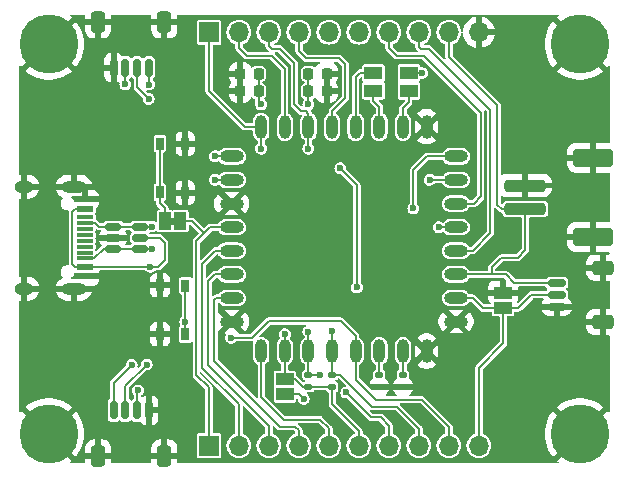
<source format=gbr>
%TF.GenerationSoftware,KiCad,Pcbnew,8.0.3-8.0.3-0~ubuntu23.10.1*%
%TF.CreationDate,2024-10-02T15:45:30-04:00*%
%TF.ProjectId,nPM1300-Stamp-Carrier,6e504d31-3330-4302-9d53-74616d702d43,rev?*%
%TF.SameCoordinates,Original*%
%TF.FileFunction,Copper,L1,Top*%
%TF.FilePolarity,Positive*%
%FSLAX46Y46*%
G04 Gerber Fmt 4.6, Leading zero omitted, Abs format (unit mm)*
G04 Created by KiCad (PCBNEW 8.0.3-8.0.3-0~ubuntu23.10.1) date 2024-10-02 15:45:30*
%MOMM*%
%LPD*%
G01*
G04 APERTURE LIST*
G04 Aperture macros list*
%AMRoundRect*
0 Rectangle with rounded corners*
0 $1 Rounding radius*
0 $2 $3 $4 $5 $6 $7 $8 $9 X,Y pos of 4 corners*
0 Add a 4 corners polygon primitive as box body*
4,1,4,$2,$3,$4,$5,$6,$7,$8,$9,$2,$3,0*
0 Add four circle primitives for the rounded corners*
1,1,$1+$1,$2,$3*
1,1,$1+$1,$4,$5*
1,1,$1+$1,$6,$7*
1,1,$1+$1,$8,$9*
0 Add four rect primitives between the rounded corners*
20,1,$1+$1,$2,$3,$4,$5,0*
20,1,$1+$1,$4,$5,$6,$7,0*
20,1,$1+$1,$6,$7,$8,$9,0*
20,1,$1+$1,$8,$9,$2,$3,0*%
G04 Aperture macros list end*
%TA.AperFunction,EtchedComponent*%
%ADD10C,0.000000*%
%TD*%
%TA.AperFunction,ComponentPad*%
%ADD11C,2.900000*%
%TD*%
%TA.AperFunction,ConnectorPad*%
%ADD12C,5.000000*%
%TD*%
%TA.AperFunction,SMDPad,CuDef*%
%ADD13RoundRect,0.150000X0.150000X0.625000X-0.150000X0.625000X-0.150000X-0.625000X0.150000X-0.625000X0*%
%TD*%
%TA.AperFunction,SMDPad,CuDef*%
%ADD14RoundRect,0.250000X0.350000X0.650000X-0.350000X0.650000X-0.350000X-0.650000X0.350000X-0.650000X0*%
%TD*%
%TA.AperFunction,SMDPad,CuDef*%
%ADD15R,1.500000X1.000000*%
%TD*%
%TA.AperFunction,SMDPad,CuDef*%
%ADD16RoundRect,0.135000X-0.185000X0.135000X-0.185000X-0.135000X0.185000X-0.135000X0.185000X0.135000X0*%
%TD*%
%TA.AperFunction,SMDPad,CuDef*%
%ADD17RoundRect,0.225000X-0.225000X-0.250000X0.225000X-0.250000X0.225000X0.250000X-0.225000X0.250000X0*%
%TD*%
%TA.AperFunction,SMDPad,CuDef*%
%ADD18RoundRect,0.150000X0.625000X-0.150000X0.625000X0.150000X-0.625000X0.150000X-0.625000X-0.150000X0*%
%TD*%
%TA.AperFunction,SMDPad,CuDef*%
%ADD19RoundRect,0.250000X0.650000X-0.350000X0.650000X0.350000X-0.650000X0.350000X-0.650000X-0.350000X0*%
%TD*%
%TA.AperFunction,SMDPad,CuDef*%
%ADD20R,1.000000X1.500000*%
%TD*%
%TA.AperFunction,SMDPad,CuDef*%
%ADD21RoundRect,0.150000X-0.512500X-0.150000X0.512500X-0.150000X0.512500X0.150000X-0.512500X0.150000X0*%
%TD*%
%TA.AperFunction,SMDPad,CuDef*%
%ADD22RoundRect,0.135000X0.185000X-0.135000X0.185000X0.135000X-0.185000X0.135000X-0.185000X-0.135000X0*%
%TD*%
%TA.AperFunction,SMDPad,CuDef*%
%ADD23R,0.650000X1.050000*%
%TD*%
%TA.AperFunction,SMDPad,CuDef*%
%ADD24RoundRect,0.225000X0.225000X0.250000X-0.225000X0.250000X-0.225000X-0.250000X0.225000X-0.250000X0*%
%TD*%
%TA.AperFunction,SMDPad,CuDef*%
%ADD25O,2.000000X1.000000*%
%TD*%
%TA.AperFunction,SMDPad,CuDef*%
%ADD26O,1.000000X2.000000*%
%TD*%
%TA.AperFunction,SMDPad,CuDef*%
%ADD27RoundRect,0.150000X-0.150000X-0.625000X0.150000X-0.625000X0.150000X0.625000X-0.150000X0.625000X0*%
%TD*%
%TA.AperFunction,SMDPad,CuDef*%
%ADD28RoundRect,0.250000X-0.350000X-0.650000X0.350000X-0.650000X0.350000X0.650000X-0.350000X0.650000X0*%
%TD*%
%TA.AperFunction,SMDPad,CuDef*%
%ADD29R,1.500000X1.100000*%
%TD*%
%TA.AperFunction,SMDPad,CuDef*%
%ADD30R,1.450000X0.600000*%
%TD*%
%TA.AperFunction,SMDPad,CuDef*%
%ADD31R,1.450000X0.300000*%
%TD*%
%TA.AperFunction,ComponentPad*%
%ADD32O,2.100000X1.000000*%
%TD*%
%TA.AperFunction,ComponentPad*%
%ADD33O,1.600000X1.000000*%
%TD*%
%TA.AperFunction,SMDPad,CuDef*%
%ADD34RoundRect,0.250000X1.500000X-0.250000X1.500000X0.250000X-1.500000X0.250000X-1.500000X-0.250000X0*%
%TD*%
%TA.AperFunction,SMDPad,CuDef*%
%ADD35RoundRect,0.250001X1.449999X-0.499999X1.449999X0.499999X-1.449999X0.499999X-1.449999X-0.499999X0*%
%TD*%
%TA.AperFunction,ComponentPad*%
%ADD36R,1.700000X1.700000*%
%TD*%
%TA.AperFunction,ComponentPad*%
%ADD37O,1.700000X1.700000*%
%TD*%
%TA.AperFunction,ViaPad*%
%ADD38C,0.600000*%
%TD*%
%TA.AperFunction,Conductor*%
%ADD39C,0.200000*%
%TD*%
G04 APERTURE END LIST*
D10*
%TA.AperFunction,EtchedComponent*%
%TO.C,JP5*%
G36*
X144750000Y-101800000D02*
G01*
X144250000Y-101800000D01*
X144250000Y-101200000D01*
X144750000Y-101200000D01*
X144750000Y-101800000D01*
G37*
%TD.AperFunction*%
%TD*%
D11*
%TO.P,H4,1,1*%
%TO.N,GND*%
X179000000Y-119500000D03*
D12*
X179000000Y-119500000D03*
%TD*%
D13*
%TO.P,J3,1,Pin_1*%
%TO.N,/SCL*%
X142500000Y-88500000D03*
%TO.P,J3,2,Pin_2*%
%TO.N,/SDA*%
X141500000Y-88500000D03*
%TO.P,J3,3,Pin_3*%
%TO.N,VDDIO*%
X140500000Y-88500000D03*
%TO.P,J3,4,Pin_4*%
%TO.N,GND*%
X139500000Y-88500000D03*
D14*
%TO.P,J3,MP,MountPin*%
X143800000Y-84625000D03*
X138200000Y-84625000D03*
%TD*%
D15*
%TO.P,JP4,1,A*%
%TO.N,VDDIO*%
X154000000Y-114850000D03*
%TO.P,JP4,2,B*%
%TO.N,+3.3V*%
X154000000Y-116150000D03*
%TD*%
D16*
%TO.P,R1,1*%
%TO.N,Net-(U1-VSET1)*%
X164000000Y-114490000D03*
%TO.P,R1,2*%
%TO.N,GND*%
X164000000Y-115510000D03*
%TD*%
D17*
%TO.P,C2,1*%
%TO.N,Net-(JP1-A)*%
X156000000Y-89000000D03*
%TO.P,C2,2*%
%TO.N,GND*%
X157550000Y-89000000D03*
%TD*%
D18*
%TO.P,J5,1,Pin_1*%
%TO.N,GND*%
X177025000Y-108725000D03*
%TO.P,J5,2,Pin_2*%
%TO.N,/NTC*%
X177025000Y-107725000D03*
%TO.P,J5,3,Pin_3*%
%TO.N,/VBAT*%
X177025000Y-106725000D03*
D19*
%TO.P,J5,MP,MountPin*%
%TO.N,GND*%
X180900000Y-110025000D03*
X180900000Y-105425000D03*
%TD*%
D20*
%TO.P,JP5,1,A*%
%TO.N,Net-(JP5-A)*%
X143850000Y-101500000D03*
%TO.P,JP5,2,B*%
%TO.N,/GPIO0*%
X145150000Y-101500000D03*
%TD*%
D21*
%TO.P,U3,1,I/O1*%
%TO.N,/CC1*%
X139462500Y-101950000D03*
%TO.P,U3,2,GND*%
%TO.N,GND*%
X139462500Y-102900000D03*
%TO.P,U3,3,I/O2*%
%TO.N,/CC2*%
X139462500Y-103850000D03*
%TO.P,U3,4,I/O2*%
X141737500Y-103850000D03*
%TO.P,U3,5,VBUS*%
%TO.N,Net-(U1-VBUS_IN)*%
X141737500Y-102900000D03*
%TO.P,U3,6,I/O1*%
%TO.N,/CC1*%
X141737500Y-101950000D03*
%TD*%
D22*
%TO.P,R4,1*%
%TO.N,VDDIO*%
X158000000Y-115510000D03*
%TO.P,R4,2*%
%TO.N,/SDA*%
X158000000Y-114490000D03*
%TD*%
D23*
%TO.P,SW1,1,1*%
%TO.N,GND*%
X143425000Y-111075000D03*
X143425000Y-106925000D03*
%TO.P,SW1,2,2*%
%TO.N,/SHPHLD*%
X145575000Y-111075000D03*
X145575000Y-106950000D03*
%TD*%
D16*
%TO.P,R2,1*%
%TO.N,Net-(U1-VSET2)*%
X162000000Y-114490000D03*
%TO.P,R2,2*%
%TO.N,GND*%
X162000000Y-115510000D03*
%TD*%
D24*
%TO.P,C3,1*%
%TO.N,Net-(JP2-A)*%
X151775000Y-89000000D03*
%TO.P,C3,2*%
%TO.N,GND*%
X150225000Y-89000000D03*
%TD*%
%TO.P,C4,1*%
%TO.N,Net-(JP2-A)*%
X151775000Y-90500000D03*
%TO.P,C4,2*%
%TO.N,GND*%
X150225000Y-90500000D03*
%TD*%
D22*
%TO.P,R3,1*%
%TO.N,VDDIO*%
X156000000Y-115510000D03*
%TO.P,R3,2*%
%TO.N,/SCL*%
X156000000Y-114490000D03*
%TD*%
D25*
%TO.P,U1,1,VOUT1*%
%TO.N,+1.8V*%
X149500000Y-96000000D03*
%TO.P,U1,2,VOUT2*%
%TO.N,+3.3V*%
X149500000Y-98000000D03*
%TO.P,U1,3,GND*%
%TO.N,GND*%
X149500000Y-100000000D03*
%TO.P,U1,4,GPIO0*%
%TO.N,/GPIO0*%
X149500000Y-102000000D03*
%TO.P,U1,5,GPIO1*%
%TO.N,/GPIO1*%
X149500000Y-104000000D03*
%TO.P,U1,6,GPIO2*%
%TO.N,/GPIO2*%
X149500000Y-106000000D03*
%TO.P,U1,7,GPIO3*%
%TO.N,/GPIO3*%
X149500000Y-108000000D03*
%TO.P,U1,8,GND*%
%TO.N,GND*%
X149500000Y-110000000D03*
D26*
%TO.P,U1,9,GPIO4*%
%TO.N,/GPIO4*%
X152000000Y-112500000D03*
%TO.P,U1,10,VDDIO*%
%TO.N,VDDIO*%
X154000000Y-112500000D03*
%TO.P,U1,11,SDA*%
%TO.N,/SCL*%
X156000000Y-112500000D03*
%TO.P,U1,12,SCL*%
%TO.N,/SDA*%
X158000000Y-112500000D03*
%TO.P,U1,13,SHPHLD*%
%TO.N,/SHPHLD*%
X160000000Y-112500000D03*
%TO.P,U1,14,VSET2*%
%TO.N,Net-(U1-VSET2)*%
X162000000Y-112500000D03*
%TO.P,U1,15,VSET1*%
%TO.N,Net-(U1-VSET1)*%
X164000000Y-112500000D03*
%TO.P,U1,16,GND*%
%TO.N,GND*%
X166000000Y-112500000D03*
D25*
%TO.P,U1,17,GND*%
X168500000Y-110000000D03*
%TO.P,U1,18,NTC*%
%TO.N,/NTC*%
X168500000Y-108000000D03*
%TO.P,U1,19,VBAT*%
%TO.N,/VBAT*%
X168500000Y-106000000D03*
%TO.P,U1,20,VSYS*%
%TO.N,VSYS*%
X168500000Y-104000000D03*
%TO.P,U1,21,VBUS_IN*%
%TO.N,Net-(U1-VBUS_IN)*%
X168500000Y-102000000D03*
%TO.P,U1,22,VBUS_OUT*%
%TO.N,/VBUS_OUT*%
X168500000Y-100000000D03*
%TO.P,U1,23,CC1*%
%TO.N,/CC1*%
X168500000Y-98000000D03*
%TO.P,U1,24,CC2*%
%TO.N,/CC2*%
X168500000Y-96000000D03*
D26*
%TO.P,U1,25,GND*%
%TO.N,GND*%
X166000000Y-93500000D03*
%TO.P,U1,26,LED0*%
%TO.N,Net-(D1-RK)*%
X164000000Y-93500000D03*
%TO.P,U1,27,LED1*%
%TO.N,Net-(D1-GK)*%
X162000000Y-93500000D03*
%TO.P,U1,28,LED2*%
%TO.N,Net-(D1-BK)*%
X160000000Y-93500000D03*
%TO.P,U1,29,LS1_IN*%
%TO.N,/LS1_IN*%
X158000000Y-93500000D03*
%TO.P,U1,30,LS1_OUT*%
%TO.N,/LS1_OUT*%
X156000000Y-93500000D03*
%TO.P,U1,31,LS2_IN*%
%TO.N,/LS2_IN*%
X154000000Y-93500000D03*
%TO.P,U1,32,LS2_OUT*%
%TO.N,/LS2_OUT*%
X152000000Y-93500000D03*
%TD*%
D27*
%TO.P,J2,1,Pin_1*%
%TO.N,/SCL*%
X139500000Y-117500000D03*
%TO.P,J2,2,Pin_2*%
%TO.N,/SDA*%
X140500000Y-117500000D03*
%TO.P,J2,3,Pin_3*%
%TO.N,VDDIO*%
X141500000Y-117500000D03*
%TO.P,J2,4,Pin_4*%
%TO.N,GND*%
X142500000Y-117500000D03*
D28*
%TO.P,J2,MP,MountPin*%
X138200000Y-121375000D03*
X143800000Y-121375000D03*
%TD*%
D11*
%TO.P,H3,1,1*%
%TO.N,GND*%
X179000000Y-86500000D03*
D12*
X179000000Y-86500000D03*
%TD*%
D29*
%TO.P,D1,1,RK*%
%TO.N,Net-(D1-RK)*%
X164500000Y-90450000D03*
%TO.P,D1,2,GK*%
%TO.N,Net-(D1-GK)*%
X161500000Y-90450000D03*
%TO.P,D1,3,BK*%
%TO.N,Net-(D1-BK)*%
X161500000Y-88950000D03*
%TO.P,D1,4,A*%
%TO.N,VSYS*%
X164500000Y-88950000D03*
%TD*%
D15*
%TO.P,JP3,1,A*%
%TO.N,/NTC*%
X172490000Y-108840000D03*
%TO.P,JP3,2,B*%
%TO.N,GND*%
X172490000Y-107540000D03*
%TD*%
D30*
%TO.P,J1,A1,GND*%
%TO.N,GND*%
X137045000Y-99650000D03*
%TO.P,J1,A4,VBUS*%
%TO.N,Net-(U1-VBUS_IN)*%
X137045000Y-100450000D03*
D31*
%TO.P,J1,A5,CC1*%
%TO.N,/CC1*%
X137045000Y-101650000D03*
%TO.P,J1,A6,D+*%
%TO.N,unconnected-(J1-D+-PadA6)*%
X137045000Y-102650000D03*
%TO.P,J1,A7,D-*%
%TO.N,unconnected-(J1-D--PadA7)*%
X137045000Y-103150000D03*
%TO.P,J1,A8*%
%TO.N,N/C*%
X137045000Y-104150000D03*
D30*
%TO.P,J1,A9,VBUS*%
%TO.N,Net-(U1-VBUS_IN)*%
X137045000Y-105350000D03*
%TO.P,J1,A12,GND*%
%TO.N,GND*%
X137045000Y-106150000D03*
%TO.P,J1,B1,GND*%
X137045000Y-106150000D03*
%TO.P,J1,B4,VBUS*%
%TO.N,Net-(U1-VBUS_IN)*%
X137045000Y-105350000D03*
D31*
%TO.P,J1,B5,CC2*%
%TO.N,/CC2*%
X137045000Y-104650000D03*
%TO.P,J1,B6,D+*%
%TO.N,unconnected-(J1-D+-PadB6)*%
X137045000Y-103650000D03*
%TO.P,J1,B7,D-*%
%TO.N,unconnected-(J1-D--PadB7)*%
X137045000Y-102150000D03*
%TO.P,J1,B8*%
%TO.N,N/C*%
X137045000Y-101150000D03*
D30*
%TO.P,J1,B9,VBUS*%
%TO.N,Net-(U1-VBUS_IN)*%
X137045000Y-100450000D03*
%TO.P,J1,B12,GND*%
%TO.N,GND*%
X137045000Y-99650000D03*
D32*
%TO.P,J1,S1,SHIELD*%
X136130000Y-98580000D03*
D33*
X131950000Y-98580000D03*
D32*
X136130000Y-107220000D03*
D33*
X131950000Y-107220000D03*
%TD*%
D34*
%TO.P,J4,1,Pin_1*%
%TO.N,/VBAT*%
X174350000Y-100475000D03*
%TO.P,J4,2,Pin_2*%
%TO.N,GND*%
X174350000Y-98475000D03*
D35*
%TO.P,J4,MP,MountPin*%
X180100000Y-102825000D03*
X180100000Y-96125000D03*
%TD*%
D11*
%TO.P,H2,1,1*%
%TO.N,GND*%
X134000000Y-119500000D03*
D12*
X134000000Y-119500000D03*
%TD*%
D11*
%TO.P,H1,1,1*%
%TO.N,GND*%
X134000000Y-86500000D03*
D12*
X134000000Y-86500000D03*
%TD*%
D17*
%TO.P,C1,1*%
%TO.N,Net-(JP1-A)*%
X156000000Y-90500000D03*
%TO.P,C1,2*%
%TO.N,GND*%
X157550000Y-90500000D03*
%TD*%
D23*
%TO.P,SW2,1,1*%
%TO.N,GND*%
X145575000Y-94925000D03*
X145575000Y-99075000D03*
%TO.P,SW2,2,2*%
%TO.N,Net-(JP5-A)*%
X143425000Y-94925000D03*
X143425000Y-99050000D03*
%TD*%
D36*
%TO.P,J8,1,Pin_1*%
%TO.N,/LS2_OUT*%
X147575000Y-85500000D03*
D37*
%TO.P,J8,2,Pin_2*%
%TO.N,/LS2_IN*%
X150115000Y-85500000D03*
%TO.P,J8,3,Pin_3*%
%TO.N,/LS1_OUT*%
X152655000Y-85500000D03*
%TO.P,J8,4,Pin_4*%
%TO.N,/LS1_IN*%
X155195000Y-85500000D03*
%TO.P,J8,5,Pin_5*%
%TO.N,+1.8V*%
X157735000Y-85500000D03*
%TO.P,J8,6,Pin_6*%
%TO.N,+3.3V*%
X160275000Y-85500000D03*
%TO.P,J8,7,Pin_7*%
%TO.N,/VBUS_OUT*%
X162815000Y-85500000D03*
%TO.P,J8,8,Pin_8*%
%TO.N,VSYS*%
X165355000Y-85500000D03*
%TO.P,J8,9,Pin_9*%
%TO.N,/VBAT*%
X167895000Y-85500000D03*
%TO.P,J8,10,Pin_10*%
%TO.N,GND*%
X170435000Y-85500000D03*
%TD*%
D36*
%TO.P,J6,1,Pin_1*%
%TO.N,/GPIO0*%
X147575000Y-120500000D03*
D37*
%TO.P,J6,2,Pin_2*%
%TO.N,/GPIO1*%
X150115000Y-120500000D03*
%TO.P,J6,3,Pin_3*%
%TO.N,/GPIO2*%
X152655000Y-120500000D03*
%TO.P,J6,4,Pin_4*%
%TO.N,/GPIO3*%
X155195000Y-120500000D03*
%TO.P,J6,5,Pin_5*%
%TO.N,/GPIO4*%
X157735000Y-120500000D03*
%TO.P,J6,6,Pin_6*%
%TO.N,VDDIO*%
X160275000Y-120500000D03*
%TO.P,J6,7,Pin_7*%
%TO.N,/SCL*%
X162815000Y-120500000D03*
%TO.P,J6,8,Pin_8*%
%TO.N,/SDA*%
X165355000Y-120500000D03*
%TO.P,J6,9,Pin_9*%
%TO.N,/SHPHLD*%
X167895000Y-120500000D03*
%TO.P,J6,10,Pin_10*%
%TO.N,/NTC*%
X170435000Y-120500000D03*
%TD*%
D38*
%TO.N,/CC2*%
X164885000Y-100405000D03*
X142730000Y-103850000D03*
%TO.N,GND*%
X163000000Y-115510000D03*
X138460000Y-102900000D03*
%TO.N,Net-(U1-VBUS_IN)*%
X167030000Y-102000000D03*
X142620000Y-105350000D03*
%TO.N,/CC1*%
X166260000Y-98000000D03*
X142730000Y-101950000D03*
%TO.N,Net-(JP1-A)*%
X156000000Y-91600000D03*
%TO.N,Net-(JP2-A)*%
X152000000Y-91600000D03*
%TO.N,/SCL*%
X141021390Y-113660000D03*
X157000000Y-114500000D03*
X159200000Y-116000000D03*
X156000000Y-110840000D03*
X142500000Y-89930000D03*
%TO.N,/SDA*%
X158000000Y-110760000D03*
X142470000Y-91140000D03*
X142290000Y-113630000D03*
%TO.N,/LS1_OUT*%
X156000000Y-95350000D03*
%TO.N,/LS2_OUT*%
X152000000Y-95350000D03*
%TO.N,+3.3V*%
X158690000Y-97010000D03*
X155600000Y-116530000D03*
X148100000Y-98000000D03*
X160110000Y-107110000D03*
%TO.N,VDDIO*%
X141554620Y-115824620D03*
X154000000Y-111050000D03*
X140500000Y-89920000D03*
%TO.N,VSYS*%
X165600000Y-88950000D03*
%TO.N,+1.8V*%
X148100000Y-96000000D03*
%TO.N,/SHPHLD*%
X145580000Y-110010000D03*
X149460000Y-111370000D03*
%TD*%
D39*
%TO.N,/CC2*%
X141737500Y-103850000D02*
X142730000Y-103850000D01*
X139462500Y-103850000D02*
X141737500Y-103850000D01*
X137850000Y-104650000D02*
X137045000Y-104650000D01*
X166050000Y-96000000D02*
X168500000Y-96000000D01*
X139462500Y-103850000D02*
X138650000Y-103850000D01*
X138650000Y-103850000D02*
X137850000Y-104650000D01*
X164885000Y-100405000D02*
X164885000Y-97165000D01*
X164885000Y-97165000D02*
X166050000Y-96000000D01*
%TO.N,GND*%
X162000000Y-115510000D02*
X163000000Y-115510000D01*
X139462500Y-102900000D02*
X138460000Y-102900000D01*
X164000000Y-115510000D02*
X163000000Y-115510000D01*
%TO.N,Net-(U1-VBUS_IN)*%
X143290000Y-105350000D02*
X143820000Y-104820000D01*
X136250000Y-105350000D02*
X136000000Y-105100000D01*
X136000000Y-100720000D02*
X136270000Y-100450000D01*
X136000000Y-105100000D02*
X136000000Y-100720000D01*
X167030000Y-102000000D02*
X168500000Y-102000000D01*
X143820000Y-103310000D02*
X143410000Y-102900000D01*
X137045000Y-105350000D02*
X136250000Y-105350000D01*
X136270000Y-100450000D02*
X137045000Y-100450000D01*
X137045000Y-105350000D02*
X143290000Y-105350000D01*
X143410000Y-102900000D02*
X141737500Y-102900000D01*
X143820000Y-104820000D02*
X143820000Y-103310000D01*
%TO.N,/CC1*%
X141737500Y-101950000D02*
X139462500Y-101950000D01*
X137045000Y-101650000D02*
X137950000Y-101650000D01*
X137950000Y-101650000D02*
X138250000Y-101950000D01*
X141737500Y-101950000D02*
X142730000Y-101950000D01*
X168500000Y-98000000D02*
X166260000Y-98000000D01*
X138250000Y-101950000D02*
X139462500Y-101950000D01*
%TO.N,Net-(JP1-A)*%
X156000000Y-91600000D02*
X156000000Y-89000000D01*
%TO.N,Net-(JP2-A)*%
X151775000Y-89000000D02*
X151775000Y-90500000D01*
X151775000Y-91375000D02*
X152000000Y-91600000D01*
X151775000Y-90500000D02*
X151775000Y-91375000D01*
%TO.N,/SCL*%
X162100000Y-118100000D02*
X162815000Y-118815000D01*
X142500000Y-88500000D02*
X142500000Y-89930000D01*
X159200000Y-116000000D02*
X161300000Y-118100000D01*
X156000000Y-114490000D02*
X156990000Y-114490000D01*
X162815000Y-118815000D02*
X162815000Y-120500000D01*
X156000000Y-110840000D02*
X156000000Y-112500000D01*
X139500000Y-117500000D02*
X139500000Y-115181390D01*
X156990000Y-114490000D02*
X157000000Y-114500000D01*
X156000000Y-112500000D02*
X156000000Y-114490000D01*
X139500000Y-115181390D02*
X141021390Y-113660000D01*
X161300000Y-118100000D02*
X162100000Y-118100000D01*
%TO.N,/SDA*%
X161400000Y-117200000D02*
X163500000Y-117200000D01*
X158000000Y-110760000D02*
X158000000Y-112500000D01*
X140500000Y-115420000D02*
X142290000Y-113630000D01*
X165355000Y-119055000D02*
X165355000Y-120500000D01*
X140500000Y-117500000D02*
X140500000Y-115420000D01*
X141500000Y-88500000D02*
X141500000Y-90170000D01*
X158000000Y-114490000D02*
X158000000Y-112500000D01*
X158000000Y-114490000D02*
X158690000Y-114490000D01*
X141500000Y-90170000D02*
X142470000Y-91140000D01*
X163500000Y-117200000D02*
X165355000Y-119055000D01*
X158690000Y-114490000D02*
X161400000Y-117200000D01*
%TO.N,/LS1_OUT*%
X156000000Y-93500000D02*
X156000000Y-92400000D01*
X152900000Y-86900000D02*
X152655000Y-86655000D01*
X152655000Y-86655000D02*
X152655000Y-85500000D01*
X155800000Y-92200000D02*
X155400000Y-92200000D01*
X156000000Y-93500000D02*
X156000000Y-95350000D01*
X154800000Y-88100000D02*
X153600000Y-86900000D01*
X155400000Y-92200000D02*
X154800000Y-91600000D01*
X153600000Y-86900000D02*
X152900000Y-86900000D01*
X154800000Y-91600000D02*
X154800000Y-88100000D01*
X156000000Y-92400000D02*
X155800000Y-92200000D01*
%TO.N,/LS2_OUT*%
X147575000Y-85500000D02*
X147575000Y-90475000D01*
X150600000Y-93500000D02*
X152000000Y-93500000D01*
X152000000Y-93500000D02*
X152000000Y-95350000D01*
X147575000Y-90475000D02*
X150600000Y-93500000D01*
%TO.N,Net-(U1-VSET1)*%
X164000000Y-114490000D02*
X164000000Y-112500000D01*
%TO.N,Net-(U1-VSET2)*%
X162000000Y-112500000D02*
X162000000Y-114490000D01*
%TO.N,Net-(D1-BK)*%
X160350000Y-88950000D02*
X160000000Y-89300000D01*
X160000000Y-89300000D02*
X160000000Y-93500000D01*
X161500000Y-88950000D02*
X160350000Y-88950000D01*
%TO.N,Net-(D1-RK)*%
X164500000Y-91400000D02*
X164000000Y-91900000D01*
X164500000Y-90450000D02*
X164500000Y-91400000D01*
X164000000Y-91900000D02*
X164000000Y-93500000D01*
%TO.N,/LS2_IN*%
X150115000Y-85500000D02*
X150115000Y-86815000D01*
X150115000Y-86815000D02*
X150800000Y-87500000D01*
X152900000Y-87500000D02*
X154000000Y-88600000D01*
X154000000Y-88600000D02*
X154000000Y-93500000D01*
X150800000Y-87500000D02*
X152900000Y-87500000D01*
%TO.N,/LS1_IN*%
X159100000Y-91100000D02*
X159100000Y-88200000D01*
X155195000Y-87095000D02*
X155195000Y-85500000D01*
X155800000Y-87700000D02*
X155195000Y-87095000D01*
X158000000Y-93500000D02*
X158000000Y-92200000D01*
X158000000Y-92200000D02*
X159100000Y-91100000D01*
X159100000Y-88200000D02*
X158600000Y-87700000D01*
X158600000Y-87700000D02*
X155800000Y-87700000D01*
%TO.N,Net-(D1-GK)*%
X162000000Y-91800000D02*
X162000000Y-93500000D01*
X161500000Y-90450000D02*
X161500000Y-91300000D01*
X161500000Y-91300000D02*
X162000000Y-91800000D01*
%TO.N,/VBAT*%
X172700000Y-106000000D02*
X173425000Y-106725000D01*
X172375000Y-100475000D02*
X172000000Y-100100000D01*
X168500000Y-106000000D02*
X171500000Y-106000000D01*
X172000000Y-91700000D02*
X167895000Y-87595000D01*
X174350000Y-100475000D02*
X172375000Y-100475000D01*
X171500000Y-105400000D02*
X171500000Y-106000000D01*
X172000000Y-100100000D02*
X172000000Y-91700000D01*
X173425000Y-106725000D02*
X177025000Y-106725000D01*
X172300000Y-104600000D02*
X171500000Y-105400000D01*
X174350000Y-103950000D02*
X173700000Y-104600000D01*
X167895000Y-87595000D02*
X167895000Y-85500000D01*
X173700000Y-104600000D02*
X172300000Y-104600000D01*
X171500000Y-106000000D02*
X172700000Y-106000000D01*
X174350000Y-100475000D02*
X174350000Y-103950000D01*
%TO.N,/NTC*%
X174875000Y-107725000D02*
X177025000Y-107725000D01*
X172490000Y-108840000D02*
X172490000Y-111840000D01*
X172500000Y-108850000D02*
X173750000Y-108850000D01*
X172490000Y-111840000D02*
X170435000Y-113895000D01*
X173750000Y-108850000D02*
X174875000Y-107725000D01*
X168500000Y-108000000D02*
X169900000Y-108000000D01*
X170435000Y-113895000D02*
X170435000Y-120500000D01*
X170750000Y-108850000D02*
X172500000Y-108850000D01*
X169900000Y-108000000D02*
X170750000Y-108850000D01*
%TO.N,+3.3V*%
X160110000Y-98430000D02*
X158690000Y-97010000D01*
X154000000Y-116150000D02*
X155220000Y-116150000D01*
X160110000Y-107110000D02*
X160110000Y-98430000D01*
X155220000Y-116150000D02*
X155600000Y-116530000D01*
X149500000Y-98000000D02*
X148100000Y-98000000D01*
%TO.N,VDDIO*%
X158000000Y-115510000D02*
X156000000Y-115510000D01*
X154000000Y-114850000D02*
X154850000Y-114850000D01*
X154850000Y-114850000D02*
X155510000Y-115510000D01*
X155510000Y-115510000D02*
X156000000Y-115510000D01*
X158000000Y-117000000D02*
X158000000Y-115510000D01*
X141500000Y-115879240D02*
X141554620Y-115824620D01*
X154000000Y-114850000D02*
X154000000Y-112500000D01*
X140500000Y-89920000D02*
X140500000Y-88500000D01*
X141500000Y-117500000D02*
X141500000Y-115879240D01*
X160275000Y-119275000D02*
X158000000Y-117000000D01*
X154000000Y-112500000D02*
X154000000Y-111050000D01*
X160275000Y-120500000D02*
X160275000Y-119275000D01*
%TO.N,Net-(JP5-A)*%
X143425000Y-99050000D02*
X143425000Y-94925000D01*
X143850000Y-100410000D02*
X143425000Y-99985000D01*
X143425000Y-99985000D02*
X143425000Y-99050000D01*
X143850000Y-101500000D02*
X143850000Y-100410000D01*
%TO.N,/GPIO0*%
X147180000Y-102520000D02*
X146500000Y-103200000D01*
X146160000Y-101500000D02*
X147180000Y-102520000D01*
X146500000Y-103200000D02*
X146500000Y-114500000D01*
X146500000Y-114500000D02*
X147575000Y-115575000D01*
X147700000Y-102000000D02*
X147180000Y-102520000D01*
X145150000Y-101500000D02*
X146160000Y-101500000D01*
X147575000Y-115575000D02*
X147575000Y-120500000D01*
X149500000Y-102000000D02*
X147700000Y-102000000D01*
%TO.N,VSYS*%
X164500000Y-88950000D02*
X165600000Y-88950000D01*
X166200000Y-86900000D02*
X171400000Y-92100000D01*
X171400000Y-102500000D02*
X169900000Y-104000000D01*
X165355000Y-85500000D02*
X165355000Y-86755000D01*
X165355000Y-86755000D02*
X165500000Y-86900000D01*
X171400000Y-92100000D02*
X171400000Y-102500000D01*
X165500000Y-86900000D02*
X166200000Y-86900000D01*
X169900000Y-104000000D02*
X168500000Y-104000000D01*
%TO.N,+1.8V*%
X149500000Y-96000000D02*
X148100000Y-96000000D01*
%TO.N,/SHPHLD*%
X160000000Y-111220000D02*
X158730000Y-109950000D01*
X158730000Y-109950000D02*
X152630000Y-109950000D01*
X160000000Y-112500000D02*
X160000000Y-114900000D01*
X145580000Y-110010000D02*
X145575000Y-110005000D01*
X167895000Y-118895000D02*
X167895000Y-120500000D01*
X160000000Y-114900000D02*
X161700000Y-116600000D01*
X152630000Y-109950000D02*
X151210000Y-111370000D01*
X145580000Y-110010000D02*
X145580000Y-111070000D01*
X161700000Y-116600000D02*
X165600000Y-116600000D01*
X160000000Y-112500000D02*
X160000000Y-111220000D01*
X145580000Y-111070000D02*
X145575000Y-111075000D01*
X151210000Y-111370000D02*
X149460000Y-111370000D01*
X165600000Y-116600000D02*
X167895000Y-118895000D01*
X145575000Y-110005000D02*
X145575000Y-106950000D01*
%TO.N,/VBUS_OUT*%
X163500000Y-87500000D02*
X162815000Y-86815000D01*
X168500000Y-100000000D02*
X170000000Y-100000000D01*
X170600000Y-92300000D02*
X165800000Y-87500000D01*
X162815000Y-86815000D02*
X162815000Y-85500000D01*
X170000000Y-100000000D02*
X170600000Y-99400000D01*
X165800000Y-87500000D02*
X163500000Y-87500000D01*
X170600000Y-99400000D02*
X170600000Y-92300000D01*
%TO.N,/GPIO2*%
X148100000Y-106000000D02*
X149500000Y-106000000D01*
X147500000Y-106600000D02*
X148100000Y-106000000D01*
X147500000Y-113700000D02*
X147500000Y-106600000D01*
X152655000Y-118855000D02*
X147500000Y-113700000D01*
X152655000Y-120500000D02*
X152655000Y-118855000D01*
%TO.N,/GPIO1*%
X147000000Y-105100000D02*
X147000000Y-113900000D01*
X149500000Y-104000000D02*
X148100000Y-104000000D01*
X150115000Y-117015000D02*
X150115000Y-120500000D01*
X148100000Y-104000000D02*
X147000000Y-105100000D01*
X147000000Y-113900000D02*
X150115000Y-117015000D01*
%TO.N,/GPIO4*%
X157000000Y-118300000D02*
X153900000Y-118300000D01*
X157735000Y-119035000D02*
X157000000Y-118300000D01*
X153900000Y-118300000D02*
X152000000Y-116400000D01*
X152000000Y-116400000D02*
X152000000Y-112500000D01*
X157735000Y-120500000D02*
X157735000Y-119035000D01*
%TO.N,/GPIO3*%
X148200000Y-108000000D02*
X149500000Y-108000000D01*
X153600000Y-118900000D02*
X148000000Y-113300000D01*
X148000000Y-113300000D02*
X148000000Y-108200000D01*
X154900000Y-118900000D02*
X153600000Y-118900000D01*
X148000000Y-108200000D02*
X148200000Y-108000000D01*
X155195000Y-120500000D02*
X155195000Y-119195000D01*
X155195000Y-119195000D02*
X154900000Y-118900000D01*
%TD*%
%TA.AperFunction,Conductor*%
%TO.N,GND*%
G36*
X138081499Y-102199703D02*
G01*
X138100112Y-102210449D01*
X138134006Y-102230019D01*
X138134014Y-102230022D01*
X138172224Y-102240260D01*
X138210435Y-102250499D01*
X138210436Y-102250500D01*
X138210438Y-102250500D01*
X138360505Y-102250500D01*
X138412831Y-102272174D01*
X138434505Y-102324500D01*
X138424200Y-102362169D01*
X138348718Y-102489800D01*
X138302900Y-102647506D01*
X138302704Y-102650000D01*
X140622296Y-102650000D01*
X140622099Y-102647506D01*
X140576281Y-102489800D01*
X140500800Y-102362169D01*
X140492820Y-102306097D01*
X140526826Y-102260805D01*
X140564495Y-102250500D01*
X140862241Y-102250500D01*
X140914567Y-102272174D01*
X140928720Y-102291997D01*
X140932877Y-102300500D01*
X140935802Y-102306483D01*
X141001993Y-102372674D01*
X141023667Y-102425000D01*
X141001993Y-102477326D01*
X140935801Y-102543517D01*
X140884427Y-102648605D01*
X140884427Y-102648606D01*
X140874500Y-102716735D01*
X140874500Y-103083264D01*
X140884427Y-103151393D01*
X140884427Y-103151394D01*
X140935801Y-103256482D01*
X141001993Y-103322674D01*
X141023667Y-103375000D01*
X141001993Y-103427326D01*
X140935802Y-103493516D01*
X140935802Y-103493517D01*
X140928721Y-103508000D01*
X140886270Y-103545490D01*
X140862241Y-103549500D01*
X140564495Y-103549500D01*
X140512169Y-103527826D01*
X140490495Y-103475500D01*
X140500800Y-103437831D01*
X140576281Y-103310199D01*
X140622099Y-103152493D01*
X140622296Y-103150000D01*
X138302704Y-103150000D01*
X138302900Y-103152493D01*
X138348718Y-103310199D01*
X138432317Y-103451556D01*
X138476444Y-103495683D01*
X138498118Y-103548009D01*
X138476444Y-103600335D01*
X138469171Y-103606714D01*
X138465490Y-103609538D01*
X138089013Y-103986015D01*
X138036687Y-104007689D01*
X137984361Y-103986015D01*
X137964109Y-103948126D01*
X137958867Y-103921769D01*
X137958866Y-103921768D01*
X137957445Y-103914620D01*
X137961628Y-103913787D01*
X137961527Y-103886191D01*
X137957445Y-103885379D01*
X137970500Y-103819746D01*
X137970500Y-103480253D01*
X137969991Y-103477696D01*
X137958867Y-103421769D01*
X137958866Y-103421768D01*
X137957445Y-103414621D01*
X137961628Y-103413788D01*
X137961527Y-103386191D01*
X137957445Y-103385379D01*
X137958867Y-103378231D01*
X137970500Y-103319748D01*
X137970500Y-102980252D01*
X137958867Y-102921769D01*
X137958866Y-102921768D01*
X137957445Y-102914621D01*
X137961628Y-102913788D01*
X137961527Y-102886191D01*
X137957445Y-102885379D01*
X137970500Y-102819746D01*
X137970500Y-102480253D01*
X137963794Y-102446542D01*
X137958867Y-102421769D01*
X137958866Y-102421768D01*
X137957445Y-102414621D01*
X137961628Y-102413788D01*
X137961527Y-102386191D01*
X137957445Y-102385379D01*
X137965364Y-102345566D01*
X137970500Y-102319748D01*
X137970500Y-102263789D01*
X137992174Y-102211463D01*
X138044500Y-102189789D01*
X138081499Y-102199703D01*
G37*
%TD.AperFunction*%
%TA.AperFunction,Conductor*%
G36*
X137078326Y-84022174D02*
G01*
X137100000Y-84074500D01*
X137100000Y-84375000D01*
X139299999Y-84375000D01*
X139299999Y-84074500D01*
X139321673Y-84022174D01*
X139373999Y-84000500D01*
X142626000Y-84000500D01*
X142678326Y-84022174D01*
X142700000Y-84074500D01*
X142700000Y-84375000D01*
X144899999Y-84375000D01*
X144899999Y-84074500D01*
X144921673Y-84022174D01*
X144973999Y-84000500D01*
X177108303Y-84000500D01*
X177160629Y-84022174D01*
X177182303Y-84074500D01*
X177160629Y-84126826D01*
X177155869Y-84131187D01*
X177062819Y-84209264D01*
X177062819Y-84209265D01*
X178309874Y-85456320D01*
X178185680Y-85546554D01*
X178046554Y-85685680D01*
X177956320Y-85809874D01*
X176706148Y-84559702D01*
X176697971Y-84568370D01*
X176489291Y-84848674D01*
X176489290Y-84848676D01*
X176314564Y-85151311D01*
X176314557Y-85151324D01*
X176176144Y-85472201D01*
X176075918Y-85806975D01*
X176015234Y-86151132D01*
X175994916Y-86500000D01*
X176015234Y-86848867D01*
X176075918Y-87193024D01*
X176176144Y-87527798D01*
X176314557Y-87848675D01*
X176314564Y-87848688D01*
X176489290Y-88151323D01*
X176489291Y-88151324D01*
X176697975Y-88431635D01*
X176706147Y-88440296D01*
X176706148Y-88440297D01*
X177956319Y-87190124D01*
X178046554Y-87314320D01*
X178185680Y-87453446D01*
X178309873Y-87543678D01*
X177062819Y-88790733D01*
X177062819Y-88790735D01*
X177205490Y-88910450D01*
X177205491Y-88910451D01*
X177497446Y-89102472D01*
X177497454Y-89102476D01*
X177809753Y-89259320D01*
X178138126Y-89378837D01*
X178138138Y-89378841D01*
X178478164Y-89459428D01*
X178478174Y-89459430D01*
X178825270Y-89500000D01*
X179174730Y-89500000D01*
X179521825Y-89459430D01*
X179521835Y-89459428D01*
X179861861Y-89378841D01*
X179861873Y-89378837D01*
X180190246Y-89259320D01*
X180502545Y-89102476D01*
X180502553Y-89102472D01*
X180794504Y-88910453D01*
X180937179Y-88790733D01*
X179690125Y-87543679D01*
X179814320Y-87453446D01*
X179953446Y-87314320D01*
X180043679Y-87190125D01*
X181293850Y-88440296D01*
X181302034Y-88431623D01*
X181302036Y-88431621D01*
X181371143Y-88338794D01*
X181419775Y-88309764D01*
X181474689Y-88323626D01*
X181503719Y-88372258D01*
X181504500Y-88382983D01*
X181504500Y-94801000D01*
X181482826Y-94853326D01*
X181430500Y-94875000D01*
X180350000Y-94875000D01*
X180350000Y-97375000D01*
X181430500Y-97375000D01*
X181482826Y-97396674D01*
X181504500Y-97449000D01*
X181504500Y-101501000D01*
X181482826Y-101553326D01*
X181430500Y-101575000D01*
X180350000Y-101575000D01*
X180350000Y-104075000D01*
X181430500Y-104075000D01*
X181482826Y-104096674D01*
X181504500Y-104149000D01*
X181504500Y-104251000D01*
X181482826Y-104303326D01*
X181430500Y-104325000D01*
X181150000Y-104325000D01*
X181150000Y-106524999D01*
X181430500Y-106524999D01*
X181482826Y-106546673D01*
X181504500Y-106598999D01*
X181504500Y-108851000D01*
X181482826Y-108903326D01*
X181430500Y-108925000D01*
X181150000Y-108925000D01*
X181150000Y-111124999D01*
X181430500Y-111124999D01*
X181482826Y-111146673D01*
X181504500Y-111198999D01*
X181504500Y-117617016D01*
X181482826Y-117669342D01*
X181430500Y-117691016D01*
X181378174Y-117669342D01*
X181371143Y-117661206D01*
X181302024Y-117568364D01*
X181293851Y-117559702D01*
X180043678Y-118809873D01*
X179953446Y-118685680D01*
X179814320Y-118546554D01*
X179690124Y-118456319D01*
X180937179Y-117209265D01*
X180937179Y-117209263D01*
X180794509Y-117089549D01*
X180794508Y-117089548D01*
X180502553Y-116897527D01*
X180502545Y-116897523D01*
X180190246Y-116740679D01*
X179861873Y-116621162D01*
X179861861Y-116621158D01*
X179521835Y-116540571D01*
X179521825Y-116540569D01*
X179174730Y-116500000D01*
X178825270Y-116500000D01*
X178478174Y-116540569D01*
X178478164Y-116540571D01*
X178138138Y-116621158D01*
X178138126Y-116621162D01*
X177809753Y-116740679D01*
X177497454Y-116897523D01*
X177497446Y-116897527D01*
X177205491Y-117089548D01*
X177205490Y-117089549D01*
X177062819Y-117209264D01*
X177062819Y-117209265D01*
X178309874Y-118456320D01*
X178185680Y-118546554D01*
X178046554Y-118685680D01*
X177956320Y-118809874D01*
X176706148Y-117559702D01*
X176697971Y-117568370D01*
X176489291Y-117848674D01*
X176489290Y-117848676D01*
X176314564Y-118151311D01*
X176314557Y-118151324D01*
X176176144Y-118472201D01*
X176075918Y-118806975D01*
X176015234Y-119151132D01*
X175994916Y-119500000D01*
X176015234Y-119848867D01*
X176075918Y-120193024D01*
X176176144Y-120527798D01*
X176314557Y-120848675D01*
X176314564Y-120848688D01*
X176489290Y-121151323D01*
X176489291Y-121151324D01*
X176697975Y-121431635D01*
X176706147Y-121440296D01*
X176706148Y-121440297D01*
X177956319Y-120190124D01*
X178046554Y-120314320D01*
X178185680Y-120453446D01*
X178309873Y-120543678D01*
X177062819Y-121790733D01*
X177062819Y-121790735D01*
X177155869Y-121868813D01*
X177182021Y-121919051D01*
X177164990Y-121973066D01*
X177114752Y-121999218D01*
X177108303Y-121999500D01*
X144974000Y-121999500D01*
X144921674Y-121977826D01*
X144900000Y-121925500D01*
X144900000Y-121625000D01*
X142700001Y-121625000D01*
X142700001Y-121925500D01*
X142678327Y-121977826D01*
X142626001Y-121999500D01*
X139374000Y-121999500D01*
X139321674Y-121977826D01*
X139300000Y-121925500D01*
X139300000Y-121625000D01*
X137100001Y-121625000D01*
X137100001Y-121925500D01*
X137078327Y-121977826D01*
X137026001Y-121999500D01*
X135891696Y-121999500D01*
X135839370Y-121977826D01*
X135817696Y-121925500D01*
X135839370Y-121873174D01*
X135844129Y-121868813D01*
X135937179Y-121790733D01*
X134690125Y-120543679D01*
X134814320Y-120453446D01*
X134953446Y-120314320D01*
X135043679Y-120190125D01*
X136293850Y-121440296D01*
X136302032Y-121431626D01*
X136510708Y-121151325D01*
X136510709Y-121151323D01*
X136685435Y-120848688D01*
X136685442Y-120848675D01*
X136760348Y-120675024D01*
X137100000Y-120675024D01*
X137100000Y-121125000D01*
X137950000Y-121125000D01*
X138450000Y-121125000D01*
X139299999Y-121125000D01*
X139299999Y-120675029D01*
X139299998Y-120675024D01*
X142700000Y-120675024D01*
X142700000Y-121125000D01*
X143550000Y-121125000D01*
X144050000Y-121125000D01*
X144899999Y-121125000D01*
X144899999Y-120675029D01*
X144899998Y-120675023D01*
X144889505Y-120572303D01*
X144834357Y-120405878D01*
X144742316Y-120256656D01*
X144742314Y-120256653D01*
X144618347Y-120132686D01*
X144618343Y-120132683D01*
X144469121Y-120040642D01*
X144302697Y-119985494D01*
X144199975Y-119975000D01*
X144050000Y-119975000D01*
X144050000Y-121125000D01*
X143550000Y-121125000D01*
X143550000Y-119975000D01*
X143400029Y-119975000D01*
X143400023Y-119975001D01*
X143297303Y-119985494D01*
X143130878Y-120040642D01*
X142981656Y-120132683D01*
X142857683Y-120256656D01*
X142765642Y-120405878D01*
X142710494Y-120572302D01*
X142700000Y-120675024D01*
X139299998Y-120675024D01*
X139299998Y-120675023D01*
X139289505Y-120572303D01*
X139234357Y-120405878D01*
X139142316Y-120256656D01*
X139142314Y-120256653D01*
X139018347Y-120132686D01*
X139018343Y-120132683D01*
X138869121Y-120040642D01*
X138702697Y-119985494D01*
X138599975Y-119975000D01*
X138450000Y-119975000D01*
X138450000Y-121125000D01*
X137950000Y-121125000D01*
X137950000Y-119975000D01*
X137800029Y-119975000D01*
X137800023Y-119975001D01*
X137697303Y-119985494D01*
X137530878Y-120040642D01*
X137381656Y-120132683D01*
X137257683Y-120256656D01*
X137165642Y-120405878D01*
X137110494Y-120572302D01*
X137100000Y-120675024D01*
X136760348Y-120675024D01*
X136823855Y-120527798D01*
X136924081Y-120193024D01*
X136984765Y-119848867D01*
X137005083Y-119500000D01*
X136984765Y-119151132D01*
X136924081Y-118806975D01*
X136823855Y-118472201D01*
X136685442Y-118151324D01*
X136685435Y-118151311D01*
X136510709Y-117848676D01*
X136510708Y-117848675D01*
X136302024Y-117568364D01*
X136293851Y-117559702D01*
X135043678Y-118809873D01*
X134953446Y-118685680D01*
X134814320Y-118546554D01*
X134690124Y-118456319D01*
X135937179Y-117209265D01*
X135937179Y-117209263D01*
X135794509Y-117089549D01*
X135794508Y-117089548D01*
X135502553Y-116897527D01*
X135502545Y-116897523D01*
X135391473Y-116841740D01*
X138999500Y-116841740D01*
X138999500Y-116841746D01*
X138999500Y-118158264D01*
X139009427Y-118226393D01*
X139009427Y-118226394D01*
X139060801Y-118331482D01*
X139060802Y-118331483D01*
X139143517Y-118414198D01*
X139248607Y-118465573D01*
X139316740Y-118475500D01*
X139316746Y-118475500D01*
X139683254Y-118475500D01*
X139683260Y-118475500D01*
X139751393Y-118465573D01*
X139856483Y-118414198D01*
X139939198Y-118331483D01*
X139939200Y-118331477D01*
X139939773Y-118330677D01*
X139940387Y-118330293D01*
X139943534Y-118327147D01*
X139944261Y-118327874D01*
X139987817Y-118300684D01*
X140042997Y-118313447D01*
X140060227Y-118330677D01*
X140060801Y-118331481D01*
X140060802Y-118331483D01*
X140143517Y-118414198D01*
X140248607Y-118465573D01*
X140316740Y-118475500D01*
X140316746Y-118475500D01*
X140683254Y-118475500D01*
X140683260Y-118475500D01*
X140751393Y-118465573D01*
X140856483Y-118414198D01*
X140939198Y-118331483D01*
X140939200Y-118331477D01*
X140939773Y-118330677D01*
X140940387Y-118330293D01*
X140943534Y-118327147D01*
X140944261Y-118327874D01*
X140987817Y-118300684D01*
X141042997Y-118313447D01*
X141060227Y-118330677D01*
X141060801Y-118331481D01*
X141060802Y-118331483D01*
X141143517Y-118414198D01*
X141248607Y-118465573D01*
X141316740Y-118475500D01*
X141316746Y-118475500D01*
X141683254Y-118475500D01*
X141683260Y-118475500D01*
X141743590Y-118466709D01*
X141798492Y-118480612D01*
X141817953Y-118502267D01*
X141832317Y-118526556D01*
X141948443Y-118642682D01*
X142089800Y-118726281D01*
X142247506Y-118772099D01*
X142250000Y-118772295D01*
X142750000Y-118772295D01*
X142752493Y-118772099D01*
X142910199Y-118726281D01*
X143051556Y-118642682D01*
X143167682Y-118526556D01*
X143251281Y-118385199D01*
X143297099Y-118227493D01*
X143300000Y-118190641D01*
X143300000Y-117750000D01*
X142750000Y-117750000D01*
X142750000Y-118772295D01*
X142250000Y-118772295D01*
X142250000Y-117250000D01*
X142750000Y-117250000D01*
X143300000Y-117250000D01*
X143300000Y-116809358D01*
X143297099Y-116772506D01*
X143251281Y-116614800D01*
X143167682Y-116473443D01*
X143051556Y-116357317D01*
X142910199Y-116273718D01*
X142752493Y-116227900D01*
X142750000Y-116227703D01*
X142750000Y-117250000D01*
X142250000Y-117250000D01*
X142250000Y-116227703D01*
X142247506Y-116227900D01*
X142089800Y-116273718D01*
X141948443Y-116357317D01*
X141926826Y-116378935D01*
X141874500Y-116400609D01*
X141822174Y-116378935D01*
X141800500Y-116326609D01*
X141800500Y-116301955D01*
X141822174Y-116249629D01*
X141834493Y-116239702D01*
X141885748Y-116206763D01*
X141979997Y-116097993D01*
X142039785Y-115967077D01*
X142060267Y-115824620D01*
X142039785Y-115682163D01*
X141979997Y-115551247D01*
X141948100Y-115514436D01*
X141885751Y-115442480D01*
X141885749Y-115442479D01*
X141885748Y-115442477D01*
X141804853Y-115390489D01*
X141764674Y-115364667D01*
X141764670Y-115364666D01*
X141626584Y-115324120D01*
X141626581Y-115324120D01*
X141482659Y-115324120D01*
X141482656Y-115324120D01*
X141344569Y-115364666D01*
X141344565Y-115364667D01*
X141223495Y-115442475D01*
X141223488Y-115442480D01*
X141129243Y-115551246D01*
X141069454Y-115682165D01*
X141048973Y-115824620D01*
X141069454Y-115967074D01*
X141069454Y-115967075D01*
X141069455Y-115967077D01*
X141129243Y-116097993D01*
X141172450Y-116147857D01*
X141181425Y-116158214D01*
X141199500Y-116206674D01*
X141199500Y-116512239D01*
X141177826Y-116564565D01*
X141158003Y-116578719D01*
X141143517Y-116585801D01*
X141060799Y-116668519D01*
X141060223Y-116669327D01*
X141059608Y-116669710D01*
X141056466Y-116672853D01*
X141055738Y-116672125D01*
X141012177Y-116699316D01*
X140956998Y-116686548D01*
X140939777Y-116669327D01*
X140939200Y-116668519D01*
X140856482Y-116585801D01*
X140841997Y-116578719D01*
X140804509Y-116536264D01*
X140800500Y-116512239D01*
X140800500Y-115575122D01*
X140822173Y-115522797D01*
X142192796Y-114152173D01*
X142245122Y-114130500D01*
X142361963Y-114130500D01*
X142361964Y-114130499D01*
X142500053Y-114089953D01*
X142621128Y-114012143D01*
X142715377Y-113903373D01*
X142775165Y-113772457D01*
X142795647Y-113630000D01*
X142775165Y-113487543D01*
X142715377Y-113356627D01*
X142621128Y-113247857D01*
X142553402Y-113204332D01*
X142500054Y-113170047D01*
X142500050Y-113170046D01*
X142361964Y-113129500D01*
X142361961Y-113129500D01*
X142218039Y-113129500D01*
X142218036Y-113129500D01*
X142079949Y-113170046D01*
X142079945Y-113170047D01*
X141958875Y-113247855D01*
X141958868Y-113247860D01*
X141864623Y-113356626D01*
X141804834Y-113487545D01*
X141784353Y-113630000D01*
X141789222Y-113663870D01*
X141775214Y-113718748D01*
X141768301Y-113726726D01*
X141632533Y-113862494D01*
X141580207Y-113884168D01*
X141527881Y-113862494D01*
X141506207Y-113810168D01*
X141506960Y-113799637D01*
X141527037Y-113660000D01*
X141506555Y-113517543D01*
X141446767Y-113386627D01*
X141399269Y-113331811D01*
X141352521Y-113277860D01*
X141352519Y-113277859D01*
X141352518Y-113277857D01*
X141295572Y-113241260D01*
X141231444Y-113200047D01*
X141231440Y-113200046D01*
X141093354Y-113159500D01*
X141093351Y-113159500D01*
X140949429Y-113159500D01*
X140949426Y-113159500D01*
X140811339Y-113200046D01*
X140811335Y-113200047D01*
X140690265Y-113277855D01*
X140690258Y-113277860D01*
X140596013Y-113386626D01*
X140536224Y-113517545D01*
X140515743Y-113660000D01*
X140520612Y-113693870D01*
X140506604Y-113748748D01*
X140499691Y-113756726D01*
X139315489Y-114940930D01*
X139259540Y-114996878D01*
X139219979Y-115065399D01*
X139219977Y-115065404D01*
X139199500Y-115141825D01*
X139199500Y-116512239D01*
X139177826Y-116564565D01*
X139158003Y-116578719D01*
X139143517Y-116585801D01*
X139060801Y-116668517D01*
X139009427Y-116773605D01*
X139009427Y-116773606D01*
X138999919Y-116838867D01*
X138999500Y-116841740D01*
X135391473Y-116841740D01*
X135190246Y-116740679D01*
X134861873Y-116621162D01*
X134861861Y-116621158D01*
X134521835Y-116540571D01*
X134521825Y-116540569D01*
X134174730Y-116500000D01*
X133825270Y-116500000D01*
X133478174Y-116540569D01*
X133478164Y-116540571D01*
X133138138Y-116621158D01*
X133138126Y-116621162D01*
X132809753Y-116740679D01*
X132497454Y-116897523D01*
X132497446Y-116897527D01*
X132205491Y-117089548D01*
X132205490Y-117089549D01*
X132062819Y-117209264D01*
X132062819Y-117209265D01*
X133309874Y-118456320D01*
X133185680Y-118546554D01*
X133046554Y-118685680D01*
X132956320Y-118809874D01*
X131706148Y-117559702D01*
X131697971Y-117568370D01*
X131633857Y-117654490D01*
X131585225Y-117683519D01*
X131530310Y-117669657D01*
X131501281Y-117621025D01*
X131500500Y-117610300D01*
X131500500Y-111647825D01*
X142600000Y-111647825D01*
X142606402Y-111707375D01*
X142606403Y-111707380D01*
X142656645Y-111842087D01*
X142656646Y-111842088D01*
X142742811Y-111957188D01*
X142857911Y-112043353D01*
X142857912Y-112043354D01*
X142992619Y-112093596D01*
X142992624Y-112093597D01*
X143052171Y-112100000D01*
X143175000Y-112100000D01*
X143675000Y-112100000D01*
X143797829Y-112100000D01*
X143857375Y-112093597D01*
X143857380Y-112093596D01*
X143992087Y-112043354D01*
X143992088Y-112043353D01*
X144107188Y-111957188D01*
X144193353Y-111842088D01*
X144193354Y-111842087D01*
X144243596Y-111707380D01*
X144243597Y-111707375D01*
X144250000Y-111647825D01*
X144250000Y-111325000D01*
X143675000Y-111325000D01*
X143675000Y-112100000D01*
X143175000Y-112100000D01*
X143175000Y-111325000D01*
X142600000Y-111325000D01*
X142600000Y-111647825D01*
X131500500Y-111647825D01*
X131500500Y-110502171D01*
X142600000Y-110502171D01*
X142600000Y-110825000D01*
X143175000Y-110825000D01*
X143675000Y-110825000D01*
X144250000Y-110825000D01*
X144250000Y-110502171D01*
X144243597Y-110442624D01*
X144243596Y-110442619D01*
X144193354Y-110307912D01*
X144193353Y-110307911D01*
X144107188Y-110192811D01*
X143992088Y-110106646D01*
X143992087Y-110106645D01*
X143857380Y-110056403D01*
X143857375Y-110056402D01*
X143797829Y-110050000D01*
X143675000Y-110050000D01*
X143675000Y-110825000D01*
X143175000Y-110825000D01*
X143175000Y-110050000D01*
X143052171Y-110050000D01*
X142992624Y-110056402D01*
X142992619Y-110056403D01*
X142857912Y-110106645D01*
X142857911Y-110106646D01*
X142742811Y-110192811D01*
X142656646Y-110307911D01*
X142656645Y-110307912D01*
X142606403Y-110442619D01*
X142606402Y-110442624D01*
X142600000Y-110502171D01*
X131500500Y-110502171D01*
X131500500Y-108294000D01*
X131522174Y-108241674D01*
X131574500Y-108220000D01*
X131700000Y-108220000D01*
X131700000Y-107520000D01*
X132200000Y-107520000D01*
X132200000Y-108220000D01*
X132348490Y-108220000D01*
X132541682Y-108181572D01*
X132541693Y-108181569D01*
X132723675Y-108106190D01*
X132887459Y-107996753D01*
X133026753Y-107857459D01*
X133136190Y-107693675D01*
X133211569Y-107511693D01*
X133211572Y-107511682D01*
X133219863Y-107470000D01*
X132416988Y-107470000D01*
X132434205Y-107460060D01*
X132490060Y-107404205D01*
X132529556Y-107335796D01*
X132550000Y-107259496D01*
X132550000Y-107180504D01*
X132529556Y-107104204D01*
X132490060Y-107035795D01*
X132434205Y-106979940D01*
X132416988Y-106970000D01*
X133219863Y-106970000D01*
X133219863Y-106969999D01*
X133211572Y-106928317D01*
X133211569Y-106928306D01*
X133136190Y-106746324D01*
X133026753Y-106582540D01*
X132887459Y-106443246D01*
X132723675Y-106333809D01*
X132541693Y-106258430D01*
X132541682Y-106258427D01*
X132348490Y-106220000D01*
X132200000Y-106220000D01*
X132200000Y-106920000D01*
X131700000Y-106920000D01*
X131700000Y-106220000D01*
X131574500Y-106220000D01*
X131522174Y-106198326D01*
X131500500Y-106146000D01*
X131500500Y-99654000D01*
X131522174Y-99601674D01*
X131574500Y-99580000D01*
X131700000Y-99580000D01*
X131700000Y-98880000D01*
X132200000Y-98880000D01*
X132200000Y-99580000D01*
X132348490Y-99580000D01*
X132541682Y-99541572D01*
X132541693Y-99541569D01*
X132723675Y-99466190D01*
X132887459Y-99356753D01*
X133026753Y-99217459D01*
X133136190Y-99053675D01*
X133211569Y-98871693D01*
X133211572Y-98871682D01*
X133219863Y-98830000D01*
X132416988Y-98830000D01*
X132434205Y-98820060D01*
X132490060Y-98764205D01*
X132529556Y-98695796D01*
X132550000Y-98619496D01*
X132550000Y-98540504D01*
X132529556Y-98464204D01*
X132490060Y-98395795D01*
X132434205Y-98339940D01*
X132416988Y-98330000D01*
X133219863Y-98330000D01*
X133219863Y-98329999D01*
X134610136Y-98329999D01*
X134610137Y-98330000D01*
X135413012Y-98330000D01*
X135395795Y-98339940D01*
X135339940Y-98395795D01*
X135300444Y-98464204D01*
X135280000Y-98540504D01*
X135280000Y-98619496D01*
X135300444Y-98695796D01*
X135339940Y-98764205D01*
X135395795Y-98820060D01*
X135413012Y-98830000D01*
X134610137Y-98830000D01*
X134618427Y-98871682D01*
X134618430Y-98871693D01*
X134693809Y-99053675D01*
X134803246Y-99217459D01*
X134942540Y-99356753D01*
X135106324Y-99466190D01*
X135162118Y-99489300D01*
X135202167Y-99529348D01*
X135202167Y-99585985D01*
X135186127Y-99609992D01*
X135139484Y-99656636D01*
X135063721Y-99787860D01*
X135063717Y-99787869D01*
X135024500Y-99934231D01*
X135024500Y-100085768D01*
X135063717Y-100232130D01*
X135063721Y-100232139D01*
X135132806Y-100351797D01*
X135139485Y-100363365D01*
X135246635Y-100470515D01*
X135377865Y-100546281D01*
X135524231Y-100585499D01*
X135524232Y-100585500D01*
X135628500Y-100585500D01*
X135680826Y-100607174D01*
X135702500Y-100659500D01*
X135699977Y-100678656D01*
X135699500Y-100680435D01*
X135699500Y-105140500D01*
X135677826Y-105192826D01*
X135625500Y-105214500D01*
X135524232Y-105214500D01*
X135377869Y-105253717D01*
X135377860Y-105253721D01*
X135246637Y-105329483D01*
X135139483Y-105436637D01*
X135063721Y-105567860D01*
X135063717Y-105567869D01*
X135024500Y-105714231D01*
X135024500Y-105865768D01*
X135063717Y-106012130D01*
X135063718Y-106012133D01*
X135063719Y-106012135D01*
X135139485Y-106143365D01*
X135186126Y-106190006D01*
X135207800Y-106242331D01*
X135186126Y-106294657D01*
X135162120Y-106310698D01*
X135106321Y-106333811D01*
X134942540Y-106443246D01*
X134803246Y-106582540D01*
X134693809Y-106746324D01*
X134618430Y-106928306D01*
X134618427Y-106928317D01*
X134610136Y-106969999D01*
X134610137Y-106970000D01*
X135413012Y-106970000D01*
X135395795Y-106979940D01*
X135339940Y-107035795D01*
X135300444Y-107104204D01*
X135280000Y-107180504D01*
X135280000Y-107259496D01*
X135300444Y-107335796D01*
X135339940Y-107404205D01*
X135395795Y-107460060D01*
X135413012Y-107470000D01*
X134610137Y-107470000D01*
X134618427Y-107511682D01*
X134618430Y-107511693D01*
X134693809Y-107693675D01*
X134803246Y-107857459D01*
X134942540Y-107996753D01*
X135106324Y-108106190D01*
X135288306Y-108181569D01*
X135288317Y-108181572D01*
X135481510Y-108220000D01*
X135880000Y-108220000D01*
X135880000Y-107520000D01*
X136380000Y-107520000D01*
X136380000Y-108220000D01*
X136778490Y-108220000D01*
X136971682Y-108181572D01*
X136971693Y-108181569D01*
X137153675Y-108106190D01*
X137317459Y-107996753D01*
X137456753Y-107857459D01*
X137566190Y-107693675D01*
X137641569Y-107511693D01*
X137641572Y-107511682D01*
X137644328Y-107497828D01*
X142600000Y-107497828D01*
X142606402Y-107557375D01*
X142606403Y-107557380D01*
X142656645Y-107692087D01*
X142656646Y-107692088D01*
X142742811Y-107807188D01*
X142857911Y-107893353D01*
X142857912Y-107893354D01*
X142992619Y-107943596D01*
X142992624Y-107943597D01*
X143052171Y-107950000D01*
X143175000Y-107950000D01*
X143675000Y-107950000D01*
X143797829Y-107950000D01*
X143857375Y-107943597D01*
X143857380Y-107943596D01*
X143992087Y-107893354D01*
X143992088Y-107893353D01*
X144107188Y-107807188D01*
X144193353Y-107692088D01*
X144193354Y-107692087D01*
X144243596Y-107557380D01*
X144243597Y-107557375D01*
X144250000Y-107497828D01*
X144250000Y-107175000D01*
X143675000Y-107175000D01*
X143675000Y-107950000D01*
X143175000Y-107950000D01*
X143175000Y-107175000D01*
X142600000Y-107175000D01*
X142600000Y-107497828D01*
X137644328Y-107497828D01*
X137649863Y-107470000D01*
X136846988Y-107470000D01*
X136864205Y-107460060D01*
X136920060Y-107404205D01*
X136959556Y-107335796D01*
X136980000Y-107259496D01*
X136980000Y-107180504D01*
X136959556Y-107104204D01*
X136920060Y-107035795D01*
X136864205Y-106979940D01*
X136846988Y-106970000D01*
X137657272Y-106970000D01*
X137694024Y-106950356D01*
X137701276Y-106950000D01*
X137817829Y-106950000D01*
X137877375Y-106943597D01*
X137877380Y-106943596D01*
X138012087Y-106893354D01*
X138012088Y-106893353D01*
X138127188Y-106807188D01*
X138213353Y-106692088D01*
X138213354Y-106692087D01*
X138263596Y-106557380D01*
X138263597Y-106557375D01*
X138270000Y-106497828D01*
X138270000Y-106400000D01*
X135970621Y-106400000D01*
X135918295Y-106378326D01*
X135907461Y-106352171D01*
X142600000Y-106352171D01*
X142600000Y-106675000D01*
X143175000Y-106675000D01*
X143675000Y-106675000D01*
X144250000Y-106675000D01*
X144250000Y-106352171D01*
X144243597Y-106292624D01*
X144243596Y-106292619D01*
X144193354Y-106157912D01*
X144193353Y-106157911D01*
X144107188Y-106042811D01*
X143992088Y-105956646D01*
X143992087Y-105956645D01*
X143857380Y-105906403D01*
X143857375Y-105906402D01*
X143797829Y-105900000D01*
X143675000Y-105900000D01*
X143675000Y-106675000D01*
X143175000Y-106675000D01*
X143175000Y-105900000D01*
X143052171Y-105900000D01*
X142992624Y-105906402D01*
X142992619Y-105906403D01*
X142892471Y-105943756D01*
X142879237Y-105943283D01*
X142868278Y-105952780D01*
X142857910Y-105956647D01*
X142742811Y-106042811D01*
X142656646Y-106157911D01*
X142656645Y-106157912D01*
X142606403Y-106292619D01*
X142606402Y-106292624D01*
X142600000Y-106352171D01*
X135907461Y-106352171D01*
X135896621Y-106326000D01*
X135918295Y-106273674D01*
X135933621Y-106261914D01*
X135953365Y-106250515D01*
X136060515Y-106143365D01*
X136136281Y-106012135D01*
X136151631Y-105954846D01*
X136186109Y-105909914D01*
X136223109Y-105900000D01*
X136795000Y-105900000D01*
X136812323Y-105882676D01*
X136816674Y-105872174D01*
X136869000Y-105850500D01*
X137221000Y-105850500D01*
X137273326Y-105872174D01*
X137277676Y-105882676D01*
X137295000Y-105900000D01*
X138270000Y-105900000D01*
X138270000Y-105802171D01*
X138263597Y-105742621D01*
X138263337Y-105741519D01*
X138263422Y-105740992D01*
X138263103Y-105738022D01*
X138263917Y-105737934D01*
X138272395Y-105685611D01*
X138318334Y-105652484D01*
X138335353Y-105650500D01*
X142184333Y-105650500D01*
X142236659Y-105672174D01*
X142240259Y-105676041D01*
X142288868Y-105732139D01*
X142288871Y-105732142D01*
X142288872Y-105732143D01*
X142331503Y-105759540D01*
X142385982Y-105794552D01*
X142409947Y-105809953D01*
X142508420Y-105838867D01*
X142548035Y-105850499D01*
X142548037Y-105850500D01*
X142548039Y-105850500D01*
X142691962Y-105850500D01*
X142731580Y-105838867D01*
X142821568Y-105812444D01*
X142825956Y-105812915D01*
X142826604Y-105812169D01*
X142830051Y-105809953D01*
X142830053Y-105809953D01*
X142951128Y-105732143D01*
X142979413Y-105699500D01*
X142999741Y-105676041D01*
X143050388Y-105650689D01*
X143055667Y-105650500D01*
X143329564Y-105650500D01*
X143329564Y-105650499D01*
X143405989Y-105630021D01*
X143474511Y-105590460D01*
X143530460Y-105534511D01*
X144060460Y-105004511D01*
X144072295Y-104984012D01*
X144100021Y-104935989D01*
X144120499Y-104859564D01*
X144120500Y-104859564D01*
X144120500Y-103270436D01*
X144111718Y-103237666D01*
X144101760Y-103200500D01*
X144100022Y-103194012D01*
X144075416Y-103151394D01*
X144060462Y-103125492D01*
X144060461Y-103125491D01*
X144060460Y-103125489D01*
X143594511Y-102659540D01*
X143575574Y-102648607D01*
X143573667Y-102647506D01*
X143525990Y-102619979D01*
X143525985Y-102619977D01*
X143449564Y-102599500D01*
X143449562Y-102599500D01*
X142612759Y-102599500D01*
X142560433Y-102577826D01*
X142546280Y-102558004D01*
X142539900Y-102544954D01*
X142536391Y-102488429D01*
X142573881Y-102445975D01*
X142627231Y-102441454D01*
X142658037Y-102450500D01*
X142658039Y-102450500D01*
X142801963Y-102450500D01*
X142801964Y-102450499D01*
X142940053Y-102409953D01*
X143061128Y-102332143D01*
X143061138Y-102332131D01*
X143062719Y-102330762D01*
X143063876Y-102330376D01*
X143065581Y-102329281D01*
X143065860Y-102329715D01*
X143116455Y-102312868D01*
X143167106Y-102338211D01*
X143172716Y-102345566D01*
X143205448Y-102394552D01*
X143249560Y-102424027D01*
X143271767Y-102438866D01*
X143271768Y-102438866D01*
X143271769Y-102438867D01*
X143330252Y-102450500D01*
X143330254Y-102450500D01*
X144369746Y-102450500D01*
X144369748Y-102450500D01*
X144428231Y-102438867D01*
X144458887Y-102418382D01*
X144514435Y-102407333D01*
X144541111Y-102418381D01*
X144571769Y-102438867D01*
X144630252Y-102450500D01*
X144630254Y-102450500D01*
X145669746Y-102450500D01*
X145669748Y-102450500D01*
X145728231Y-102438867D01*
X145794552Y-102394552D01*
X145838867Y-102328231D01*
X145850500Y-102269748D01*
X145850500Y-101874500D01*
X145872174Y-101822174D01*
X145924500Y-101800500D01*
X146004877Y-101800500D01*
X146057203Y-101822174D01*
X146702703Y-102467674D01*
X146724377Y-102520000D01*
X146702703Y-102572326D01*
X146259540Y-103015488D01*
X146219979Y-103084009D01*
X146219977Y-103084014D01*
X146199500Y-103160435D01*
X146199500Y-106268398D01*
X146177826Y-106320724D01*
X146125500Y-106342398D01*
X146073174Y-106320724D01*
X146063972Y-106309512D01*
X146044552Y-106280448D01*
X146016814Y-106261914D01*
X145978232Y-106236133D01*
X145978233Y-106236133D01*
X145948989Y-106230316D01*
X145919748Y-106224500D01*
X145230252Y-106224500D01*
X145201010Y-106230316D01*
X145171767Y-106236133D01*
X145105449Y-106280447D01*
X145105447Y-106280449D01*
X145061133Y-106346767D01*
X145057407Y-106365500D01*
X145049500Y-106405252D01*
X145049500Y-107494748D01*
X145052871Y-107511693D01*
X145061133Y-107553232D01*
X145086028Y-107590488D01*
X145105448Y-107619552D01*
X145149560Y-107649027D01*
X145171767Y-107663866D01*
X145171769Y-107663867D01*
X145214936Y-107672453D01*
X145262028Y-107703918D01*
X145274500Y-107745031D01*
X145274500Y-109571855D01*
X145252826Y-109624181D01*
X145248965Y-109627776D01*
X145248873Y-109627855D01*
X145154623Y-109736626D01*
X145094834Y-109867545D01*
X145074353Y-110010000D01*
X145094834Y-110152454D01*
X145094834Y-110152455D01*
X145094835Y-110152457D01*
X145154623Y-110283373D01*
X145154624Y-110283374D01*
X145154625Y-110283376D01*
X145155437Y-110284640D01*
X145155590Y-110285489D01*
X145156822Y-110288187D01*
X145156133Y-110288501D01*
X145165490Y-110340378D01*
X145134296Y-110386171D01*
X145105451Y-110405445D01*
X145105447Y-110405449D01*
X145061133Y-110471767D01*
X145055086Y-110502171D01*
X145050009Y-110527696D01*
X145049500Y-110530253D01*
X145049500Y-111619746D01*
X145061133Y-111678232D01*
X145080610Y-111707380D01*
X145105448Y-111744552D01*
X145144043Y-111770341D01*
X145171767Y-111788866D01*
X145171768Y-111788866D01*
X145171769Y-111788867D01*
X145230252Y-111800500D01*
X145230254Y-111800500D01*
X145919746Y-111800500D01*
X145919748Y-111800500D01*
X145978231Y-111788867D01*
X146044552Y-111744552D01*
X146063972Y-111715487D01*
X146111064Y-111684023D01*
X146166613Y-111695073D01*
X146198078Y-111742165D01*
X146199500Y-111756601D01*
X146199500Y-114539564D01*
X146219977Y-114615985D01*
X146219979Y-114615990D01*
X146248557Y-114665487D01*
X146248559Y-114665490D01*
X146259540Y-114684511D01*
X147252826Y-115677797D01*
X147274500Y-115730123D01*
X147274500Y-119375500D01*
X147252826Y-119427826D01*
X147200500Y-119449500D01*
X146705252Y-119449500D01*
X146676010Y-119455316D01*
X146646767Y-119461133D01*
X146580449Y-119505447D01*
X146580447Y-119505449D01*
X146536133Y-119571767D01*
X146524500Y-119630253D01*
X146524500Y-121369746D01*
X146536133Y-121428232D01*
X146544195Y-121440297D01*
X146580448Y-121494552D01*
X146624560Y-121524027D01*
X146646767Y-121538866D01*
X146646768Y-121538866D01*
X146646769Y-121538867D01*
X146705252Y-121550500D01*
X146705254Y-121550500D01*
X148444746Y-121550500D01*
X148444748Y-121550500D01*
X148503231Y-121538867D01*
X148569552Y-121494552D01*
X148613867Y-121428231D01*
X148625500Y-121369748D01*
X148625500Y-119630252D01*
X148613867Y-119571769D01*
X148569552Y-119505448D01*
X148521569Y-119473386D01*
X148503232Y-119461133D01*
X148503233Y-119461133D01*
X148473989Y-119455316D01*
X148444748Y-119449500D01*
X148444746Y-119449500D01*
X147949500Y-119449500D01*
X147897174Y-119427826D01*
X147875500Y-119375500D01*
X147875500Y-115535438D01*
X147867464Y-115505448D01*
X147865870Y-115499500D01*
X147855023Y-115459016D01*
X147855022Y-115459012D01*
X147837251Y-115428232D01*
X147815462Y-115390492D01*
X147815461Y-115390491D01*
X147815460Y-115390489D01*
X146822174Y-114397203D01*
X146800500Y-114344877D01*
X146800500Y-114304123D01*
X146822174Y-114251797D01*
X146874500Y-114230123D01*
X146926826Y-114251797D01*
X149792826Y-117117797D01*
X149814500Y-117170123D01*
X149814500Y-119438503D01*
X149792826Y-119490829D01*
X149761982Y-119509316D01*
X149711051Y-119524766D01*
X149711038Y-119524771D01*
X149528549Y-119622315D01*
X149368590Y-119753589D01*
X149368589Y-119753590D01*
X149237315Y-119913549D01*
X149139769Y-120096043D01*
X149079700Y-120294064D01*
X149059417Y-120500000D01*
X149079700Y-120705935D01*
X149093067Y-120750000D01*
X149139768Y-120903954D01*
X149237315Y-121086450D01*
X149368590Y-121246410D01*
X149528550Y-121377685D01*
X149711046Y-121475232D01*
X149909066Y-121535300D01*
X150115000Y-121555583D01*
X150320934Y-121535300D01*
X150518954Y-121475232D01*
X150701450Y-121377685D01*
X150861410Y-121246410D01*
X150992685Y-121086450D01*
X151090232Y-120903954D01*
X151150300Y-120705934D01*
X151170583Y-120500000D01*
X151150300Y-120294066D01*
X151090232Y-120096046D01*
X150992685Y-119913550D01*
X150861410Y-119753590D01*
X150701450Y-119622315D01*
X150656666Y-119598377D01*
X150518961Y-119524771D01*
X150518956Y-119524769D01*
X150518954Y-119524768D01*
X150518950Y-119524766D01*
X150518948Y-119524766D01*
X150468018Y-119509316D01*
X150424237Y-119473386D01*
X150415500Y-119438503D01*
X150415500Y-117219123D01*
X150437174Y-117166797D01*
X150489500Y-117145123D01*
X150541826Y-117166797D01*
X152332826Y-118957797D01*
X152354500Y-119010123D01*
X152354500Y-119438503D01*
X152332826Y-119490829D01*
X152301982Y-119509316D01*
X152251051Y-119524766D01*
X152251038Y-119524771D01*
X152068549Y-119622315D01*
X151908590Y-119753589D01*
X151908589Y-119753590D01*
X151777315Y-119913549D01*
X151679769Y-120096043D01*
X151619700Y-120294064D01*
X151599417Y-120500000D01*
X151619700Y-120705935D01*
X151633067Y-120750000D01*
X151679768Y-120903954D01*
X151777315Y-121086450D01*
X151908590Y-121246410D01*
X152068550Y-121377685D01*
X152251046Y-121475232D01*
X152449066Y-121535300D01*
X152655000Y-121555583D01*
X152860934Y-121535300D01*
X153058954Y-121475232D01*
X153241450Y-121377685D01*
X153401410Y-121246410D01*
X153532685Y-121086450D01*
X153630232Y-120903954D01*
X153690300Y-120705934D01*
X153710583Y-120500000D01*
X153690300Y-120294066D01*
X153630232Y-120096046D01*
X153532685Y-119913550D01*
X153401410Y-119753590D01*
X153241450Y-119622315D01*
X153196666Y-119598377D01*
X153058961Y-119524771D01*
X153058956Y-119524769D01*
X153058954Y-119524768D01*
X153058950Y-119524766D01*
X153058948Y-119524766D01*
X153008018Y-119509316D01*
X152964237Y-119473386D01*
X152955500Y-119438503D01*
X152955500Y-118859123D01*
X152977174Y-118806797D01*
X153029500Y-118785123D01*
X153081826Y-118806797D01*
X153359540Y-119084511D01*
X153415489Y-119140460D01*
X153484011Y-119180021D01*
X153484012Y-119180021D01*
X153484014Y-119180022D01*
X153521711Y-119190123D01*
X153560435Y-119200499D01*
X153560436Y-119200500D01*
X153560438Y-119200500D01*
X154744877Y-119200500D01*
X154797203Y-119222174D01*
X154872826Y-119297797D01*
X154894500Y-119350123D01*
X154894500Y-119438503D01*
X154872826Y-119490829D01*
X154841982Y-119509316D01*
X154791051Y-119524766D01*
X154791038Y-119524771D01*
X154608549Y-119622315D01*
X154448590Y-119753589D01*
X154448589Y-119753590D01*
X154317315Y-119913549D01*
X154219769Y-120096043D01*
X154159700Y-120294064D01*
X154139417Y-120500000D01*
X154159700Y-120705935D01*
X154173067Y-120750000D01*
X154219768Y-120903954D01*
X154317315Y-121086450D01*
X154448590Y-121246410D01*
X154608550Y-121377685D01*
X154791046Y-121475232D01*
X154989066Y-121535300D01*
X155195000Y-121555583D01*
X155400934Y-121535300D01*
X155598954Y-121475232D01*
X155781450Y-121377685D01*
X155941410Y-121246410D01*
X156072685Y-121086450D01*
X156170232Y-120903954D01*
X156230300Y-120705934D01*
X156250583Y-120500000D01*
X156230300Y-120294066D01*
X156170232Y-120096046D01*
X156072685Y-119913550D01*
X155941410Y-119753590D01*
X155781450Y-119622315D01*
X155736666Y-119598377D01*
X155598961Y-119524771D01*
X155598956Y-119524769D01*
X155598954Y-119524768D01*
X155598950Y-119524766D01*
X155598948Y-119524766D01*
X155548018Y-119509316D01*
X155504237Y-119473386D01*
X155495500Y-119438503D01*
X155495500Y-119155436D01*
X155495499Y-119155435D01*
X155491486Y-119140460D01*
X155475021Y-119079011D01*
X155435460Y-119010489D01*
X155379511Y-118954540D01*
X155151795Y-118726824D01*
X155130122Y-118674500D01*
X155151796Y-118622174D01*
X155204122Y-118600500D01*
X156844877Y-118600500D01*
X156897203Y-118622174D01*
X157412826Y-119137797D01*
X157434500Y-119190123D01*
X157434500Y-119438503D01*
X157412826Y-119490829D01*
X157381982Y-119509316D01*
X157331051Y-119524766D01*
X157331038Y-119524771D01*
X157148549Y-119622315D01*
X156988590Y-119753589D01*
X156988589Y-119753590D01*
X156857315Y-119913549D01*
X156759769Y-120096043D01*
X156699700Y-120294064D01*
X156679417Y-120500000D01*
X156699700Y-120705935D01*
X156713067Y-120750000D01*
X156759768Y-120903954D01*
X156857315Y-121086450D01*
X156988590Y-121246410D01*
X157148550Y-121377685D01*
X157331046Y-121475232D01*
X157529066Y-121535300D01*
X157735000Y-121555583D01*
X157940934Y-121535300D01*
X158138954Y-121475232D01*
X158321450Y-121377685D01*
X158481410Y-121246410D01*
X158612685Y-121086450D01*
X158710232Y-120903954D01*
X158770300Y-120705934D01*
X158790583Y-120500000D01*
X158770300Y-120294066D01*
X158710232Y-120096046D01*
X158612685Y-119913550D01*
X158481410Y-119753590D01*
X158321450Y-119622315D01*
X158276666Y-119598377D01*
X158138961Y-119524771D01*
X158138956Y-119524769D01*
X158138954Y-119524768D01*
X158138950Y-119524766D01*
X158138948Y-119524766D01*
X158088018Y-119509316D01*
X158044237Y-119473386D01*
X158035500Y-119438503D01*
X158035500Y-118995436D01*
X158035499Y-118995435D01*
X158031221Y-118979471D01*
X158015021Y-118919011D01*
X157975460Y-118850489D01*
X157919511Y-118794540D01*
X157184511Y-118059540D01*
X157115990Y-118019979D01*
X157115985Y-118019977D01*
X157039564Y-117999500D01*
X157039562Y-117999500D01*
X154055123Y-117999500D01*
X154002797Y-117977826D01*
X152322174Y-116297203D01*
X152300500Y-116244877D01*
X152300500Y-113681250D01*
X152322174Y-113628924D01*
X152333388Y-113619721D01*
X152446542Y-113544114D01*
X152544114Y-113446542D01*
X152620775Y-113331811D01*
X152673580Y-113204328D01*
X152700500Y-113068993D01*
X152700500Y-111931007D01*
X152673580Y-111795672D01*
X152655548Y-111752139D01*
X152620776Y-111668191D01*
X152588407Y-111619748D01*
X152544114Y-111553458D01*
X152446542Y-111455886D01*
X152446536Y-111455882D01*
X152331808Y-111379223D01*
X152204332Y-111326421D01*
X152204322Y-111326418D01*
X152111273Y-111307910D01*
X152068993Y-111299500D01*
X151931007Y-111299500D01*
X151888726Y-111307910D01*
X151833177Y-111296860D01*
X151801712Y-111249768D01*
X151812762Y-111194219D01*
X151821959Y-111183011D01*
X152732797Y-110272174D01*
X152785123Y-110250500D01*
X155739505Y-110250500D01*
X155791831Y-110272174D01*
X155813505Y-110324500D01*
X155791831Y-110376826D01*
X155779516Y-110386750D01*
X155750421Y-110405449D01*
X155668872Y-110457857D01*
X155668868Y-110457860D01*
X155574623Y-110566626D01*
X155514834Y-110697545D01*
X155494353Y-110840000D01*
X155514834Y-110982454D01*
X155514834Y-110982455D01*
X155514835Y-110982457D01*
X155554587Y-111069500D01*
X155574623Y-111113373D01*
X155668868Y-111222140D01*
X155672869Y-111225606D01*
X155670946Y-111227825D01*
X155697803Y-111266476D01*
X155699500Y-111282233D01*
X155699500Y-111318749D01*
X155677826Y-111371075D01*
X155666613Y-111380278D01*
X155553458Y-111455886D01*
X155455883Y-111553461D01*
X155379223Y-111668191D01*
X155326421Y-111795667D01*
X155326418Y-111795677D01*
X155299500Y-111931008D01*
X155299500Y-113068991D01*
X155326418Y-113204322D01*
X155326421Y-113204332D01*
X155379223Y-113331808D01*
X155395806Y-113356627D01*
X155455886Y-113446542D01*
X155553458Y-113544114D01*
X155553461Y-113544116D01*
X155666612Y-113619721D01*
X155698078Y-113666813D01*
X155699500Y-113681250D01*
X155699500Y-113991531D01*
X155677826Y-114043857D01*
X155656775Y-114058597D01*
X155619596Y-114075934D01*
X155535935Y-114159595D01*
X155485931Y-114266828D01*
X155485281Y-114271769D01*
X155479500Y-114315684D01*
X155479500Y-114664316D01*
X155479655Y-114665490D01*
X155485931Y-114713171D01*
X155485932Y-114713173D01*
X155535935Y-114820404D01*
X155619596Y-114904065D01*
X155681504Y-114932933D01*
X155719767Y-114974691D01*
X155717297Y-115031274D01*
X155681504Y-115067066D01*
X155653531Y-115080110D01*
X155619595Y-115095935D01*
X155614292Y-115099649D01*
X155612520Y-115097119D01*
X155570251Y-115114628D01*
X155517925Y-115092954D01*
X155034511Y-114609540D01*
X155017121Y-114599500D01*
X154987500Y-114582398D01*
X154953021Y-114537464D01*
X154950500Y-114518312D01*
X154950500Y-114330253D01*
X154947602Y-114315684D01*
X154938867Y-114271769D01*
X154935565Y-114266828D01*
X154923249Y-114248396D01*
X154894552Y-114205448D01*
X154870402Y-114189311D01*
X154828232Y-114161133D01*
X154828233Y-114161133D01*
X154798989Y-114155316D01*
X154769748Y-114149500D01*
X154769746Y-114149500D01*
X154374500Y-114149500D01*
X154322174Y-114127826D01*
X154300500Y-114075500D01*
X154300500Y-113681250D01*
X154322174Y-113628924D01*
X154333388Y-113619721D01*
X154446542Y-113544114D01*
X154544114Y-113446542D01*
X154620775Y-113331811D01*
X154673580Y-113204328D01*
X154700500Y-113068993D01*
X154700500Y-111931007D01*
X154673580Y-111795672D01*
X154655548Y-111752139D01*
X154620776Y-111668191D01*
X154588407Y-111619748D01*
X154544114Y-111553458D01*
X154446542Y-111455886D01*
X154430156Y-111444937D01*
X154398692Y-111397844D01*
X154409742Y-111342295D01*
X154415339Y-111334956D01*
X154425377Y-111323373D01*
X154485165Y-111192457D01*
X154505647Y-111050000D01*
X154485165Y-110907543D01*
X154425377Y-110776627D01*
X154331128Y-110667857D01*
X154252838Y-110617543D01*
X154210054Y-110590047D01*
X154210050Y-110590046D01*
X154071964Y-110549500D01*
X154071961Y-110549500D01*
X153928039Y-110549500D01*
X153928036Y-110549500D01*
X153789949Y-110590046D01*
X153789945Y-110590047D01*
X153668875Y-110667855D01*
X153668868Y-110667860D01*
X153574623Y-110776626D01*
X153514834Y-110907545D01*
X153494353Y-111050000D01*
X153514834Y-111192454D01*
X153514834Y-111192455D01*
X153514835Y-111192457D01*
X153574623Y-111323373D01*
X153577261Y-111326418D01*
X153584654Y-111334949D01*
X153602541Y-111388687D01*
X153577189Y-111439334D01*
X153569844Y-111444936D01*
X153553462Y-111455882D01*
X153455883Y-111553461D01*
X153379223Y-111668191D01*
X153326421Y-111795667D01*
X153326418Y-111795677D01*
X153299500Y-111931008D01*
X153299500Y-113068991D01*
X153326418Y-113204322D01*
X153326421Y-113204332D01*
X153379223Y-113331808D01*
X153395806Y-113356627D01*
X153455886Y-113446542D01*
X153553458Y-113544114D01*
X153553461Y-113544116D01*
X153666612Y-113619721D01*
X153698078Y-113666813D01*
X153699500Y-113681250D01*
X153699500Y-114075500D01*
X153677826Y-114127826D01*
X153625500Y-114149500D01*
X153230252Y-114149500D01*
X153201010Y-114155316D01*
X153171767Y-114161133D01*
X153105449Y-114205447D01*
X153105447Y-114205449D01*
X153061133Y-114271767D01*
X153061133Y-114271769D01*
X153049500Y-114330252D01*
X153049500Y-115369748D01*
X153053626Y-115390489D01*
X153061133Y-115428232D01*
X153081617Y-115458888D01*
X153092666Y-115514436D01*
X153081617Y-115541112D01*
X153061133Y-115571767D01*
X153061133Y-115571769D01*
X153049500Y-115630252D01*
X153049500Y-116669748D01*
X153057255Y-116708736D01*
X153061133Y-116728232D01*
X153090608Y-116772343D01*
X153105448Y-116794552D01*
X153149560Y-116824027D01*
X153171767Y-116838866D01*
X153171768Y-116838866D01*
X153171769Y-116838867D01*
X153230252Y-116850500D01*
X153230254Y-116850500D01*
X154769746Y-116850500D01*
X154769748Y-116850500D01*
X154828231Y-116838867D01*
X154894552Y-116794552D01*
X154938867Y-116728231D01*
X154950500Y-116669748D01*
X154950500Y-116564136D01*
X154972174Y-116511810D01*
X155024500Y-116490136D01*
X155076826Y-116511810D01*
X155097747Y-116553605D01*
X155114834Y-116672454D01*
X155114834Y-116672455D01*
X155114835Y-116672457D01*
X155140307Y-116728232D01*
X155174623Y-116803373D01*
X155268868Y-116912139D01*
X155268869Y-116912140D01*
X155268872Y-116912143D01*
X155389947Y-116989953D01*
X155496403Y-117021211D01*
X155528035Y-117030499D01*
X155528037Y-117030500D01*
X155528039Y-117030500D01*
X155671963Y-117030500D01*
X155671964Y-117030499D01*
X155810053Y-116989953D01*
X155931128Y-116912143D01*
X156025377Y-116803373D01*
X156085165Y-116672457D01*
X156105647Y-116530000D01*
X156085165Y-116387543D01*
X156025377Y-116256627D01*
X155982170Y-116206763D01*
X155931131Y-116147860D01*
X155931129Y-116147858D01*
X155931128Y-116147857D01*
X155931126Y-116147855D01*
X155931124Y-116147854D01*
X155882729Y-116116753D01*
X155850427Y-116070230D01*
X155860483Y-116014493D01*
X155907006Y-115982191D01*
X155922736Y-115980500D01*
X156224314Y-115980500D01*
X156224316Y-115980500D01*
X156273173Y-115974068D01*
X156380404Y-115924065D01*
X156464065Y-115840404D01*
X156464065Y-115840403D01*
X156468643Y-115835826D01*
X156470217Y-115837400D01*
X156510674Y-115811625D01*
X156523526Y-115810500D01*
X157476474Y-115810500D01*
X157528800Y-115832174D01*
X157534506Y-115838975D01*
X157619597Y-115924066D01*
X157656773Y-115941401D01*
X157695037Y-115983158D01*
X157699500Y-116008468D01*
X157699500Y-117039564D01*
X157719977Y-117115985D01*
X157719980Y-117115991D01*
X157728637Y-117130984D01*
X157728638Y-117130988D01*
X157728639Y-117130988D01*
X157759540Y-117184511D01*
X159952826Y-119377797D01*
X159974500Y-119430123D01*
X159974500Y-119438503D01*
X159952826Y-119490829D01*
X159921982Y-119509316D01*
X159871051Y-119524766D01*
X159871038Y-119524771D01*
X159688549Y-119622315D01*
X159528590Y-119753589D01*
X159528589Y-119753590D01*
X159397315Y-119913549D01*
X159299769Y-120096043D01*
X159239700Y-120294064D01*
X159219417Y-120500000D01*
X159239700Y-120705935D01*
X159253067Y-120750000D01*
X159299768Y-120903954D01*
X159397315Y-121086450D01*
X159528590Y-121246410D01*
X159688550Y-121377685D01*
X159871046Y-121475232D01*
X160069066Y-121535300D01*
X160275000Y-121555583D01*
X160480934Y-121535300D01*
X160678954Y-121475232D01*
X160861450Y-121377685D01*
X161021410Y-121246410D01*
X161152685Y-121086450D01*
X161250232Y-120903954D01*
X161310300Y-120705934D01*
X161330583Y-120500000D01*
X161310300Y-120294066D01*
X161250232Y-120096046D01*
X161152685Y-119913550D01*
X161021410Y-119753590D01*
X160861450Y-119622315D01*
X160816666Y-119598377D01*
X160678961Y-119524771D01*
X160678956Y-119524769D01*
X160678954Y-119524768D01*
X160678950Y-119524766D01*
X160678948Y-119524766D01*
X160628018Y-119509316D01*
X160584237Y-119473386D01*
X160575500Y-119438503D01*
X160575500Y-119235436D01*
X160575499Y-119235435D01*
X160555022Y-119159014D01*
X160555020Y-119159009D01*
X160515459Y-119090488D01*
X158322174Y-116897203D01*
X158300500Y-116844877D01*
X158300500Y-116008468D01*
X158322174Y-115956142D01*
X158343227Y-115941401D01*
X158380402Y-115924066D01*
X158380402Y-115924065D01*
X158380404Y-115924065D01*
X158464065Y-115840404D01*
X158514068Y-115733173D01*
X158520500Y-115684316D01*
X158520500Y-115335684D01*
X158514068Y-115286827D01*
X158464065Y-115179596D01*
X158380404Y-115095935D01*
X158380402Y-115095933D01*
X158334886Y-115074709D01*
X158318495Y-115067066D01*
X158280232Y-115025310D01*
X158282702Y-114968727D01*
X158318495Y-114932933D01*
X158380404Y-114904065D01*
X158464065Y-114820404D01*
X158464065Y-114820403D01*
X158468643Y-114815826D01*
X158470217Y-114817400D01*
X158510674Y-114791625D01*
X158523526Y-114790500D01*
X158534877Y-114790500D01*
X158587203Y-114812174D01*
X159153087Y-115378058D01*
X159174761Y-115430384D01*
X159153087Y-115482710D01*
X159121610Y-115501386D01*
X158989947Y-115540046D01*
X158989945Y-115540047D01*
X158868875Y-115617855D01*
X158868868Y-115617860D01*
X158774623Y-115726626D01*
X158714834Y-115857545D01*
X158694353Y-116000000D01*
X158695570Y-116008468D01*
X158714835Y-116142457D01*
X158766975Y-116256626D01*
X158774623Y-116273373D01*
X158868868Y-116382139D01*
X158868869Y-116382140D01*
X158868872Y-116382143D01*
X158958218Y-116439562D01*
X158989187Y-116459465D01*
X158989947Y-116459953D01*
X159092742Y-116490136D01*
X159128035Y-116500499D01*
X159128037Y-116500500D01*
X159244877Y-116500500D01*
X159297203Y-116522174D01*
X161059540Y-118284511D01*
X161115489Y-118340460D01*
X161184011Y-118380021D01*
X161184012Y-118380021D01*
X161184014Y-118380022D01*
X161203335Y-118385199D01*
X161260435Y-118400499D01*
X161260436Y-118400500D01*
X161260438Y-118400500D01*
X161944877Y-118400500D01*
X161997203Y-118422174D01*
X162492826Y-118917797D01*
X162514500Y-118970123D01*
X162514500Y-119438503D01*
X162492826Y-119490829D01*
X162461982Y-119509316D01*
X162411051Y-119524766D01*
X162411038Y-119524771D01*
X162228549Y-119622315D01*
X162068590Y-119753589D01*
X162068589Y-119753590D01*
X161937315Y-119913549D01*
X161839769Y-120096043D01*
X161779700Y-120294064D01*
X161759417Y-120500000D01*
X161779700Y-120705935D01*
X161793067Y-120750000D01*
X161839768Y-120903954D01*
X161937315Y-121086450D01*
X162068590Y-121246410D01*
X162228550Y-121377685D01*
X162411046Y-121475232D01*
X162609066Y-121535300D01*
X162815000Y-121555583D01*
X163020934Y-121535300D01*
X163218954Y-121475232D01*
X163401450Y-121377685D01*
X163561410Y-121246410D01*
X163692685Y-121086450D01*
X163790232Y-120903954D01*
X163850300Y-120705934D01*
X163870583Y-120500000D01*
X163850300Y-120294066D01*
X163790232Y-120096046D01*
X163692685Y-119913550D01*
X163561410Y-119753590D01*
X163401450Y-119622315D01*
X163356666Y-119598377D01*
X163218961Y-119524771D01*
X163218956Y-119524769D01*
X163218954Y-119524768D01*
X163218950Y-119524766D01*
X163218948Y-119524766D01*
X163168018Y-119509316D01*
X163124237Y-119473386D01*
X163115500Y-119438503D01*
X163115500Y-118775437D01*
X163109890Y-118754499D01*
X163109890Y-118754498D01*
X163095023Y-118699015D01*
X163095021Y-118699010D01*
X163055462Y-118630492D01*
X163055461Y-118630491D01*
X163055460Y-118630489D01*
X162284511Y-117859540D01*
X162265692Y-117848675D01*
X162215990Y-117819979D01*
X162215985Y-117819977D01*
X162139564Y-117799500D01*
X162139562Y-117799500D01*
X161455123Y-117799500D01*
X161402797Y-117777826D01*
X161234750Y-117609779D01*
X161213076Y-117557453D01*
X161234750Y-117505127D01*
X161287076Y-117483453D01*
X161306229Y-117485975D01*
X161360438Y-117500500D01*
X161439562Y-117500500D01*
X163344877Y-117500500D01*
X163397203Y-117522174D01*
X165032826Y-119157797D01*
X165054500Y-119210123D01*
X165054500Y-119438503D01*
X165032826Y-119490829D01*
X165001982Y-119509316D01*
X164951051Y-119524766D01*
X164951038Y-119524771D01*
X164768549Y-119622315D01*
X164608590Y-119753589D01*
X164608589Y-119753590D01*
X164477315Y-119913549D01*
X164379769Y-120096043D01*
X164319700Y-120294064D01*
X164299417Y-120500000D01*
X164319700Y-120705935D01*
X164333067Y-120750000D01*
X164379768Y-120903954D01*
X164477315Y-121086450D01*
X164608590Y-121246410D01*
X164768550Y-121377685D01*
X164951046Y-121475232D01*
X165149066Y-121535300D01*
X165355000Y-121555583D01*
X165560934Y-121535300D01*
X165758954Y-121475232D01*
X165941450Y-121377685D01*
X166101410Y-121246410D01*
X166232685Y-121086450D01*
X166330232Y-120903954D01*
X166390300Y-120705934D01*
X166410583Y-120500000D01*
X166390300Y-120294066D01*
X166330232Y-120096046D01*
X166232685Y-119913550D01*
X166101410Y-119753590D01*
X165941450Y-119622315D01*
X165896666Y-119598377D01*
X165758961Y-119524771D01*
X165758956Y-119524769D01*
X165758954Y-119524768D01*
X165758950Y-119524766D01*
X165758948Y-119524766D01*
X165708018Y-119509316D01*
X165664237Y-119473386D01*
X165655500Y-119438503D01*
X165655500Y-119015436D01*
X165655499Y-119015435D01*
X165654173Y-119010488D01*
X165635021Y-118939011D01*
X165595460Y-118870489D01*
X165539511Y-118814540D01*
X163751797Y-117026826D01*
X163730123Y-116974500D01*
X163751797Y-116922174D01*
X163804123Y-116900500D01*
X165444877Y-116900500D01*
X165497203Y-116922174D01*
X167572826Y-118997797D01*
X167594500Y-119050123D01*
X167594500Y-119438503D01*
X167572826Y-119490829D01*
X167541982Y-119509316D01*
X167491051Y-119524766D01*
X167491038Y-119524771D01*
X167308549Y-119622315D01*
X167148590Y-119753589D01*
X167148589Y-119753590D01*
X167017315Y-119913549D01*
X166919769Y-120096043D01*
X166859700Y-120294064D01*
X166839417Y-120500000D01*
X166859700Y-120705935D01*
X166873067Y-120750000D01*
X166919768Y-120903954D01*
X167017315Y-121086450D01*
X167148590Y-121246410D01*
X167308550Y-121377685D01*
X167491046Y-121475232D01*
X167689066Y-121535300D01*
X167895000Y-121555583D01*
X168100934Y-121535300D01*
X168298954Y-121475232D01*
X168481450Y-121377685D01*
X168641410Y-121246410D01*
X168772685Y-121086450D01*
X168870232Y-120903954D01*
X168930300Y-120705934D01*
X168950583Y-120500000D01*
X168930300Y-120294066D01*
X168870232Y-120096046D01*
X168772685Y-119913550D01*
X168641410Y-119753590D01*
X168481450Y-119622315D01*
X168436666Y-119598377D01*
X168298961Y-119524771D01*
X168298956Y-119524769D01*
X168298954Y-119524768D01*
X168298950Y-119524766D01*
X168298948Y-119524766D01*
X168248018Y-119509316D01*
X168204237Y-119473386D01*
X168195500Y-119438503D01*
X168195500Y-118855436D01*
X168195499Y-118855435D01*
X168194173Y-118850488D01*
X168175021Y-118779011D01*
X168135460Y-118710489D01*
X168079511Y-118654540D01*
X165784511Y-116359540D01*
X165727473Y-116326609D01*
X165715990Y-116319979D01*
X165715985Y-116319977D01*
X165639564Y-116299500D01*
X165639562Y-116299500D01*
X164596241Y-116299500D01*
X164543915Y-116277826D01*
X164522241Y-116225500D01*
X164543915Y-116173174D01*
X164558572Y-116161805D01*
X164577289Y-116150735D01*
X164690735Y-116037289D01*
X164772405Y-115899193D01*
X164812845Y-115760000D01*
X163187155Y-115760000D01*
X163227594Y-115899193D01*
X163309264Y-116037289D01*
X163422710Y-116150735D01*
X163441428Y-116161805D01*
X163475434Y-116207097D01*
X163467454Y-116263169D01*
X163422162Y-116297175D01*
X163403759Y-116299500D01*
X162596241Y-116299500D01*
X162543915Y-116277826D01*
X162522241Y-116225500D01*
X162543915Y-116173174D01*
X162558572Y-116161805D01*
X162577289Y-116150735D01*
X162690735Y-116037289D01*
X162772405Y-115899193D01*
X162812845Y-115760000D01*
X161315623Y-115760000D01*
X161263297Y-115738326D01*
X160784970Y-115259999D01*
X161187154Y-115259999D01*
X161187155Y-115260000D01*
X162812845Y-115260000D01*
X162812845Y-115259999D01*
X163187154Y-115259999D01*
X163187155Y-115260000D01*
X164812845Y-115260000D01*
X164812845Y-115259999D01*
X164772405Y-115120806D01*
X164690735Y-114982710D01*
X164577290Y-114869265D01*
X164528435Y-114840372D01*
X164494430Y-114795079D01*
X164499038Y-114745404D01*
X164514068Y-114713173D01*
X164520500Y-114664316D01*
X164520500Y-114315684D01*
X164514068Y-114266827D01*
X164464065Y-114159596D01*
X164380404Y-114075935D01*
X164380403Y-114075934D01*
X164343225Y-114058597D01*
X164304962Y-114016839D01*
X164300500Y-113991531D01*
X164300500Y-113681250D01*
X164320415Y-113633170D01*
X165220381Y-113633170D01*
X165223248Y-113637462D01*
X165223250Y-113637464D01*
X165362539Y-113776752D01*
X165362540Y-113776753D01*
X165526324Y-113886190D01*
X165708306Y-113961569D01*
X165708317Y-113961572D01*
X165901510Y-114000000D01*
X166098490Y-114000000D01*
X166291682Y-113961572D01*
X166291693Y-113961569D01*
X166473675Y-113886190D01*
X166637459Y-113776753D01*
X166637460Y-113776752D01*
X166776751Y-113637462D01*
X166779617Y-113633171D01*
X166000000Y-112853553D01*
X165220381Y-113633170D01*
X164320415Y-113633170D01*
X164322174Y-113628924D01*
X164333388Y-113619721D01*
X164446542Y-113544114D01*
X164544114Y-113446542D01*
X164620775Y-113331811D01*
X164673580Y-113204328D01*
X164700500Y-113068993D01*
X164700500Y-111931007D01*
X164694632Y-111901509D01*
X165000000Y-111901509D01*
X165000000Y-113098490D01*
X165007956Y-113138489D01*
X165646446Y-112499999D01*
X166353553Y-112499999D01*
X166353553Y-112500000D01*
X166992042Y-113138489D01*
X167000000Y-113098489D01*
X167000000Y-111901510D01*
X166992042Y-111861509D01*
X166353553Y-112499999D01*
X165646446Y-112499999D01*
X165007956Y-111861509D01*
X165007955Y-111861509D01*
X165000000Y-111901509D01*
X164694632Y-111901509D01*
X164673580Y-111795672D01*
X164655548Y-111752139D01*
X164620776Y-111668191D01*
X164588407Y-111619748D01*
X164544114Y-111553458D01*
X164446542Y-111455886D01*
X164446536Y-111455882D01*
X164331808Y-111379223D01*
X164301881Y-111366827D01*
X165220381Y-111366827D01*
X165999999Y-112146446D01*
X166779617Y-111366828D01*
X166779617Y-111366827D01*
X166776752Y-111362539D01*
X166776751Y-111362537D01*
X166637460Y-111223247D01*
X166637459Y-111223246D01*
X166473675Y-111113809D01*
X166291693Y-111038430D01*
X166291682Y-111038427D01*
X166098490Y-111000000D01*
X165901510Y-111000000D01*
X165708317Y-111038427D01*
X165708306Y-111038430D01*
X165526324Y-111113809D01*
X165362540Y-111223246D01*
X165362539Y-111223247D01*
X165223250Y-111362535D01*
X165220381Y-111366827D01*
X164301881Y-111366827D01*
X164204332Y-111326421D01*
X164204322Y-111326418D01*
X164111273Y-111307910D01*
X164068993Y-111299500D01*
X163931007Y-111299500D01*
X163892642Y-111307131D01*
X163795677Y-111326418D01*
X163795667Y-111326421D01*
X163668191Y-111379223D01*
X163553461Y-111455883D01*
X163455883Y-111553461D01*
X163379223Y-111668191D01*
X163326421Y-111795667D01*
X163326418Y-111795677D01*
X163299500Y-111931008D01*
X163299500Y-113068991D01*
X163326418Y-113204322D01*
X163326421Y-113204332D01*
X163379223Y-113331808D01*
X163395806Y-113356627D01*
X163455886Y-113446542D01*
X163553458Y-113544114D01*
X163553461Y-113544116D01*
X163666612Y-113619721D01*
X163698078Y-113666813D01*
X163699500Y-113681250D01*
X163699500Y-113991531D01*
X163677826Y-114043857D01*
X163656775Y-114058597D01*
X163619596Y-114075934D01*
X163535935Y-114159595D01*
X163485931Y-114266828D01*
X163485281Y-114271769D01*
X163479500Y-114315684D01*
X163479500Y-114664316D01*
X163479655Y-114665490D01*
X163485932Y-114713174D01*
X163500961Y-114745404D01*
X163503431Y-114801987D01*
X163471564Y-114840372D01*
X163422710Y-114869264D01*
X163309264Y-114982710D01*
X163227594Y-115120806D01*
X163187154Y-115259999D01*
X162812845Y-115259999D01*
X162772405Y-115120806D01*
X162690735Y-114982710D01*
X162577290Y-114869265D01*
X162528435Y-114840372D01*
X162494430Y-114795079D01*
X162499038Y-114745404D01*
X162514068Y-114713173D01*
X162520500Y-114664316D01*
X162520500Y-114315684D01*
X162514068Y-114266827D01*
X162464065Y-114159596D01*
X162380404Y-114075935D01*
X162380403Y-114075934D01*
X162343225Y-114058597D01*
X162304962Y-114016839D01*
X162300500Y-113991531D01*
X162300500Y-113681250D01*
X162322174Y-113628924D01*
X162333388Y-113619721D01*
X162446542Y-113544114D01*
X162544114Y-113446542D01*
X162620775Y-113331811D01*
X162673580Y-113204328D01*
X162700500Y-113068993D01*
X162700500Y-111931007D01*
X162673580Y-111795672D01*
X162655548Y-111752139D01*
X162620776Y-111668191D01*
X162588407Y-111619748D01*
X162544114Y-111553458D01*
X162446542Y-111455886D01*
X162446536Y-111455882D01*
X162331808Y-111379223D01*
X162204332Y-111326421D01*
X162204322Y-111326418D01*
X162111273Y-111307910D01*
X162068993Y-111299500D01*
X161931007Y-111299500D01*
X161892642Y-111307131D01*
X161795677Y-111326418D01*
X161795667Y-111326421D01*
X161668191Y-111379223D01*
X161553461Y-111455883D01*
X161455883Y-111553461D01*
X161379223Y-111668191D01*
X161326421Y-111795667D01*
X161326418Y-111795677D01*
X161299500Y-111931008D01*
X161299500Y-113068991D01*
X161326418Y-113204322D01*
X161326421Y-113204332D01*
X161379223Y-113331808D01*
X161395806Y-113356627D01*
X161455886Y-113446542D01*
X161553458Y-113544114D01*
X161553461Y-113544116D01*
X161666612Y-113619721D01*
X161698078Y-113666813D01*
X161699500Y-113681250D01*
X161699500Y-113991531D01*
X161677826Y-114043857D01*
X161656775Y-114058597D01*
X161619596Y-114075934D01*
X161535935Y-114159595D01*
X161485931Y-114266828D01*
X161485281Y-114271769D01*
X161479500Y-114315684D01*
X161479500Y-114664316D01*
X161479655Y-114665490D01*
X161485932Y-114713174D01*
X161500961Y-114745404D01*
X161503431Y-114801987D01*
X161471564Y-114840372D01*
X161422710Y-114869264D01*
X161309264Y-114982710D01*
X161227594Y-115120806D01*
X161187154Y-115259999D01*
X160784970Y-115259999D01*
X160322174Y-114797203D01*
X160300500Y-114744877D01*
X160300500Y-113681250D01*
X160322174Y-113628924D01*
X160333388Y-113619721D01*
X160446542Y-113544114D01*
X160544114Y-113446542D01*
X160620775Y-113331811D01*
X160673580Y-113204328D01*
X160700500Y-113068993D01*
X160700500Y-111931007D01*
X160673580Y-111795672D01*
X160655548Y-111752139D01*
X160620776Y-111668191D01*
X160588407Y-111619748D01*
X160544114Y-111553458D01*
X160446542Y-111455886D01*
X160333387Y-111380278D01*
X160301922Y-111333185D01*
X160300500Y-111318749D01*
X160300500Y-111180436D01*
X160300499Y-111180435D01*
X160280022Y-111104014D01*
X160280020Y-111104009D01*
X160248838Y-111050000D01*
X160240460Y-111035489D01*
X160197013Y-110992042D01*
X167861510Y-110992042D01*
X167901511Y-111000000D01*
X169098489Y-111000000D01*
X169138488Y-110992042D01*
X168500000Y-110353553D01*
X167861510Y-110992042D01*
X160197013Y-110992042D01*
X160184511Y-110979540D01*
X159106480Y-109901509D01*
X167000000Y-109901509D01*
X167000000Y-110098490D01*
X167038427Y-110291682D01*
X167038430Y-110291693D01*
X167113809Y-110473675D01*
X167223246Y-110637459D01*
X167223247Y-110637460D01*
X167362537Y-110776751D01*
X167362539Y-110776752D01*
X167366827Y-110779617D01*
X167366828Y-110779617D01*
X168146446Y-109999999D01*
X168853553Y-109999999D01*
X169633171Y-110779617D01*
X169637462Y-110776751D01*
X169776752Y-110637460D01*
X169776753Y-110637459D01*
X169886190Y-110473675D01*
X169961569Y-110291693D01*
X169961572Y-110291682D01*
X170000000Y-110098490D01*
X170000000Y-109901509D01*
X169961572Y-109708317D01*
X169961569Y-109708306D01*
X169886190Y-109526324D01*
X169776753Y-109362540D01*
X169776752Y-109362539D01*
X169637464Y-109223250D01*
X169637462Y-109223248D01*
X169633170Y-109220381D01*
X168853553Y-109999999D01*
X168146446Y-109999999D01*
X167366827Y-109220381D01*
X167362535Y-109223250D01*
X167223247Y-109362539D01*
X167223246Y-109362540D01*
X167113809Y-109526324D01*
X167038430Y-109708306D01*
X167038427Y-109708317D01*
X167000000Y-109901509D01*
X159106480Y-109901509D01*
X158914511Y-109709540D01*
X158866723Y-109681950D01*
X158866722Y-109681948D01*
X158845991Y-109669980D01*
X158845985Y-109669977D01*
X158769564Y-109649500D01*
X158769562Y-109649500D01*
X152590438Y-109649500D01*
X152590436Y-109649500D01*
X152514014Y-109669977D01*
X152514008Y-109669980D01*
X152493276Y-109681950D01*
X152445488Y-109709540D01*
X151107203Y-111047826D01*
X151054877Y-111069500D01*
X150214770Y-111069500D01*
X150162444Y-111047826D01*
X150140770Y-110995500D01*
X150140921Y-110994476D01*
X149500000Y-110353553D01*
X148861510Y-110992042D01*
X148901511Y-111000000D01*
X148963605Y-111000000D01*
X149015931Y-111021674D01*
X149037605Y-111074000D01*
X149030918Y-111104738D01*
X148990054Y-111194219D01*
X148974834Y-111227545D01*
X148954353Y-111370000D01*
X148974834Y-111512454D01*
X149034623Y-111643373D01*
X149128868Y-111752139D01*
X149128869Y-111752140D01*
X149128872Y-111752143D01*
X149249947Y-111829953D01*
X149356403Y-111861211D01*
X149388035Y-111870499D01*
X149388037Y-111870500D01*
X149388039Y-111870500D01*
X149531963Y-111870500D01*
X149531964Y-111870499D01*
X149670053Y-111829953D01*
X149791128Y-111752143D01*
X149822890Y-111715488D01*
X149839741Y-111696041D01*
X149890388Y-111670689D01*
X149895667Y-111670500D01*
X151249564Y-111670500D01*
X151254373Y-111669867D01*
X151254551Y-111671226D01*
X151305538Y-111677934D01*
X151340021Y-111722864D01*
X151336912Y-111770341D01*
X151326420Y-111795671D01*
X151326418Y-111795677D01*
X151299500Y-111931008D01*
X151299500Y-113068991D01*
X151326418Y-113204322D01*
X151326421Y-113204332D01*
X151379223Y-113331808D01*
X151395806Y-113356627D01*
X151455886Y-113446542D01*
X151553458Y-113544114D01*
X151553461Y-113544116D01*
X151666612Y-113619721D01*
X151698078Y-113666813D01*
X151699500Y-113681250D01*
X151699500Y-116395877D01*
X151677826Y-116448203D01*
X151625500Y-116469877D01*
X151573174Y-116448203D01*
X148322174Y-113197203D01*
X148300500Y-113144877D01*
X148300500Y-110853220D01*
X148322174Y-110800894D01*
X148366531Y-110779914D01*
X149146446Y-109999999D01*
X149853553Y-109999999D01*
X150633171Y-110779617D01*
X150637462Y-110776751D01*
X150776752Y-110637460D01*
X150776753Y-110637459D01*
X150886190Y-110473675D01*
X150961569Y-110291693D01*
X150961572Y-110291682D01*
X151000000Y-110098490D01*
X151000000Y-109901509D01*
X150961572Y-109708317D01*
X150961569Y-109708306D01*
X150886190Y-109526324D01*
X150776753Y-109362540D01*
X150776752Y-109362539D01*
X150637464Y-109223250D01*
X150637462Y-109223248D01*
X150633170Y-109220381D01*
X149853553Y-109999999D01*
X149146446Y-109999999D01*
X148366430Y-109219984D01*
X148317299Y-109193725D01*
X148300500Y-109146778D01*
X148300500Y-109007956D01*
X148861510Y-109007956D01*
X149499999Y-109646445D01*
X150138488Y-109007956D01*
X167861510Y-109007956D01*
X168499999Y-109646445D01*
X169138488Y-109007956D01*
X169098490Y-109000000D01*
X167901510Y-109000000D01*
X167861510Y-109007956D01*
X150138488Y-109007956D01*
X150098490Y-109000000D01*
X148901510Y-109000000D01*
X148861510Y-109007956D01*
X148300500Y-109007956D01*
X148300500Y-108457935D01*
X148322174Y-108405609D01*
X148374500Y-108383935D01*
X148426826Y-108405609D01*
X148436025Y-108416818D01*
X148455886Y-108446542D01*
X148553458Y-108544114D01*
X148668189Y-108620775D01*
X148795672Y-108673580D01*
X148931007Y-108700500D01*
X148931009Y-108700500D01*
X150068991Y-108700500D01*
X150068993Y-108700500D01*
X150204328Y-108673580D01*
X150331811Y-108620775D01*
X150446542Y-108544114D01*
X150544114Y-108446542D01*
X150620775Y-108331811D01*
X150673580Y-108204328D01*
X150700500Y-108068993D01*
X150700500Y-107931007D01*
X150673580Y-107795672D01*
X150658614Y-107759540D01*
X150620776Y-107668191D01*
X150596327Y-107631601D01*
X150544114Y-107553458D01*
X150446542Y-107455886D01*
X150393568Y-107420490D01*
X150331808Y-107379223D01*
X150204332Y-107326421D01*
X150204322Y-107326418D01*
X150113694Y-107308391D01*
X150068993Y-107299500D01*
X148931007Y-107299500D01*
X148892642Y-107307131D01*
X148795677Y-107326418D01*
X148795667Y-107326421D01*
X148668191Y-107379223D01*
X148553461Y-107455883D01*
X148455883Y-107553461D01*
X148380279Y-107666612D01*
X148333187Y-107698078D01*
X148318750Y-107699500D01*
X148239562Y-107699500D01*
X148160438Y-107699500D01*
X148084012Y-107719978D01*
X148084011Y-107719978D01*
X148084009Y-107719979D01*
X148084007Y-107719980D01*
X148015492Y-107759537D01*
X147926826Y-107848203D01*
X147874500Y-107869877D01*
X147822174Y-107848203D01*
X147800500Y-107795877D01*
X147800500Y-106755123D01*
X147822174Y-106702797D01*
X148202797Y-106322174D01*
X148255123Y-106300500D01*
X148318750Y-106300500D01*
X148371076Y-106322174D01*
X148380277Y-106333386D01*
X148402949Y-106367316D01*
X148453683Y-106443246D01*
X148455886Y-106446542D01*
X148553458Y-106544114D01*
X148668189Y-106620775D01*
X148795672Y-106673580D01*
X148931007Y-106700500D01*
X148931009Y-106700500D01*
X150068991Y-106700500D01*
X150068993Y-106700500D01*
X150204328Y-106673580D01*
X150331811Y-106620775D01*
X150446542Y-106544114D01*
X150544114Y-106446542D01*
X150620775Y-106331811D01*
X150673580Y-106204328D01*
X150700500Y-106068993D01*
X150700500Y-105931007D01*
X150673580Y-105795672D01*
X150642226Y-105719977D01*
X150620776Y-105668191D01*
X150608955Y-105650500D01*
X150544114Y-105553458D01*
X150446542Y-105455886D01*
X150331811Y-105379225D01*
X150331810Y-105379224D01*
X150331808Y-105379223D01*
X150204332Y-105326421D01*
X150204322Y-105326418D01*
X150113694Y-105308391D01*
X150068993Y-105299500D01*
X148931007Y-105299500D01*
X148892642Y-105307131D01*
X148795677Y-105326418D01*
X148795667Y-105326421D01*
X148668191Y-105379223D01*
X148553461Y-105455883D01*
X148455883Y-105553461D01*
X148407749Y-105625500D01*
X148391045Y-105650500D01*
X148380279Y-105666612D01*
X148333187Y-105698078D01*
X148318750Y-105699500D01*
X148060436Y-105699500D01*
X147984014Y-105719977D01*
X147984009Y-105719979D01*
X147956875Y-105735646D01*
X147915488Y-105759540D01*
X147426826Y-106248203D01*
X147374500Y-106269877D01*
X147322174Y-106248203D01*
X147300500Y-106195877D01*
X147300500Y-105255123D01*
X147322174Y-105202797D01*
X148202797Y-104322174D01*
X148255123Y-104300500D01*
X148318750Y-104300500D01*
X148371076Y-104322174D01*
X148380277Y-104333386D01*
X148455886Y-104446542D01*
X148553458Y-104544114D01*
X148668189Y-104620775D01*
X148795672Y-104673580D01*
X148931007Y-104700500D01*
X148931009Y-104700500D01*
X150068991Y-104700500D01*
X150068993Y-104700500D01*
X150204328Y-104673580D01*
X150331811Y-104620775D01*
X150446542Y-104544114D01*
X150544114Y-104446542D01*
X150620775Y-104331811D01*
X150673580Y-104204328D01*
X150700500Y-104068993D01*
X150700500Y-103931007D01*
X150673580Y-103795672D01*
X150637076Y-103707543D01*
X150620776Y-103668191D01*
X150604692Y-103644120D01*
X150544114Y-103553458D01*
X150446542Y-103455886D01*
X150414492Y-103434471D01*
X150331808Y-103379223D01*
X150204332Y-103326421D01*
X150204322Y-103326418D01*
X150113694Y-103308391D01*
X150068993Y-103299500D01*
X148931007Y-103299500D01*
X148892642Y-103307131D01*
X148795677Y-103326418D01*
X148795667Y-103326421D01*
X148668191Y-103379223D01*
X148553461Y-103455883D01*
X148455883Y-103553461D01*
X148380279Y-103666612D01*
X148333187Y-103698078D01*
X148318750Y-103699500D01*
X148060436Y-103699500D01*
X147984014Y-103719977D01*
X147984009Y-103719979D01*
X147915488Y-103759540D01*
X146926826Y-104748203D01*
X146874500Y-104769877D01*
X146822174Y-104748203D01*
X146800500Y-104695877D01*
X146800500Y-103355123D01*
X146822174Y-103302797D01*
X147802797Y-102322174D01*
X147855123Y-102300500D01*
X148318750Y-102300500D01*
X148371076Y-102322174D01*
X148380277Y-102333386D01*
X148388416Y-102345566D01*
X148451897Y-102440573D01*
X148455886Y-102446542D01*
X148553458Y-102544114D01*
X148668189Y-102620775D01*
X148668190Y-102620775D01*
X148668191Y-102620776D01*
X148761776Y-102659540D01*
X148795672Y-102673580D01*
X148931007Y-102700500D01*
X148931009Y-102700500D01*
X150068991Y-102700500D01*
X150068993Y-102700500D01*
X150204328Y-102673580D01*
X150331811Y-102620775D01*
X150446542Y-102544114D01*
X150544114Y-102446542D01*
X150620775Y-102331811D01*
X150673580Y-102204328D01*
X150700500Y-102068993D01*
X150700500Y-101931007D01*
X150673580Y-101795672D01*
X150642226Y-101719977D01*
X150620776Y-101668191D01*
X150602368Y-101640642D01*
X150544114Y-101553458D01*
X150446542Y-101455886D01*
X150377180Y-101409540D01*
X150331808Y-101379223D01*
X150204332Y-101326421D01*
X150204322Y-101326418D01*
X150113694Y-101308391D01*
X150068993Y-101299500D01*
X148931007Y-101299500D01*
X148892642Y-101307131D01*
X148795677Y-101326418D01*
X148795667Y-101326421D01*
X148668191Y-101379223D01*
X148553461Y-101455883D01*
X148455883Y-101553461D01*
X148380279Y-101666612D01*
X148333187Y-101698078D01*
X148318750Y-101699500D01*
X147660436Y-101699500D01*
X147584014Y-101719977D01*
X147584009Y-101719979D01*
X147548537Y-101740460D01*
X147515488Y-101759540D01*
X147232326Y-102042703D01*
X147180000Y-102064377D01*
X147127674Y-102042703D01*
X146344511Y-101259540D01*
X146275990Y-101219979D01*
X146275985Y-101219977D01*
X146199564Y-101199500D01*
X146199562Y-101199500D01*
X145924500Y-101199500D01*
X145872174Y-101177826D01*
X145850500Y-101125500D01*
X145850500Y-100992042D01*
X148861510Y-100992042D01*
X148901511Y-101000000D01*
X150098489Y-101000000D01*
X150138488Y-100992042D01*
X149500000Y-100353553D01*
X148861510Y-100992042D01*
X145850500Y-100992042D01*
X145850500Y-100730253D01*
X145850500Y-100730252D01*
X145838867Y-100671769D01*
X145794552Y-100605448D01*
X145758887Y-100581617D01*
X145728232Y-100561133D01*
X145728233Y-100561133D01*
X145698989Y-100555316D01*
X145669748Y-100549500D01*
X144630252Y-100549500D01*
X144601010Y-100555316D01*
X144571767Y-100561133D01*
X144541112Y-100581617D01*
X144485564Y-100592666D01*
X144458888Y-100581617D01*
X144428231Y-100561133D01*
X144428233Y-100561133D01*
X144398989Y-100555316D01*
X144369748Y-100549500D01*
X144369746Y-100549500D01*
X144224500Y-100549500D01*
X144172174Y-100527826D01*
X144150500Y-100475500D01*
X144150500Y-100370436D01*
X144147439Y-100359016D01*
X144147439Y-100359012D01*
X144130023Y-100294016D01*
X144130022Y-100294012D01*
X144099103Y-100240459D01*
X144090462Y-100225492D01*
X144090461Y-100225491D01*
X144090460Y-100225489D01*
X143759814Y-99894843D01*
X143738140Y-99842517D01*
X143759814Y-99790191D01*
X143797703Y-99769939D01*
X143828231Y-99763867D01*
X143894552Y-99719552D01*
X143938867Y-99653231D01*
X143939942Y-99647828D01*
X144750000Y-99647828D01*
X144756402Y-99707375D01*
X144756403Y-99707380D01*
X144806645Y-99842087D01*
X144806646Y-99842088D01*
X144892811Y-99957188D01*
X145007911Y-100043353D01*
X145007912Y-100043354D01*
X145142619Y-100093596D01*
X145142624Y-100093597D01*
X145202171Y-100100000D01*
X145325000Y-100100000D01*
X145825000Y-100100000D01*
X145947829Y-100100000D01*
X146007375Y-100093597D01*
X146007380Y-100093596D01*
X146142087Y-100043354D01*
X146142088Y-100043353D01*
X146257188Y-99957188D01*
X146298870Y-99901509D01*
X148000000Y-99901509D01*
X148000000Y-100098490D01*
X148038427Y-100291682D01*
X148038430Y-100291693D01*
X148113809Y-100473675D01*
X148223246Y-100637459D01*
X148223247Y-100637460D01*
X148362537Y-100776751D01*
X148362539Y-100776752D01*
X148366827Y-100779617D01*
X148366828Y-100779617D01*
X149146446Y-99999999D01*
X149853553Y-99999999D01*
X150633171Y-100779617D01*
X150637462Y-100776751D01*
X150776752Y-100637460D01*
X150776753Y-100637459D01*
X150886190Y-100473675D01*
X150961569Y-100291693D01*
X150961572Y-100291682D01*
X151000000Y-100098490D01*
X151000000Y-99901509D01*
X150961572Y-99708317D01*
X150961569Y-99708306D01*
X150886190Y-99526324D01*
X150776753Y-99362540D01*
X150776752Y-99362539D01*
X150637464Y-99223250D01*
X150637462Y-99223248D01*
X150633170Y-99220381D01*
X149853553Y-99999999D01*
X149146446Y-99999999D01*
X148366827Y-99220381D01*
X148362535Y-99223250D01*
X148223247Y-99362539D01*
X148223246Y-99362540D01*
X148113809Y-99526324D01*
X148038430Y-99708306D01*
X148038427Y-99708317D01*
X148000000Y-99901509D01*
X146298870Y-99901509D01*
X146343353Y-99842088D01*
X146343354Y-99842087D01*
X146393596Y-99707380D01*
X146393597Y-99707375D01*
X146400000Y-99647828D01*
X146400000Y-99325000D01*
X145825000Y-99325000D01*
X145825000Y-100100000D01*
X145325000Y-100100000D01*
X145325000Y-99325000D01*
X144750000Y-99325000D01*
X144750000Y-99647828D01*
X143939942Y-99647828D01*
X143950500Y-99594748D01*
X143950500Y-99007956D01*
X148861510Y-99007956D01*
X149499999Y-99646445D01*
X150138488Y-99007956D01*
X150098490Y-99000000D01*
X148901510Y-99000000D01*
X148861510Y-99007956D01*
X143950500Y-99007956D01*
X143950500Y-98505252D01*
X143949887Y-98502171D01*
X144750000Y-98502171D01*
X144750000Y-98825000D01*
X145325000Y-98825000D01*
X145825000Y-98825000D01*
X146400000Y-98825000D01*
X146400000Y-98502171D01*
X146393597Y-98442624D01*
X146393596Y-98442619D01*
X146343354Y-98307912D01*
X146343353Y-98307911D01*
X146257188Y-98192811D01*
X146142088Y-98106646D01*
X146142087Y-98106645D01*
X146007380Y-98056403D01*
X146007375Y-98056402D01*
X145947829Y-98050000D01*
X145825000Y-98050000D01*
X145825000Y-98825000D01*
X145325000Y-98825000D01*
X145325000Y-98050000D01*
X145202171Y-98050000D01*
X145142624Y-98056402D01*
X145142619Y-98056403D01*
X145007912Y-98106645D01*
X145007911Y-98106646D01*
X144892811Y-98192811D01*
X144806646Y-98307911D01*
X144806645Y-98307912D01*
X144756403Y-98442619D01*
X144756402Y-98442624D01*
X144750000Y-98502171D01*
X143949887Y-98502171D01*
X143938867Y-98446769D01*
X143938715Y-98446542D01*
X143920661Y-98419522D01*
X143894552Y-98380448D01*
X143872343Y-98365608D01*
X143828232Y-98336133D01*
X143785063Y-98327546D01*
X143737971Y-98296080D01*
X143725500Y-98254968D01*
X143725500Y-98000000D01*
X147594353Y-98000000D01*
X147614834Y-98142454D01*
X147614834Y-98142455D01*
X147614835Y-98142457D01*
X147637831Y-98192811D01*
X147674623Y-98273373D01*
X147768868Y-98382139D01*
X147768869Y-98382140D01*
X147768872Y-98382143D01*
X147861474Y-98441654D01*
X147865246Y-98444079D01*
X147889947Y-98459953D01*
X147996403Y-98491211D01*
X148028035Y-98500499D01*
X148028037Y-98500500D01*
X148028039Y-98500500D01*
X148171963Y-98500500D01*
X148171964Y-98500499D01*
X148310053Y-98459953D01*
X148357318Y-98429577D01*
X148413054Y-98419522D01*
X148453206Y-98444079D01*
X148453315Y-98443971D01*
X148453763Y-98444419D01*
X148454528Y-98444887D01*
X148455883Y-98446538D01*
X148455886Y-98446542D01*
X148553458Y-98544114D01*
X148668189Y-98620775D01*
X148795672Y-98673580D01*
X148931007Y-98700500D01*
X148931009Y-98700500D01*
X150068991Y-98700500D01*
X150068993Y-98700500D01*
X150204328Y-98673580D01*
X150331811Y-98620775D01*
X150446542Y-98544114D01*
X150544114Y-98446542D01*
X150620775Y-98331811D01*
X150673580Y-98204328D01*
X150700500Y-98068993D01*
X150700500Y-97931007D01*
X150673580Y-97795672D01*
X150644980Y-97726626D01*
X150620776Y-97668191D01*
X150597052Y-97632686D01*
X150544114Y-97553458D01*
X150446542Y-97455886D01*
X150436236Y-97449000D01*
X150331808Y-97379223D01*
X150204332Y-97326421D01*
X150204322Y-97326418D01*
X150113694Y-97308391D01*
X150068993Y-97299500D01*
X148931007Y-97299500D01*
X148892642Y-97307131D01*
X148795677Y-97326418D01*
X148795667Y-97326421D01*
X148668191Y-97379223D01*
X148553461Y-97455883D01*
X148455878Y-97553466D01*
X148454516Y-97555126D01*
X148453878Y-97555466D01*
X148453316Y-97556029D01*
X148453145Y-97555858D01*
X148404561Y-97581813D01*
X148357317Y-97570421D01*
X148325777Y-97550152D01*
X148310053Y-97540047D01*
X148310050Y-97540046D01*
X148171964Y-97499500D01*
X148171961Y-97499500D01*
X148028039Y-97499500D01*
X148028036Y-97499500D01*
X147889949Y-97540046D01*
X147889945Y-97540047D01*
X147768875Y-97617855D01*
X147768868Y-97617860D01*
X147674623Y-97726626D01*
X147614834Y-97857545D01*
X147594353Y-98000000D01*
X143725500Y-98000000D01*
X143725500Y-97010000D01*
X158184353Y-97010000D01*
X158204834Y-97152454D01*
X158204834Y-97152455D01*
X158204835Y-97152457D01*
X158257510Y-97267797D01*
X158264623Y-97283373D01*
X158358868Y-97392139D01*
X158358869Y-97392140D01*
X158358872Y-97392143D01*
X158479947Y-97469953D01*
X158580576Y-97499500D01*
X158618035Y-97510499D01*
X158618037Y-97510500D01*
X158734877Y-97510500D01*
X158787203Y-97532174D01*
X159787826Y-98532797D01*
X159809500Y-98585123D01*
X159809500Y-106667766D01*
X159787826Y-106720092D01*
X159782715Y-106724211D01*
X159782872Y-106724392D01*
X159778868Y-106727860D01*
X159684623Y-106836626D01*
X159624834Y-106967545D01*
X159604353Y-107110000D01*
X159624834Y-107252454D01*
X159624834Y-107252455D01*
X159624835Y-107252457D01*
X159640064Y-107285803D01*
X159684623Y-107383373D01*
X159778868Y-107492139D01*
X159778869Y-107492140D01*
X159778872Y-107492143D01*
X159856039Y-107541735D01*
X159882939Y-107559023D01*
X159899947Y-107569953D01*
X159969884Y-107590488D01*
X160038035Y-107610499D01*
X160038037Y-107610500D01*
X160038039Y-107610500D01*
X160181963Y-107610500D01*
X160181964Y-107610499D01*
X160320053Y-107569953D01*
X160441128Y-107492143D01*
X160535377Y-107383373D01*
X160595165Y-107252457D01*
X160615647Y-107110000D01*
X160598706Y-106992171D01*
X171240000Y-106992171D01*
X171240000Y-107290000D01*
X172240000Y-107290000D01*
X172240000Y-106540000D01*
X171692171Y-106540000D01*
X171632624Y-106546402D01*
X171632619Y-106546403D01*
X171497912Y-106596645D01*
X171497911Y-106596646D01*
X171382811Y-106682811D01*
X171296646Y-106797911D01*
X171296645Y-106797912D01*
X171246403Y-106932619D01*
X171246402Y-106932624D01*
X171240000Y-106992171D01*
X160598706Y-106992171D01*
X160595165Y-106967543D01*
X160535377Y-106836627D01*
X160441128Y-106727857D01*
X160441126Y-106727855D01*
X160437128Y-106724392D01*
X160439041Y-106722183D01*
X160412183Y-106683459D01*
X160410500Y-106667766D01*
X160410500Y-102000000D01*
X166524353Y-102000000D01*
X166544834Y-102142454D01*
X166544834Y-102142455D01*
X166544835Y-102142457D01*
X166604075Y-102272174D01*
X166604623Y-102273373D01*
X166698868Y-102382139D01*
X166698869Y-102382140D01*
X166698872Y-102382143D01*
X166819947Y-102459953D01*
X166921598Y-102489800D01*
X166958035Y-102500499D01*
X166958037Y-102500500D01*
X166958039Y-102500500D01*
X167101963Y-102500500D01*
X167101964Y-102500499D01*
X167240053Y-102459953D01*
X167336166Y-102398184D01*
X167391902Y-102388129D01*
X167437701Y-102419326D01*
X167451897Y-102440573D01*
X167455886Y-102446542D01*
X167553458Y-102544114D01*
X167668189Y-102620775D01*
X167668190Y-102620775D01*
X167668191Y-102620776D01*
X167761776Y-102659540D01*
X167795672Y-102673580D01*
X167931007Y-102700500D01*
X167931009Y-102700500D01*
X169068991Y-102700500D01*
X169068993Y-102700500D01*
X169204328Y-102673580D01*
X169331811Y-102620775D01*
X169446542Y-102544114D01*
X169544114Y-102446542D01*
X169620775Y-102331811D01*
X169673580Y-102204328D01*
X169700500Y-102068993D01*
X169700500Y-101931007D01*
X169673580Y-101795672D01*
X169642226Y-101719977D01*
X169620776Y-101668191D01*
X169602368Y-101640642D01*
X169544114Y-101553458D01*
X169446542Y-101455886D01*
X169377180Y-101409540D01*
X169331808Y-101379223D01*
X169204332Y-101326421D01*
X169204322Y-101326418D01*
X169113694Y-101308391D01*
X169068993Y-101299500D01*
X167931007Y-101299500D01*
X167892642Y-101307131D01*
X167795677Y-101326418D01*
X167795667Y-101326421D01*
X167668191Y-101379223D01*
X167553461Y-101455883D01*
X167455881Y-101553463D01*
X167437700Y-101580674D01*
X167390608Y-101612139D01*
X167336165Y-101601814D01*
X167240054Y-101540047D01*
X167240050Y-101540046D01*
X167101964Y-101499500D01*
X167101961Y-101499500D01*
X166958039Y-101499500D01*
X166958036Y-101499500D01*
X166819949Y-101540046D01*
X166819945Y-101540047D01*
X166698875Y-101617855D01*
X166698868Y-101617860D01*
X166604623Y-101726626D01*
X166544834Y-101857545D01*
X166524353Y-102000000D01*
X160410500Y-102000000D01*
X160410500Y-100405000D01*
X164379353Y-100405000D01*
X164399834Y-100547454D01*
X164399834Y-100547455D01*
X164399835Y-100547457D01*
X164451004Y-100659500D01*
X164459623Y-100678373D01*
X164553868Y-100787139D01*
X164553869Y-100787140D01*
X164553872Y-100787143D01*
X164626606Y-100833886D01*
X164668120Y-100860566D01*
X164674947Y-100864953D01*
X164781403Y-100896211D01*
X164813035Y-100905499D01*
X164813037Y-100905500D01*
X164813039Y-100905500D01*
X164956963Y-100905500D01*
X164956964Y-100905499D01*
X165095053Y-100864953D01*
X165216128Y-100787143D01*
X165310377Y-100678373D01*
X165370165Y-100547457D01*
X165390647Y-100405000D01*
X165370165Y-100262543D01*
X165310377Y-100131627D01*
X165227100Y-100035519D01*
X165216131Y-100022860D01*
X165212128Y-100019392D01*
X165214041Y-100017183D01*
X165187183Y-99978459D01*
X165185500Y-99962766D01*
X165185500Y-98000000D01*
X165754353Y-98000000D01*
X165774834Y-98142454D01*
X165774834Y-98142455D01*
X165774835Y-98142457D01*
X165797831Y-98192811D01*
X165834623Y-98273373D01*
X165928868Y-98382139D01*
X165928869Y-98382140D01*
X165928872Y-98382143D01*
X166021474Y-98441654D01*
X166025246Y-98444079D01*
X166049947Y-98459953D01*
X166156403Y-98491211D01*
X166188035Y-98500499D01*
X166188037Y-98500500D01*
X166188039Y-98500500D01*
X166331963Y-98500500D01*
X166331964Y-98500499D01*
X166470053Y-98459953D01*
X166591128Y-98382143D01*
X166630996Y-98336133D01*
X166639741Y-98326041D01*
X166690388Y-98300689D01*
X166695667Y-98300500D01*
X167318750Y-98300500D01*
X167371076Y-98322174D01*
X167380279Y-98333388D01*
X167453264Y-98442619D01*
X167455886Y-98446542D01*
X167553458Y-98544114D01*
X167668189Y-98620775D01*
X167795672Y-98673580D01*
X167931007Y-98700500D01*
X167931009Y-98700500D01*
X169068991Y-98700500D01*
X169068993Y-98700500D01*
X169204328Y-98673580D01*
X169331811Y-98620775D01*
X169446542Y-98544114D01*
X169544114Y-98446542D01*
X169620775Y-98331811D01*
X169673580Y-98204328D01*
X169700500Y-98068993D01*
X169700500Y-97931007D01*
X169673580Y-97795672D01*
X169644980Y-97726626D01*
X169620776Y-97668191D01*
X169597052Y-97632686D01*
X169544114Y-97553458D01*
X169446542Y-97455886D01*
X169436236Y-97449000D01*
X169331808Y-97379223D01*
X169204332Y-97326421D01*
X169204322Y-97326418D01*
X169113694Y-97308391D01*
X169068993Y-97299500D01*
X167931007Y-97299500D01*
X167892642Y-97307131D01*
X167795677Y-97326418D01*
X167795667Y-97326421D01*
X167668191Y-97379223D01*
X167553461Y-97455883D01*
X167455883Y-97553461D01*
X167380279Y-97666612D01*
X167333187Y-97698078D01*
X167318750Y-97699500D01*
X166695667Y-97699500D01*
X166643341Y-97677826D01*
X166639741Y-97673959D01*
X166591131Y-97617860D01*
X166591128Y-97617857D01*
X166470054Y-97540047D01*
X166470050Y-97540046D01*
X166331964Y-97499500D01*
X166331961Y-97499500D01*
X166188039Y-97499500D01*
X166188036Y-97499500D01*
X166049949Y-97540046D01*
X166049945Y-97540047D01*
X165928875Y-97617855D01*
X165928868Y-97617860D01*
X165834623Y-97726626D01*
X165774834Y-97857545D01*
X165754353Y-98000000D01*
X165185500Y-98000000D01*
X165185500Y-97320123D01*
X165207174Y-97267797D01*
X166152797Y-96322174D01*
X166205123Y-96300500D01*
X167318750Y-96300500D01*
X167371076Y-96322174D01*
X167380277Y-96333386D01*
X167455886Y-96446542D01*
X167553458Y-96544114D01*
X167668189Y-96620775D01*
X167668190Y-96620775D01*
X167668191Y-96620776D01*
X167795667Y-96673578D01*
X167795672Y-96673580D01*
X167931007Y-96700500D01*
X167931009Y-96700500D01*
X169068991Y-96700500D01*
X169068993Y-96700500D01*
X169204328Y-96673580D01*
X169331811Y-96620775D01*
X169446542Y-96544114D01*
X169544114Y-96446542D01*
X169620775Y-96331811D01*
X169673580Y-96204328D01*
X169700500Y-96068993D01*
X169700500Y-95931007D01*
X169673580Y-95795672D01*
X169642226Y-95719977D01*
X169620776Y-95668191D01*
X169620451Y-95667705D01*
X169544114Y-95553458D01*
X169446542Y-95455886D01*
X169331811Y-95379225D01*
X169331810Y-95379224D01*
X169331808Y-95379223D01*
X169204332Y-95326421D01*
X169204322Y-95326418D01*
X169101062Y-95305879D01*
X169068993Y-95299500D01*
X167931007Y-95299500D01*
X167898938Y-95305879D01*
X167795677Y-95326418D01*
X167795667Y-95326421D01*
X167668191Y-95379223D01*
X167553461Y-95455883D01*
X167455883Y-95553461D01*
X167412857Y-95617855D01*
X167391045Y-95650500D01*
X167380279Y-95666612D01*
X167333187Y-95698078D01*
X167318750Y-95699500D01*
X166010436Y-95699500D01*
X165934014Y-95719977D01*
X165934009Y-95719979D01*
X165906875Y-95735646D01*
X165865488Y-95759540D01*
X164644540Y-96980488D01*
X164604979Y-97049009D01*
X164604977Y-97049014D01*
X164584500Y-97125435D01*
X164584500Y-99962766D01*
X164562826Y-100015092D01*
X164557715Y-100019211D01*
X164557872Y-100019392D01*
X164553868Y-100022860D01*
X164459623Y-100131626D01*
X164399834Y-100262545D01*
X164379353Y-100405000D01*
X160410500Y-100405000D01*
X160410500Y-98390436D01*
X160410499Y-98390435D01*
X160410478Y-98390358D01*
X160393648Y-98327546D01*
X160390022Y-98314014D01*
X160390020Y-98314009D01*
X160366559Y-98273373D01*
X160350460Y-98245489D01*
X160294511Y-98189540D01*
X159211697Y-97106726D01*
X159190023Y-97054400D01*
X159190777Y-97043866D01*
X159195647Y-97010002D01*
X159195647Y-97010001D01*
X159175165Y-96867545D01*
X159175165Y-96867543D01*
X159115377Y-96736627D01*
X159021128Y-96627857D01*
X158964182Y-96591260D01*
X158900054Y-96550047D01*
X158900050Y-96550046D01*
X158761964Y-96509500D01*
X158761961Y-96509500D01*
X158618039Y-96509500D01*
X158618036Y-96509500D01*
X158479949Y-96550046D01*
X158479945Y-96550047D01*
X158358875Y-96627855D01*
X158358868Y-96627860D01*
X158264623Y-96736626D01*
X158204834Y-96867545D01*
X158184353Y-97010000D01*
X143725500Y-97010000D01*
X143725500Y-96000000D01*
X147594353Y-96000000D01*
X147614834Y-96142454D01*
X147674623Y-96273373D01*
X147768868Y-96382139D01*
X147768869Y-96382140D01*
X147768872Y-96382143D01*
X147861474Y-96441654D01*
X147865246Y-96444079D01*
X147889947Y-96459953D01*
X147996403Y-96491211D01*
X148028035Y-96500499D01*
X148028037Y-96500500D01*
X148028039Y-96500500D01*
X148171963Y-96500500D01*
X148171964Y-96500499D01*
X148310053Y-96459953D01*
X148357318Y-96429577D01*
X148413054Y-96419522D01*
X148453206Y-96444079D01*
X148453315Y-96443971D01*
X148453763Y-96444419D01*
X148454528Y-96444887D01*
X148455883Y-96446538D01*
X148455886Y-96446542D01*
X148553458Y-96544114D01*
X148668189Y-96620775D01*
X148668190Y-96620775D01*
X148668191Y-96620776D01*
X148795667Y-96673578D01*
X148795672Y-96673580D01*
X148931007Y-96700500D01*
X148931009Y-96700500D01*
X150068991Y-96700500D01*
X150068993Y-96700500D01*
X150204328Y-96673580D01*
X150331811Y-96620775D01*
X150446542Y-96544114D01*
X150544114Y-96446542D01*
X150620775Y-96331811D01*
X150673580Y-96204328D01*
X150700500Y-96068993D01*
X150700500Y-95931007D01*
X150673580Y-95795672D01*
X150642226Y-95719977D01*
X150620776Y-95668191D01*
X150620451Y-95667705D01*
X150544114Y-95553458D01*
X150446542Y-95455886D01*
X150331811Y-95379225D01*
X150331810Y-95379224D01*
X150331808Y-95379223D01*
X150204332Y-95326421D01*
X150204322Y-95326418D01*
X150101062Y-95305879D01*
X150068993Y-95299500D01*
X148931007Y-95299500D01*
X148898938Y-95305879D01*
X148795677Y-95326418D01*
X148795667Y-95326421D01*
X148668191Y-95379223D01*
X148553461Y-95455883D01*
X148455878Y-95553466D01*
X148454516Y-95555126D01*
X148453878Y-95555466D01*
X148453316Y-95556029D01*
X148453145Y-95555858D01*
X148404561Y-95581813D01*
X148357317Y-95570421D01*
X148330921Y-95553458D01*
X148310053Y-95540047D01*
X148310050Y-95540046D01*
X148171964Y-95499500D01*
X148171961Y-95499500D01*
X148028039Y-95499500D01*
X148028036Y-95499500D01*
X147889949Y-95540046D01*
X147889945Y-95540047D01*
X147768875Y-95617855D01*
X147768868Y-95617860D01*
X147674623Y-95726626D01*
X147614834Y-95857545D01*
X147594353Y-96000000D01*
X143725500Y-96000000D01*
X143725500Y-95720031D01*
X143747174Y-95667705D01*
X143785062Y-95647453D01*
X143828231Y-95638867D01*
X143894552Y-95594552D01*
X143938867Y-95528231D01*
X143944915Y-95497828D01*
X144750000Y-95497828D01*
X144756402Y-95557375D01*
X144756403Y-95557380D01*
X144806645Y-95692087D01*
X144806646Y-95692088D01*
X144892811Y-95807188D01*
X145007911Y-95893353D01*
X145007912Y-95893354D01*
X145142619Y-95943596D01*
X145142624Y-95943597D01*
X145202171Y-95950000D01*
X145325000Y-95950000D01*
X145825000Y-95950000D01*
X145947829Y-95950000D01*
X146007375Y-95943597D01*
X146007380Y-95943596D01*
X146142087Y-95893354D01*
X146142088Y-95893353D01*
X146257188Y-95807188D01*
X146343353Y-95692088D01*
X146343354Y-95692087D01*
X146393596Y-95557380D01*
X146393597Y-95557375D01*
X146400000Y-95497828D01*
X146400000Y-95175000D01*
X145825000Y-95175000D01*
X145825000Y-95950000D01*
X145325000Y-95950000D01*
X145325000Y-95175000D01*
X144750000Y-95175000D01*
X144750000Y-95497828D01*
X143944915Y-95497828D01*
X143950500Y-95469748D01*
X143950500Y-94380252D01*
X143944914Y-94352171D01*
X144750000Y-94352171D01*
X144750000Y-94675000D01*
X145325000Y-94675000D01*
X145825000Y-94675000D01*
X146400000Y-94675000D01*
X146400000Y-94352171D01*
X146393597Y-94292624D01*
X146393596Y-94292619D01*
X146343354Y-94157912D01*
X146343353Y-94157911D01*
X146257188Y-94042811D01*
X146142088Y-93956646D01*
X146142087Y-93956645D01*
X146007380Y-93906403D01*
X146007375Y-93906402D01*
X145947829Y-93900000D01*
X145825000Y-93900000D01*
X145825000Y-94675000D01*
X145325000Y-94675000D01*
X145325000Y-93900000D01*
X145202171Y-93900000D01*
X145142624Y-93906402D01*
X145142619Y-93906403D01*
X145007912Y-93956645D01*
X145007911Y-93956646D01*
X144892811Y-94042811D01*
X144806646Y-94157911D01*
X144806645Y-94157912D01*
X144756403Y-94292619D01*
X144756402Y-94292624D01*
X144750000Y-94352171D01*
X143944914Y-94352171D01*
X143938867Y-94321769D01*
X143894552Y-94255448D01*
X143872343Y-94240608D01*
X143828232Y-94211133D01*
X143828233Y-94211133D01*
X143794020Y-94204328D01*
X143769748Y-94199500D01*
X143080252Y-94199500D01*
X143055980Y-94204328D01*
X143021767Y-94211133D01*
X142955449Y-94255447D01*
X142955447Y-94255449D01*
X142911133Y-94321767D01*
X142905086Y-94352171D01*
X142899500Y-94380252D01*
X142899500Y-95469748D01*
X142905418Y-95499500D01*
X142911133Y-95528232D01*
X142930610Y-95557380D01*
X142955448Y-95594552D01*
X142998581Y-95623373D01*
X143021767Y-95638866D01*
X143021769Y-95638867D01*
X143064936Y-95647453D01*
X143112028Y-95678918D01*
X143124500Y-95720031D01*
X143124500Y-98254968D01*
X143102826Y-98307294D01*
X143064937Y-98327546D01*
X143021767Y-98336133D01*
X142955449Y-98380447D01*
X142955447Y-98380449D01*
X142911133Y-98446767D01*
X142907665Y-98464204D01*
X142900446Y-98500499D01*
X142899500Y-98505253D01*
X142899500Y-99594746D01*
X142911133Y-99653232D01*
X142921129Y-99668191D01*
X142955448Y-99719552D01*
X142999560Y-99749027D01*
X143021767Y-99763866D01*
X143021769Y-99763867D01*
X143064936Y-99772453D01*
X143112028Y-99803918D01*
X143124500Y-99845031D01*
X143124500Y-100024564D01*
X143144977Y-100100985D01*
X143144979Y-100100990D01*
X143161874Y-100130252D01*
X143184540Y-100169511D01*
X143438203Y-100423174D01*
X143459877Y-100475500D01*
X143438203Y-100527826D01*
X143385877Y-100549500D01*
X143330252Y-100549500D01*
X143301010Y-100555316D01*
X143271767Y-100561133D01*
X143205449Y-100605447D01*
X143205447Y-100605449D01*
X143161133Y-100671767D01*
X143149500Y-100730253D01*
X143149500Y-101489129D01*
X143127826Y-101541455D01*
X143075500Y-101563129D01*
X143035493Y-101551382D01*
X142972347Y-101510801D01*
X142940053Y-101490047D01*
X142936927Y-101489129D01*
X142801964Y-101449500D01*
X142801961Y-101449500D01*
X142658039Y-101449500D01*
X142658036Y-101449500D01*
X142519949Y-101490046D01*
X142519948Y-101490046D01*
X142509246Y-101496924D01*
X142453508Y-101506977D01*
X142436741Y-101501150D01*
X142351394Y-101459427D01*
X142283264Y-101449500D01*
X142283260Y-101449500D01*
X141191740Y-101449500D01*
X141191735Y-101449500D01*
X141123606Y-101459427D01*
X141123605Y-101459427D01*
X141018517Y-101510801D01*
X140935802Y-101593516D01*
X140935802Y-101593517D01*
X140928721Y-101608000D01*
X140886270Y-101645490D01*
X140862241Y-101649500D01*
X140337759Y-101649500D01*
X140285433Y-101627826D01*
X140271279Y-101608002D01*
X140264198Y-101593517D01*
X140181483Y-101510802D01*
X140181482Y-101510801D01*
X140076394Y-101459427D01*
X140008264Y-101449500D01*
X140008260Y-101449500D01*
X138916740Y-101449500D01*
X138916735Y-101449500D01*
X138848606Y-101459427D01*
X138848605Y-101459427D01*
X138743517Y-101510801D01*
X138660802Y-101593516D01*
X138660802Y-101593517D01*
X138653721Y-101608000D01*
X138611270Y-101645490D01*
X138587241Y-101649500D01*
X138405123Y-101649500D01*
X138352797Y-101627826D01*
X138134511Y-101409540D01*
X138065990Y-101369979D01*
X138065986Y-101369978D01*
X138025346Y-101359088D01*
X137980414Y-101324609D01*
X137970500Y-101287610D01*
X137970500Y-100980253D01*
X137958866Y-100921766D01*
X137955089Y-100916114D01*
X137944037Y-100860566D01*
X137955089Y-100833886D01*
X137958866Y-100828233D01*
X137958866Y-100828232D01*
X137958867Y-100828231D01*
X137970500Y-100769748D01*
X137970500Y-100459968D01*
X137992174Y-100407642D01*
X138009042Y-100395016D01*
X138012091Y-100393351D01*
X138127188Y-100307188D01*
X138213353Y-100192088D01*
X138213354Y-100192087D01*
X138263596Y-100057380D01*
X138263597Y-100057375D01*
X138270000Y-99997828D01*
X138270000Y-99900000D01*
X136223109Y-99900000D01*
X136170783Y-99878326D01*
X136151631Y-99845154D01*
X136136281Y-99787865D01*
X136060515Y-99656635D01*
X135953365Y-99549485D01*
X135933620Y-99538085D01*
X135899143Y-99493153D01*
X135906535Y-99437000D01*
X135951468Y-99402522D01*
X135970621Y-99400000D01*
X136795000Y-99400000D01*
X137295000Y-99400000D01*
X138270000Y-99400000D01*
X138270000Y-99302171D01*
X138263597Y-99242624D01*
X138263596Y-99242619D01*
X138213354Y-99107912D01*
X138213353Y-99107911D01*
X138127188Y-98992811D01*
X138012088Y-98906646D01*
X138012087Y-98906645D01*
X137877380Y-98856403D01*
X137877375Y-98856402D01*
X137817829Y-98850000D01*
X137701276Y-98850000D01*
X137652991Y-98830000D01*
X137295000Y-98830000D01*
X137295000Y-99400000D01*
X136795000Y-99400000D01*
X136795000Y-98859769D01*
X136795796Y-98859556D01*
X136864205Y-98820060D01*
X136920060Y-98764205D01*
X136959556Y-98695796D01*
X136980000Y-98619496D01*
X136980000Y-98540504D01*
X136959556Y-98464204D01*
X136920060Y-98395795D01*
X136864205Y-98339940D01*
X136846988Y-98330000D01*
X137649863Y-98330000D01*
X137649863Y-98329999D01*
X137641572Y-98288317D01*
X137641569Y-98288306D01*
X137566190Y-98106324D01*
X137456753Y-97942540D01*
X137317459Y-97803246D01*
X137153675Y-97693809D01*
X136971693Y-97618430D01*
X136971682Y-97618427D01*
X136778490Y-97580000D01*
X136380000Y-97580000D01*
X136380000Y-98280000D01*
X135880000Y-98280000D01*
X135880000Y-97580000D01*
X135481510Y-97580000D01*
X135288317Y-97618427D01*
X135288306Y-97618430D01*
X135106324Y-97693809D01*
X134942540Y-97803246D01*
X134803246Y-97942540D01*
X134693809Y-98106324D01*
X134618430Y-98288306D01*
X134618427Y-98288317D01*
X134610136Y-98329999D01*
X133219863Y-98329999D01*
X133211572Y-98288317D01*
X133211569Y-98288306D01*
X133136190Y-98106324D01*
X133026753Y-97942540D01*
X132887459Y-97803246D01*
X132723675Y-97693809D01*
X132541693Y-97618430D01*
X132541682Y-97618427D01*
X132348490Y-97580000D01*
X132200000Y-97580000D01*
X132200000Y-98280000D01*
X131700000Y-98280000D01*
X131700000Y-97580000D01*
X131574500Y-97580000D01*
X131522174Y-97558326D01*
X131500500Y-97506000D01*
X131500500Y-88389698D01*
X131522174Y-88337372D01*
X131574500Y-88315698D01*
X131626826Y-88337372D01*
X131633857Y-88345509D01*
X131697968Y-88431627D01*
X131697975Y-88431635D01*
X131706147Y-88440296D01*
X131706148Y-88440297D01*
X132956320Y-87190125D01*
X133046554Y-87314320D01*
X133185680Y-87453446D01*
X133309873Y-87543678D01*
X132062819Y-88790733D01*
X132062819Y-88790735D01*
X132205490Y-88910450D01*
X132205491Y-88910451D01*
X132497446Y-89102472D01*
X132497454Y-89102476D01*
X132809753Y-89259320D01*
X133138126Y-89378837D01*
X133138138Y-89378841D01*
X133478164Y-89459428D01*
X133478174Y-89459430D01*
X133825270Y-89500000D01*
X134174730Y-89500000D01*
X134521825Y-89459430D01*
X134521835Y-89459428D01*
X134861861Y-89378841D01*
X134861873Y-89378837D01*
X135190246Y-89259320D01*
X135326996Y-89190641D01*
X138700000Y-89190641D01*
X138702900Y-89227493D01*
X138748718Y-89385199D01*
X138832317Y-89526556D01*
X138948443Y-89642682D01*
X139089800Y-89726281D01*
X139247506Y-89772099D01*
X139250000Y-89772295D01*
X139750000Y-89772295D01*
X139752493Y-89772099D01*
X139914669Y-89724983D01*
X139915270Y-89727054D01*
X139964779Y-89726267D01*
X140005460Y-89765673D01*
X140010799Y-89805606D01*
X139994353Y-89919999D01*
X140014834Y-90062454D01*
X140014834Y-90062455D01*
X140014835Y-90062457D01*
X140057116Y-90155039D01*
X140074623Y-90193373D01*
X140168868Y-90302139D01*
X140168869Y-90302140D01*
X140168872Y-90302143D01*
X140261474Y-90361654D01*
X140277887Y-90372203D01*
X140289947Y-90379953D01*
X140386673Y-90408354D01*
X140428035Y-90420499D01*
X140428037Y-90420500D01*
X140428039Y-90420500D01*
X140571963Y-90420500D01*
X140571964Y-90420499D01*
X140710053Y-90379953D01*
X140831128Y-90302143D01*
X140925377Y-90193373D01*
X140985165Y-90062457D01*
X141005647Y-89920000D01*
X140985165Y-89777543D01*
X140925377Y-89646627D01*
X140831128Y-89537857D01*
X140831127Y-89537856D01*
X140827662Y-89533857D01*
X140829655Y-89532129D01*
X140808240Y-89489345D01*
X140826127Y-89435606D01*
X140849552Y-89417585D01*
X140856483Y-89414198D01*
X140939198Y-89331483D01*
X140939200Y-89331477D01*
X140939773Y-89330677D01*
X140940387Y-89330293D01*
X140943534Y-89327147D01*
X140944261Y-89327874D01*
X140987817Y-89300684D01*
X141042997Y-89313447D01*
X141060227Y-89330677D01*
X141060801Y-89331481D01*
X141060802Y-89331483D01*
X141143517Y-89414198D01*
X141158000Y-89421278D01*
X141195490Y-89463730D01*
X141199500Y-89487759D01*
X141199500Y-90209564D01*
X141219977Y-90285985D01*
X141219979Y-90285990D01*
X141259540Y-90354511D01*
X141948301Y-91043272D01*
X141969975Y-91095598D01*
X141969222Y-91106127D01*
X141964353Y-91139998D01*
X141964353Y-91140000D01*
X141966387Y-91154147D01*
X141984834Y-91282454D01*
X141984834Y-91282455D01*
X141984835Y-91282457D01*
X141985773Y-91284511D01*
X142044623Y-91413373D01*
X142138868Y-91522139D01*
X142138869Y-91522140D01*
X142138872Y-91522143D01*
X142259947Y-91599953D01*
X142366403Y-91631211D01*
X142398035Y-91640499D01*
X142398037Y-91640500D01*
X142398039Y-91640500D01*
X142541963Y-91640500D01*
X142541964Y-91640499D01*
X142680053Y-91599953D01*
X142801128Y-91522143D01*
X142895377Y-91413373D01*
X142955165Y-91282457D01*
X142975647Y-91140000D01*
X142955165Y-90997543D01*
X142895377Y-90866627D01*
X142836182Y-90798312D01*
X142801131Y-90757860D01*
X142801129Y-90757859D01*
X142801128Y-90757857D01*
X142744182Y-90721260D01*
X142680054Y-90680047D01*
X142680050Y-90680046D01*
X142541964Y-90639500D01*
X142541961Y-90639500D01*
X142425123Y-90639500D01*
X142372797Y-90617826D01*
X142289651Y-90534680D01*
X142267977Y-90482354D01*
X142289651Y-90430028D01*
X142341977Y-90408354D01*
X142362826Y-90411352D01*
X142428037Y-90430500D01*
X142428039Y-90430500D01*
X142571963Y-90430500D01*
X142571964Y-90430499D01*
X142710053Y-90389953D01*
X142831128Y-90312143D01*
X142925377Y-90203373D01*
X142985165Y-90072457D01*
X143005647Y-89930000D01*
X142985165Y-89787543D01*
X142925377Y-89656627D01*
X142857447Y-89578231D01*
X142831131Y-89547860D01*
X142827128Y-89544392D01*
X142829041Y-89542183D01*
X142802183Y-89503459D01*
X142800500Y-89487766D01*
X142800500Y-89487759D01*
X142822174Y-89435433D01*
X142841997Y-89421279D01*
X142856483Y-89414198D01*
X142939198Y-89331483D01*
X142990573Y-89226393D01*
X143000500Y-89158260D01*
X143000500Y-87841740D01*
X142990573Y-87773607D01*
X142939198Y-87668517D01*
X142856483Y-87585802D01*
X142856482Y-87585801D01*
X142751394Y-87534427D01*
X142683264Y-87524500D01*
X142683260Y-87524500D01*
X142316740Y-87524500D01*
X142316735Y-87524500D01*
X142248606Y-87534427D01*
X142248605Y-87534427D01*
X142143517Y-87585801D01*
X142060799Y-87668519D01*
X142060223Y-87669327D01*
X142059608Y-87669710D01*
X142056466Y-87672853D01*
X142055738Y-87672125D01*
X142012177Y-87699316D01*
X141956998Y-87686548D01*
X141939777Y-87669327D01*
X141939200Y-87668519D01*
X141856482Y-87585801D01*
X141751394Y-87534427D01*
X141683264Y-87524500D01*
X141683260Y-87524500D01*
X141316740Y-87524500D01*
X141316735Y-87524500D01*
X141248606Y-87534427D01*
X141248605Y-87534427D01*
X141143517Y-87585801D01*
X141060799Y-87668519D01*
X141060223Y-87669327D01*
X141059608Y-87669710D01*
X141056466Y-87672853D01*
X141055738Y-87672125D01*
X141012177Y-87699316D01*
X140956998Y-87686548D01*
X140939777Y-87669327D01*
X140939200Y-87668519D01*
X140856482Y-87585801D01*
X140751394Y-87534427D01*
X140683264Y-87524500D01*
X140683260Y-87524500D01*
X140316740Y-87524500D01*
X140316734Y-87524500D01*
X140256410Y-87533290D01*
X140201506Y-87519386D01*
X140182045Y-87497731D01*
X140167681Y-87473442D01*
X140051556Y-87357317D01*
X139910199Y-87273718D01*
X139752493Y-87227900D01*
X139750000Y-87227703D01*
X139750000Y-89772295D01*
X139250000Y-89772295D01*
X139250000Y-88750000D01*
X138700000Y-88750000D01*
X138700000Y-89190641D01*
X135326996Y-89190641D01*
X135502545Y-89102476D01*
X135502553Y-89102472D01*
X135794504Y-88910453D01*
X135937179Y-88790733D01*
X134690125Y-87543679D01*
X134814320Y-87453446D01*
X134953446Y-87314320D01*
X135043679Y-87190125D01*
X136293850Y-88440296D01*
X136302032Y-88431626D01*
X136510708Y-88151325D01*
X136510709Y-88151323D01*
X136685435Y-87848688D01*
X136685442Y-87848675D01*
X136702402Y-87809358D01*
X138700000Y-87809358D01*
X138700000Y-88250000D01*
X139250000Y-88250000D01*
X139250000Y-87227703D01*
X139249999Y-87227703D01*
X139247506Y-87227900D01*
X139089800Y-87273718D01*
X138948443Y-87357317D01*
X138832317Y-87473443D01*
X138748718Y-87614800D01*
X138702900Y-87772506D01*
X138700000Y-87809358D01*
X136702402Y-87809358D01*
X136823855Y-87527798D01*
X136924081Y-87193024D01*
X136984765Y-86848867D01*
X137005083Y-86500000D01*
X136984765Y-86151132D01*
X136924081Y-85806975D01*
X136823855Y-85472201D01*
X136760348Y-85324976D01*
X137100001Y-85324976D01*
X137110494Y-85427696D01*
X137165642Y-85594121D01*
X137257683Y-85743343D01*
X137257686Y-85743347D01*
X137381653Y-85867314D01*
X137381656Y-85867316D01*
X137530878Y-85959357D01*
X137697302Y-86014505D01*
X137800025Y-86024999D01*
X137950000Y-86024999D01*
X138450000Y-86024999D01*
X138599971Y-86024999D01*
X138599976Y-86024998D01*
X138702696Y-86014505D01*
X138869121Y-85959357D01*
X139018343Y-85867316D01*
X139018347Y-85867314D01*
X139142314Y-85743347D01*
X139142316Y-85743343D01*
X139234357Y-85594121D01*
X139289505Y-85427697D01*
X139299999Y-85324976D01*
X142700001Y-85324976D01*
X142710494Y-85427696D01*
X142765642Y-85594121D01*
X142857683Y-85743343D01*
X142857686Y-85743347D01*
X142981653Y-85867314D01*
X142981656Y-85867316D01*
X143130878Y-85959357D01*
X143297302Y-86014505D01*
X143400025Y-86024999D01*
X143550000Y-86024999D01*
X144050000Y-86024999D01*
X144199971Y-86024999D01*
X144199976Y-86024998D01*
X144302696Y-86014505D01*
X144469121Y-85959357D01*
X144618343Y-85867316D01*
X144618347Y-85867314D01*
X144742314Y-85743347D01*
X144742316Y-85743343D01*
X144834357Y-85594121D01*
X144889505Y-85427697D01*
X144899999Y-85324975D01*
X144900000Y-85324973D01*
X144900000Y-84875000D01*
X144050000Y-84875000D01*
X144050000Y-86024999D01*
X143550000Y-86024999D01*
X143550000Y-84875000D01*
X142700001Y-84875000D01*
X142700001Y-85324976D01*
X139299999Y-85324976D01*
X139299999Y-85324975D01*
X139300000Y-85324973D01*
X139300000Y-84875000D01*
X138450000Y-84875000D01*
X138450000Y-86024999D01*
X137950000Y-86024999D01*
X137950000Y-84875000D01*
X137100001Y-84875000D01*
X137100001Y-85324976D01*
X136760348Y-85324976D01*
X136685442Y-85151324D01*
X136685435Y-85151311D01*
X136510709Y-84848676D01*
X136510708Y-84848675D01*
X136348099Y-84630253D01*
X146524500Y-84630253D01*
X146524500Y-86369746D01*
X146536133Y-86428232D01*
X146557520Y-86460238D01*
X146580448Y-86494552D01*
X146624560Y-86524027D01*
X146646767Y-86538866D01*
X146646768Y-86538866D01*
X146646769Y-86538867D01*
X146705252Y-86550500D01*
X147200500Y-86550500D01*
X147252826Y-86572174D01*
X147274500Y-86624500D01*
X147274500Y-90514564D01*
X147294977Y-90590985D01*
X147294978Y-90590986D01*
X147294979Y-90590989D01*
X147309413Y-90615989D01*
X147334540Y-90659511D01*
X150359540Y-93684511D01*
X150415489Y-93740460D01*
X150484011Y-93780021D01*
X150484012Y-93780021D01*
X150484014Y-93780022D01*
X150522224Y-93790260D01*
X150560435Y-93800499D01*
X150560436Y-93800500D01*
X150560438Y-93800500D01*
X150639562Y-93800500D01*
X151225500Y-93800500D01*
X151277826Y-93822174D01*
X151299500Y-93874500D01*
X151299500Y-94068991D01*
X151326418Y-94204322D01*
X151326421Y-94204332D01*
X151379223Y-94331808D01*
X151379224Y-94331810D01*
X151379225Y-94331811D01*
X151455886Y-94446542D01*
X151553458Y-94544114D01*
X151553461Y-94544116D01*
X151666612Y-94619721D01*
X151698078Y-94666813D01*
X151699500Y-94681250D01*
X151699500Y-94907766D01*
X151677826Y-94960092D01*
X151672715Y-94964211D01*
X151672872Y-94964392D01*
X151668868Y-94967860D01*
X151574623Y-95076626D01*
X151514834Y-95207545D01*
X151494353Y-95350000D01*
X151514834Y-95492454D01*
X151514834Y-95492455D01*
X151514835Y-95492457D01*
X151552543Y-95575025D01*
X151574623Y-95623373D01*
X151668868Y-95732139D01*
X151668869Y-95732140D01*
X151668872Y-95732143D01*
X151711503Y-95759540D01*
X151785644Y-95807188D01*
X151789947Y-95809953D01*
X151896403Y-95841211D01*
X151928035Y-95850499D01*
X151928037Y-95850500D01*
X151928039Y-95850500D01*
X152071963Y-95850500D01*
X152071964Y-95850499D01*
X152210053Y-95809953D01*
X152331128Y-95732143D01*
X152425377Y-95623373D01*
X152485165Y-95492457D01*
X152505647Y-95350000D01*
X152485165Y-95207543D01*
X152425377Y-95076627D01*
X152331128Y-94967857D01*
X152331126Y-94967855D01*
X152327128Y-94964392D01*
X152329041Y-94962183D01*
X152302183Y-94923459D01*
X152300500Y-94907766D01*
X152300500Y-94681250D01*
X152322174Y-94628924D01*
X152333388Y-94619721D01*
X152446542Y-94544114D01*
X152544114Y-94446542D01*
X152620775Y-94331811D01*
X152673580Y-94204328D01*
X152700500Y-94068993D01*
X152700500Y-92931007D01*
X152673580Y-92795672D01*
X152620775Y-92668189D01*
X152544114Y-92553458D01*
X152446542Y-92455886D01*
X152445400Y-92455123D01*
X152331808Y-92379223D01*
X152204332Y-92326421D01*
X152204322Y-92326418D01*
X152113694Y-92308391D01*
X152068993Y-92299500D01*
X151931007Y-92299500D01*
X151892642Y-92307131D01*
X151795677Y-92326418D01*
X151795667Y-92326421D01*
X151668191Y-92379223D01*
X151553461Y-92455883D01*
X151455883Y-92553461D01*
X151379223Y-92668191D01*
X151326421Y-92795667D01*
X151326418Y-92795677D01*
X151299500Y-92931008D01*
X151299500Y-93125500D01*
X151277826Y-93177826D01*
X151225500Y-93199500D01*
X150755123Y-93199500D01*
X150702797Y-93177826D01*
X148323283Y-90798312D01*
X149275001Y-90798312D01*
X149285144Y-90897608D01*
X149338452Y-91058482D01*
X149427426Y-91202731D01*
X149547268Y-91322573D01*
X149691517Y-91411547D01*
X149852391Y-91464855D01*
X149951689Y-91474999D01*
X149975000Y-91474999D01*
X150475000Y-91474999D01*
X150498307Y-91474999D01*
X150498312Y-91474998D01*
X150597608Y-91464855D01*
X150758482Y-91411547D01*
X150902731Y-91322573D01*
X151022573Y-91202731D01*
X151111546Y-91058483D01*
X151113054Y-91055251D01*
X151154810Y-91016986D01*
X151211393Y-91019454D01*
X151232448Y-91034196D01*
X151296780Y-91098528D01*
X151373845Y-91137794D01*
X151416869Y-91159717D01*
X151416871Y-91159717D01*
X151416874Y-91159719D01*
X151416876Y-91159719D01*
X151422410Y-91161517D01*
X151421382Y-91164680D01*
X151460325Y-91188493D01*
X151474500Y-91232047D01*
X151474500Y-91414564D01*
X151494977Y-91490985D01*
X151496836Y-91495472D01*
X151495446Y-91496047D01*
X151503381Y-91537204D01*
X151494353Y-91599999D01*
X151514834Y-91742454D01*
X151514834Y-91742455D01*
X151514835Y-91742457D01*
X151533814Y-91784014D01*
X151574623Y-91873373D01*
X151668868Y-91982139D01*
X151668869Y-91982140D01*
X151668872Y-91982143D01*
X151761474Y-92041654D01*
X151784894Y-92056706D01*
X151789947Y-92059953D01*
X151886673Y-92088354D01*
X151928035Y-92100499D01*
X151928037Y-92100500D01*
X151928039Y-92100500D01*
X152071963Y-92100500D01*
X152071964Y-92100499D01*
X152210053Y-92059953D01*
X152331128Y-91982143D01*
X152425377Y-91873373D01*
X152485165Y-91742457D01*
X152505647Y-91600000D01*
X152485165Y-91457543D01*
X152425377Y-91326627D01*
X152331128Y-91217857D01*
X152288306Y-91190337D01*
X152256005Y-91143815D01*
X152266061Y-91088078D01*
X152275983Y-91075764D01*
X152348528Y-91003220D01*
X152409719Y-90883126D01*
X152425500Y-90783488D01*
X152425500Y-90216512D01*
X152409719Y-90116874D01*
X152348528Y-89996780D01*
X152253220Y-89901472D01*
X152253219Y-89901471D01*
X152133126Y-89840281D01*
X152127584Y-89838480D01*
X152128602Y-89835346D01*
X152089593Y-89811392D01*
X152075500Y-89767951D01*
X152075500Y-89732047D01*
X152097174Y-89679721D01*
X152128349Y-89663855D01*
X152127590Y-89661517D01*
X152133121Y-89659719D01*
X152133126Y-89659719D01*
X152253220Y-89598528D01*
X152348528Y-89503220D01*
X152409719Y-89383126D01*
X152425500Y-89283488D01*
X152425500Y-88716512D01*
X152409719Y-88616874D01*
X152348528Y-88496780D01*
X152253220Y-88401472D01*
X152253219Y-88401471D01*
X152133126Y-88340281D01*
X152133125Y-88340280D01*
X152033489Y-88324500D01*
X152033488Y-88324500D01*
X151516512Y-88324500D01*
X151516511Y-88324500D01*
X151416874Y-88340280D01*
X151416873Y-88340281D01*
X151296780Y-88401471D01*
X151232448Y-88465803D01*
X151180121Y-88487477D01*
X151127796Y-88465803D01*
X151113056Y-88444751D01*
X151111550Y-88441522D01*
X151022573Y-88297268D01*
X150902731Y-88177426D01*
X150758482Y-88088452D01*
X150597608Y-88035144D01*
X150498311Y-88025000D01*
X150475000Y-88025000D01*
X150475000Y-91474999D01*
X149975000Y-91474999D01*
X149975000Y-90750000D01*
X149275001Y-90750000D01*
X149275001Y-90798312D01*
X148323283Y-90798312D01*
X147897174Y-90372203D01*
X147875500Y-90319877D01*
X147875500Y-90201688D01*
X149275000Y-90201688D01*
X149275000Y-90250000D01*
X149975000Y-90250000D01*
X149975000Y-89250000D01*
X149275001Y-89250000D01*
X149275001Y-89298312D01*
X149285144Y-89397608D01*
X149338452Y-89558482D01*
X149427430Y-89702737D01*
X149428513Y-89704107D01*
X149428715Y-89704820D01*
X149429690Y-89706401D01*
X149429241Y-89706677D01*
X149443962Y-89758597D01*
X149429509Y-89793487D01*
X149429690Y-89793599D01*
X149428999Y-89794718D01*
X149428513Y-89795893D01*
X149427430Y-89797262D01*
X149338452Y-89941517D01*
X149285144Y-90102391D01*
X149275000Y-90201688D01*
X147875500Y-90201688D01*
X147875500Y-88701688D01*
X149275000Y-88701688D01*
X149275000Y-88750000D01*
X149975000Y-88750000D01*
X149975000Y-88025000D01*
X149951693Y-88025000D01*
X149951686Y-88025001D01*
X149852391Y-88035144D01*
X149691517Y-88088452D01*
X149547268Y-88177426D01*
X149427426Y-88297268D01*
X149338452Y-88441517D01*
X149285144Y-88602391D01*
X149275000Y-88701688D01*
X147875500Y-88701688D01*
X147875500Y-86624500D01*
X147897174Y-86572174D01*
X147949500Y-86550500D01*
X148444746Y-86550500D01*
X148444748Y-86550500D01*
X148503231Y-86538867D01*
X148569552Y-86494552D01*
X148613867Y-86428231D01*
X148625500Y-86369748D01*
X148625500Y-85500000D01*
X149059417Y-85500000D01*
X149079700Y-85705935D01*
X149089734Y-85739013D01*
X149139768Y-85903954D01*
X149237315Y-86086450D01*
X149368590Y-86246410D01*
X149528550Y-86377685D01*
X149711046Y-86475232D01*
X149761982Y-86490683D01*
X149805762Y-86526612D01*
X149814500Y-86561496D01*
X149814500Y-86854564D01*
X149834977Y-86930985D01*
X149834979Y-86930990D01*
X149839899Y-86939511D01*
X149862705Y-86979012D01*
X149874540Y-86999511D01*
X150559540Y-87684511D01*
X150615489Y-87740460D01*
X150665649Y-87769420D01*
X150683127Y-87779511D01*
X150684011Y-87780021D01*
X150684012Y-87780021D01*
X150684014Y-87780022D01*
X150722224Y-87790260D01*
X150760435Y-87800499D01*
X150760436Y-87800500D01*
X150760438Y-87800500D01*
X152744877Y-87800500D01*
X152797203Y-87822174D01*
X153677826Y-88702797D01*
X153699500Y-88755123D01*
X153699500Y-92318749D01*
X153677826Y-92371075D01*
X153666613Y-92380278D01*
X153553458Y-92455886D01*
X153455883Y-92553461D01*
X153379223Y-92668191D01*
X153326421Y-92795667D01*
X153326418Y-92795677D01*
X153299500Y-92931008D01*
X153299500Y-94068991D01*
X153326418Y-94204322D01*
X153326421Y-94204332D01*
X153379223Y-94331808D01*
X153379224Y-94331810D01*
X153379225Y-94331811D01*
X153455886Y-94446542D01*
X153553458Y-94544114D01*
X153668189Y-94620775D01*
X153668190Y-94620775D01*
X153668191Y-94620776D01*
X153699499Y-94633744D01*
X153795672Y-94673580D01*
X153931007Y-94700500D01*
X153931009Y-94700500D01*
X154068991Y-94700500D01*
X154068993Y-94700500D01*
X154204328Y-94673580D01*
X154331811Y-94620775D01*
X154446542Y-94544114D01*
X154544114Y-94446542D01*
X154620775Y-94331811D01*
X154673580Y-94204328D01*
X154700500Y-94068993D01*
X154700500Y-92931007D01*
X154673580Y-92795672D01*
X154620775Y-92668189D01*
X154544114Y-92553458D01*
X154446542Y-92455886D01*
X154333387Y-92380278D01*
X154301922Y-92333185D01*
X154300500Y-92318749D01*
X154300500Y-88560436D01*
X154300499Y-88560435D01*
X154280022Y-88484014D01*
X154280020Y-88484009D01*
X154249777Y-88431627D01*
X154240460Y-88415489D01*
X154184511Y-88359540D01*
X153151797Y-87326826D01*
X153130123Y-87274500D01*
X153151797Y-87222174D01*
X153204123Y-87200500D01*
X153444877Y-87200500D01*
X153497203Y-87222174D01*
X154477826Y-88202797D01*
X154499500Y-88255123D01*
X154499500Y-91639564D01*
X154519977Y-91715985D01*
X154519978Y-91715986D01*
X154519979Y-91715989D01*
X154545641Y-91760436D01*
X154545641Y-91760438D01*
X154555967Y-91778323D01*
X154559540Y-91784511D01*
X155159540Y-92384511D01*
X155215489Y-92440460D01*
X155284011Y-92480021D01*
X155284012Y-92480021D01*
X155284014Y-92480022D01*
X155360432Y-92500499D01*
X155360436Y-92500499D01*
X155360438Y-92500500D01*
X155360440Y-92500500D01*
X155362698Y-92500797D01*
X155363698Y-92501374D01*
X155365123Y-92501756D01*
X155365020Y-92502137D01*
X155411751Y-92529108D01*
X155426418Y-92583813D01*
X155414579Y-92615277D01*
X155379223Y-92668191D01*
X155326421Y-92795667D01*
X155326418Y-92795677D01*
X155299500Y-92931008D01*
X155299500Y-94068991D01*
X155326418Y-94204322D01*
X155326421Y-94204332D01*
X155379223Y-94331808D01*
X155379224Y-94331810D01*
X155379225Y-94331811D01*
X155455886Y-94446542D01*
X155553458Y-94544114D01*
X155553461Y-94544116D01*
X155666612Y-94619721D01*
X155698078Y-94666813D01*
X155699500Y-94681250D01*
X155699500Y-94907766D01*
X155677826Y-94960092D01*
X155672715Y-94964211D01*
X155672872Y-94964392D01*
X155668868Y-94967860D01*
X155574623Y-95076626D01*
X155514834Y-95207545D01*
X155494353Y-95350000D01*
X155514834Y-95492454D01*
X155514834Y-95492455D01*
X155514835Y-95492457D01*
X155552543Y-95575025D01*
X155574623Y-95623373D01*
X155668868Y-95732139D01*
X155668869Y-95732140D01*
X155668872Y-95732143D01*
X155711503Y-95759540D01*
X155785644Y-95807188D01*
X155789947Y-95809953D01*
X155896403Y-95841211D01*
X155928035Y-95850499D01*
X155928037Y-95850500D01*
X155928039Y-95850500D01*
X156071963Y-95850500D01*
X156071964Y-95850499D01*
X156210053Y-95809953D01*
X156331128Y-95732143D01*
X156425377Y-95623373D01*
X156485165Y-95492457D01*
X156505647Y-95350000D01*
X156485165Y-95207543D01*
X156425377Y-95076627D01*
X156331128Y-94967857D01*
X156331126Y-94967855D01*
X156327128Y-94964392D01*
X156329041Y-94962183D01*
X156302183Y-94923459D01*
X156300500Y-94907766D01*
X156300500Y-94681250D01*
X156322174Y-94628924D01*
X156333388Y-94619721D01*
X156446542Y-94544114D01*
X156544114Y-94446542D01*
X156620775Y-94331811D01*
X156673580Y-94204328D01*
X156700500Y-94068993D01*
X156700500Y-92931007D01*
X156673580Y-92795672D01*
X156620775Y-92668189D01*
X156544114Y-92553458D01*
X156446542Y-92455886D01*
X156445400Y-92455123D01*
X156331811Y-92379225D01*
X156329431Y-92377953D01*
X156328853Y-92377248D01*
X156328789Y-92377206D01*
X156328802Y-92377186D01*
X156293503Y-92334170D01*
X156292838Y-92331843D01*
X156288590Y-92315988D01*
X156288590Y-92315987D01*
X156280023Y-92284016D01*
X156280022Y-92284012D01*
X156240460Y-92215489D01*
X156198809Y-92173838D01*
X156177136Y-92121514D01*
X156198810Y-92069188D01*
X156211125Y-92059263D01*
X156331128Y-91982143D01*
X156425377Y-91873373D01*
X156485165Y-91742457D01*
X156505647Y-91600000D01*
X156485165Y-91457543D01*
X156425377Y-91326627D01*
X156366373Y-91258532D01*
X156348488Y-91204793D01*
X156373840Y-91154147D01*
X156388703Y-91144139D01*
X156396734Y-91140047D01*
X156478220Y-91098528D01*
X156542552Y-91034195D01*
X156594876Y-91012522D01*
X156647203Y-91034196D01*
X156661942Y-91055243D01*
X156663454Y-91058484D01*
X156752426Y-91202731D01*
X156872268Y-91322573D01*
X157016517Y-91411547D01*
X157177391Y-91464855D01*
X157276689Y-91474999D01*
X157300000Y-91474999D01*
X157800000Y-91474999D01*
X157823307Y-91474999D01*
X157823312Y-91474998D01*
X157922608Y-91464855D01*
X158083482Y-91411547D01*
X158227731Y-91322573D01*
X158347573Y-91202731D01*
X158436547Y-91058482D01*
X158489855Y-90897608D01*
X158499999Y-90798311D01*
X158500000Y-90798309D01*
X158500000Y-90750000D01*
X157800000Y-90750000D01*
X157800000Y-91474999D01*
X157300000Y-91474999D01*
X157300000Y-90250000D01*
X157800000Y-90250000D01*
X158499999Y-90250000D01*
X158499999Y-90201693D01*
X158499998Y-90201687D01*
X158489855Y-90102391D01*
X158436547Y-89941517D01*
X158347570Y-89797263D01*
X158346492Y-89795900D01*
X158346289Y-89795187D01*
X158345310Y-89793599D01*
X158345760Y-89793321D01*
X158331036Y-89741413D01*
X158345492Y-89706513D01*
X158345310Y-89706401D01*
X158346006Y-89705271D01*
X158346492Y-89704100D01*
X158347570Y-89702736D01*
X158436547Y-89558482D01*
X158489855Y-89397608D01*
X158499999Y-89298311D01*
X158500000Y-89298309D01*
X158500000Y-89250000D01*
X157800000Y-89250000D01*
X157800000Y-90250000D01*
X157300000Y-90250000D01*
X157300000Y-88824000D01*
X157321674Y-88771674D01*
X157374000Y-88750000D01*
X158499999Y-88750000D01*
X158499999Y-88701693D01*
X158499998Y-88701687D01*
X158489855Y-88602391D01*
X158436547Y-88441517D01*
X158347573Y-88297268D01*
X158227731Y-88177426D01*
X158162973Y-88137483D01*
X158129816Y-88091566D01*
X158138838Y-88035652D01*
X158184755Y-88002495D01*
X158201821Y-88000500D01*
X158444877Y-88000500D01*
X158497203Y-88022174D01*
X158777826Y-88302797D01*
X158799500Y-88355123D01*
X158799500Y-90944877D01*
X158777826Y-90997203D01*
X157759540Y-92015488D01*
X157719979Y-92084009D01*
X157719977Y-92084014D01*
X157699500Y-92160435D01*
X157699500Y-92318749D01*
X157677826Y-92371075D01*
X157666613Y-92380278D01*
X157553458Y-92455886D01*
X157455883Y-92553461D01*
X157379223Y-92668191D01*
X157326421Y-92795667D01*
X157326418Y-92795677D01*
X157299500Y-92931008D01*
X157299500Y-94068991D01*
X157326418Y-94204322D01*
X157326421Y-94204332D01*
X157379223Y-94331808D01*
X157379224Y-94331810D01*
X157379225Y-94331811D01*
X157455886Y-94446542D01*
X157553458Y-94544114D01*
X157668189Y-94620775D01*
X157668190Y-94620775D01*
X157668191Y-94620776D01*
X157699499Y-94633744D01*
X157795672Y-94673580D01*
X157931007Y-94700500D01*
X157931009Y-94700500D01*
X158068991Y-94700500D01*
X158068993Y-94700500D01*
X158204328Y-94673580D01*
X158331811Y-94620775D01*
X158446542Y-94544114D01*
X158544114Y-94446542D01*
X158620775Y-94331811D01*
X158673580Y-94204328D01*
X158700500Y-94068993D01*
X158700500Y-92931008D01*
X159299500Y-92931008D01*
X159299500Y-94068991D01*
X159326418Y-94204322D01*
X159326421Y-94204332D01*
X159379223Y-94331808D01*
X159379224Y-94331810D01*
X159379225Y-94331811D01*
X159455886Y-94446542D01*
X159553458Y-94544114D01*
X159668189Y-94620775D01*
X159668190Y-94620775D01*
X159668191Y-94620776D01*
X159699499Y-94633744D01*
X159795672Y-94673580D01*
X159931007Y-94700500D01*
X159931009Y-94700500D01*
X160068991Y-94700500D01*
X160068993Y-94700500D01*
X160204328Y-94673580D01*
X160331811Y-94620775D01*
X160446542Y-94544114D01*
X160544114Y-94446542D01*
X160620775Y-94331811D01*
X160673580Y-94204328D01*
X160700500Y-94068993D01*
X160700500Y-92931007D01*
X160673580Y-92795672D01*
X160620775Y-92668189D01*
X160544114Y-92553458D01*
X160446542Y-92455886D01*
X160333387Y-92380278D01*
X160301922Y-92333185D01*
X160300500Y-92318749D01*
X160300500Y-89455123D01*
X160322174Y-89402797D01*
X160423174Y-89301797D01*
X160475500Y-89280123D01*
X160527826Y-89301797D01*
X160549500Y-89354123D01*
X160549500Y-89519748D01*
X160552374Y-89534196D01*
X160561133Y-89578232D01*
X160574694Y-89598526D01*
X160605448Y-89644552D01*
X160605451Y-89644554D01*
X160608571Y-89647674D01*
X160630245Y-89700000D01*
X160608571Y-89752326D01*
X160605447Y-89755449D01*
X160561133Y-89821767D01*
X160549500Y-89880253D01*
X160549500Y-91019746D01*
X160561133Y-91078232D01*
X160572737Y-91095598D01*
X160605448Y-91144552D01*
X160649560Y-91174027D01*
X160671767Y-91188866D01*
X160671768Y-91188866D01*
X160671769Y-91188867D01*
X160730252Y-91200500D01*
X161125500Y-91200500D01*
X161177826Y-91222174D01*
X161199500Y-91274500D01*
X161199500Y-91339564D01*
X161219978Y-91415988D01*
X161243969Y-91457543D01*
X161243970Y-91457543D01*
X161259540Y-91484511D01*
X161677826Y-91902797D01*
X161699500Y-91955123D01*
X161699500Y-92318749D01*
X161677826Y-92371075D01*
X161666613Y-92380278D01*
X161553458Y-92455886D01*
X161455883Y-92553461D01*
X161379223Y-92668191D01*
X161326421Y-92795667D01*
X161326418Y-92795677D01*
X161299500Y-92931008D01*
X161299500Y-94068991D01*
X161326418Y-94204322D01*
X161326421Y-94204332D01*
X161379223Y-94331808D01*
X161379224Y-94331810D01*
X161379225Y-94331811D01*
X161455886Y-94446542D01*
X161553458Y-94544114D01*
X161668189Y-94620775D01*
X161668190Y-94620775D01*
X161668191Y-94620776D01*
X161699499Y-94633744D01*
X161795672Y-94673580D01*
X161931007Y-94700500D01*
X161931009Y-94700500D01*
X162068991Y-94700500D01*
X162068993Y-94700500D01*
X162204328Y-94673580D01*
X162331811Y-94620775D01*
X162446542Y-94544114D01*
X162544114Y-94446542D01*
X162620775Y-94331811D01*
X162673580Y-94204328D01*
X162700500Y-94068993D01*
X162700500Y-92931008D01*
X163299500Y-92931008D01*
X163299500Y-94068991D01*
X163326418Y-94204322D01*
X163326421Y-94204332D01*
X163379223Y-94331808D01*
X163379224Y-94331810D01*
X163379225Y-94331811D01*
X163455886Y-94446542D01*
X163553458Y-94544114D01*
X163668189Y-94620775D01*
X163668190Y-94620775D01*
X163668191Y-94620776D01*
X163699499Y-94633744D01*
X163795672Y-94673580D01*
X163931007Y-94700500D01*
X163931009Y-94700500D01*
X164068991Y-94700500D01*
X164068993Y-94700500D01*
X164204328Y-94673580D01*
X164301887Y-94633170D01*
X165220381Y-94633170D01*
X165223248Y-94637462D01*
X165223250Y-94637464D01*
X165362539Y-94776752D01*
X165362540Y-94776753D01*
X165526324Y-94886190D01*
X165708306Y-94961569D01*
X165708317Y-94961572D01*
X165901510Y-95000000D01*
X166098490Y-95000000D01*
X166291682Y-94961572D01*
X166291693Y-94961569D01*
X166473675Y-94886190D01*
X166637459Y-94776753D01*
X166637460Y-94776752D01*
X166776751Y-94637462D01*
X166779617Y-94633171D01*
X166000000Y-93853553D01*
X165220381Y-94633170D01*
X164301887Y-94633170D01*
X164331811Y-94620775D01*
X164446542Y-94544114D01*
X164544114Y-94446542D01*
X164620775Y-94331811D01*
X164673580Y-94204328D01*
X164700500Y-94068993D01*
X164700500Y-92931007D01*
X164694632Y-92901509D01*
X165000000Y-92901509D01*
X165000000Y-94098490D01*
X165007956Y-94138489D01*
X165646446Y-93499999D01*
X166353553Y-93499999D01*
X166353553Y-93500000D01*
X166992042Y-94138489D01*
X167000000Y-94098489D01*
X167000000Y-92901510D01*
X166992042Y-92861509D01*
X166353553Y-93499999D01*
X165646446Y-93499999D01*
X165007956Y-92861509D01*
X165007955Y-92861509D01*
X165000000Y-92901509D01*
X164694632Y-92901509D01*
X164673580Y-92795672D01*
X164620775Y-92668189D01*
X164544114Y-92553458D01*
X164446542Y-92455886D01*
X164333387Y-92380278D01*
X164324400Y-92366827D01*
X165220381Y-92366827D01*
X165999999Y-93146446D01*
X166779617Y-92366828D01*
X166779617Y-92366827D01*
X166776752Y-92362539D01*
X166776751Y-92362537D01*
X166637460Y-92223247D01*
X166637459Y-92223246D01*
X166473675Y-92113809D01*
X166291693Y-92038430D01*
X166291682Y-92038427D01*
X166098490Y-92000000D01*
X165901510Y-92000000D01*
X165708317Y-92038427D01*
X165708306Y-92038430D01*
X165526324Y-92113809D01*
X165362540Y-92223246D01*
X165362539Y-92223247D01*
X165223250Y-92362535D01*
X165220381Y-92366827D01*
X164324400Y-92366827D01*
X164301922Y-92333185D01*
X164300500Y-92318749D01*
X164300500Y-92055122D01*
X164322173Y-92002797D01*
X164740460Y-91584511D01*
X164780022Y-91515988D01*
X164800500Y-91439562D01*
X164800500Y-91360438D01*
X164800500Y-91274500D01*
X164822174Y-91222174D01*
X164874500Y-91200500D01*
X165269746Y-91200500D01*
X165269748Y-91200500D01*
X165328231Y-91188867D01*
X165394552Y-91144552D01*
X165438867Y-91078231D01*
X165450500Y-91019748D01*
X165450500Y-89880252D01*
X165438867Y-89821769D01*
X165394552Y-89755448D01*
X165394548Y-89755445D01*
X165391429Y-89752326D01*
X165369755Y-89700000D01*
X165391429Y-89647674D01*
X165394545Y-89644556D01*
X165394552Y-89644552D01*
X165438867Y-89578231D01*
X165450500Y-89519748D01*
X165450500Y-89519743D01*
X165450747Y-89517243D01*
X165451146Y-89516495D01*
X165451209Y-89516182D01*
X165451304Y-89516200D01*
X165477448Y-89467295D01*
X165524390Y-89450500D01*
X165671963Y-89450500D01*
X165671964Y-89450499D01*
X165810053Y-89409953D01*
X165931128Y-89332143D01*
X166025377Y-89223373D01*
X166085165Y-89092457D01*
X166105647Y-88950000D01*
X166085165Y-88807543D01*
X166025377Y-88676627D01*
X165931128Y-88567857D01*
X165874182Y-88531260D01*
X165810054Y-88490047D01*
X165810050Y-88490046D01*
X165671964Y-88449500D01*
X165671961Y-88449500D01*
X165528039Y-88449500D01*
X165524390Y-88449500D01*
X165472064Y-88427826D01*
X165451245Y-88383810D01*
X165451209Y-88383818D01*
X165451180Y-88383672D01*
X165450747Y-88382757D01*
X165450500Y-88380256D01*
X165450500Y-88380252D01*
X165438867Y-88321769D01*
X165434810Y-88315698D01*
X165422496Y-88297268D01*
X165394552Y-88255448D01*
X165372343Y-88240608D01*
X165328232Y-88211133D01*
X165328233Y-88211133D01*
X165298989Y-88205316D01*
X165269748Y-88199500D01*
X163730252Y-88199500D01*
X163701010Y-88205316D01*
X163671767Y-88211133D01*
X163605449Y-88255447D01*
X163605447Y-88255449D01*
X163561133Y-88321767D01*
X163557451Y-88340280D01*
X163549500Y-88380252D01*
X163549500Y-89519748D01*
X163552374Y-89534196D01*
X163561133Y-89578232D01*
X163574694Y-89598526D01*
X163605448Y-89644552D01*
X163605451Y-89644554D01*
X163608571Y-89647674D01*
X163630245Y-89700000D01*
X163608571Y-89752326D01*
X163605447Y-89755449D01*
X163561133Y-89821767D01*
X163549500Y-89880253D01*
X163549500Y-91019746D01*
X163561133Y-91078232D01*
X163572737Y-91095598D01*
X163605448Y-91144552D01*
X163649560Y-91174027D01*
X163671767Y-91188866D01*
X163671768Y-91188866D01*
X163671769Y-91188867D01*
X163730252Y-91200500D01*
X164095877Y-91200500D01*
X164148203Y-91222174D01*
X164169877Y-91274500D01*
X164148203Y-91326826D01*
X163759540Y-91715488D01*
X163719979Y-91784009D01*
X163719977Y-91784014D01*
X163699500Y-91860435D01*
X163699500Y-92318749D01*
X163677826Y-92371075D01*
X163666613Y-92380278D01*
X163553458Y-92455886D01*
X163455883Y-92553461D01*
X163379223Y-92668191D01*
X163326421Y-92795667D01*
X163326418Y-92795677D01*
X163299500Y-92931008D01*
X162700500Y-92931008D01*
X162700500Y-92931007D01*
X162673580Y-92795672D01*
X162620775Y-92668189D01*
X162544114Y-92553458D01*
X162446542Y-92455886D01*
X162333387Y-92380278D01*
X162301922Y-92333185D01*
X162300500Y-92318749D01*
X162300500Y-91760437D01*
X162288590Y-91715989D01*
X162288590Y-91715988D01*
X162280023Y-91684016D01*
X162280022Y-91684012D01*
X162240460Y-91615489D01*
X161951797Y-91326826D01*
X161930123Y-91274500D01*
X161951797Y-91222174D01*
X162004123Y-91200500D01*
X162269746Y-91200500D01*
X162269748Y-91200500D01*
X162328231Y-91188867D01*
X162394552Y-91144552D01*
X162438867Y-91078231D01*
X162450500Y-91019748D01*
X162450500Y-89880252D01*
X162438867Y-89821769D01*
X162394552Y-89755448D01*
X162394548Y-89755445D01*
X162391429Y-89752326D01*
X162369755Y-89700000D01*
X162391429Y-89647674D01*
X162394545Y-89644556D01*
X162394552Y-89644552D01*
X162438867Y-89578231D01*
X162450500Y-89519748D01*
X162450500Y-88380252D01*
X162438867Y-88321769D01*
X162434810Y-88315698D01*
X162422496Y-88297268D01*
X162394552Y-88255448D01*
X162372343Y-88240608D01*
X162328232Y-88211133D01*
X162328233Y-88211133D01*
X162298989Y-88205316D01*
X162269748Y-88199500D01*
X160730252Y-88199500D01*
X160701010Y-88205316D01*
X160671767Y-88211133D01*
X160605449Y-88255447D01*
X160605447Y-88255449D01*
X160561133Y-88321767D01*
X160549500Y-88380253D01*
X160549500Y-88575500D01*
X160527826Y-88627826D01*
X160475500Y-88649500D01*
X160389562Y-88649500D01*
X160310438Y-88649500D01*
X160234012Y-88669978D01*
X160234011Y-88669978D01*
X160234009Y-88669979D01*
X160234007Y-88669980D01*
X160165492Y-88709537D01*
X159815489Y-89059540D01*
X159759540Y-89115488D01*
X159719979Y-89184009D01*
X159719977Y-89184014D01*
X159699500Y-89260435D01*
X159699500Y-92318749D01*
X159677826Y-92371075D01*
X159666613Y-92380278D01*
X159553458Y-92455886D01*
X159455883Y-92553461D01*
X159379223Y-92668191D01*
X159326421Y-92795667D01*
X159326418Y-92795677D01*
X159299500Y-92931008D01*
X158700500Y-92931008D01*
X158700500Y-92931007D01*
X158673580Y-92795672D01*
X158620775Y-92668189D01*
X158544114Y-92553458D01*
X158446542Y-92455886D01*
X158446538Y-92455883D01*
X158446536Y-92455881D01*
X158355191Y-92394846D01*
X158323726Y-92347754D01*
X158334776Y-92292205D01*
X158343973Y-92280997D01*
X159340460Y-91284511D01*
X159355182Y-91259012D01*
X159380021Y-91215989D01*
X159400499Y-91139564D01*
X159400500Y-91139564D01*
X159400500Y-88160437D01*
X159394906Y-88139562D01*
X159394905Y-88139560D01*
X159380022Y-88084012D01*
X159340460Y-88015489D01*
X158784511Y-87459540D01*
X158750454Y-87439877D01*
X158715990Y-87419979D01*
X158715985Y-87419977D01*
X158639564Y-87399500D01*
X158639562Y-87399500D01*
X155955123Y-87399500D01*
X155902797Y-87377826D01*
X155517174Y-86992203D01*
X155495500Y-86939877D01*
X155495500Y-86561496D01*
X155517174Y-86509170D01*
X155548016Y-86490683D01*
X155598954Y-86475232D01*
X155781450Y-86377685D01*
X155941410Y-86246410D01*
X156072685Y-86086450D01*
X156170232Y-85903954D01*
X156230300Y-85705934D01*
X156250583Y-85500000D01*
X156679417Y-85500000D01*
X156699700Y-85705935D01*
X156709734Y-85739013D01*
X156759768Y-85903954D01*
X156857315Y-86086450D01*
X156988590Y-86246410D01*
X157148550Y-86377685D01*
X157331046Y-86475232D01*
X157529066Y-86535300D01*
X157735000Y-86555583D01*
X157940934Y-86535300D01*
X158138954Y-86475232D01*
X158321450Y-86377685D01*
X158481410Y-86246410D01*
X158612685Y-86086450D01*
X158710232Y-85903954D01*
X158770300Y-85705934D01*
X158790583Y-85500000D01*
X159219417Y-85500000D01*
X159239700Y-85705935D01*
X159249734Y-85739013D01*
X159299768Y-85903954D01*
X159397315Y-86086450D01*
X159528590Y-86246410D01*
X159688550Y-86377685D01*
X159871046Y-86475232D01*
X160069066Y-86535300D01*
X160275000Y-86555583D01*
X160480934Y-86535300D01*
X160678954Y-86475232D01*
X160861450Y-86377685D01*
X161021410Y-86246410D01*
X161152685Y-86086450D01*
X161250232Y-85903954D01*
X161310300Y-85705934D01*
X161330583Y-85500000D01*
X161759417Y-85500000D01*
X161779700Y-85705935D01*
X161789734Y-85739013D01*
X161839768Y-85903954D01*
X161937315Y-86086450D01*
X162068590Y-86246410D01*
X162228550Y-86377685D01*
X162411046Y-86475232D01*
X162461982Y-86490683D01*
X162505762Y-86526612D01*
X162514500Y-86561496D01*
X162514500Y-86854564D01*
X162534977Y-86930985D01*
X162534979Y-86930990D01*
X162539899Y-86939511D01*
X162562705Y-86979012D01*
X162574540Y-86999511D01*
X163259540Y-87684511D01*
X163315489Y-87740460D01*
X163365649Y-87769420D01*
X163383127Y-87779511D01*
X163384011Y-87780021D01*
X163384012Y-87780021D01*
X163384014Y-87780022D01*
X163422224Y-87790260D01*
X163460435Y-87800499D01*
X163460436Y-87800500D01*
X163460438Y-87800500D01*
X165644877Y-87800500D01*
X165697203Y-87822174D01*
X170277826Y-92402797D01*
X170299500Y-92455123D01*
X170299500Y-99244877D01*
X170277826Y-99297203D01*
X169897203Y-99677826D01*
X169844877Y-99699500D01*
X169681250Y-99699500D01*
X169628924Y-99677826D01*
X169619721Y-99666612D01*
X169613055Y-99656636D01*
X169544114Y-99553458D01*
X169446542Y-99455886D01*
X169422114Y-99439564D01*
X169331808Y-99379223D01*
X169204332Y-99326421D01*
X169204322Y-99326418D01*
X169113694Y-99308391D01*
X169068993Y-99299500D01*
X167931007Y-99299500D01*
X167892642Y-99307131D01*
X167795677Y-99326418D01*
X167795667Y-99326421D01*
X167668191Y-99379223D01*
X167553461Y-99455883D01*
X167455883Y-99553461D01*
X167379223Y-99668191D01*
X167326421Y-99795667D01*
X167326418Y-99795677D01*
X167305102Y-99902846D01*
X167299500Y-99931007D01*
X167299500Y-100068993D01*
X167305865Y-100100990D01*
X167326418Y-100204322D01*
X167326421Y-100204332D01*
X167379223Y-100331808D01*
X167397399Y-100359011D01*
X167455886Y-100446542D01*
X167553458Y-100544114D01*
X167668189Y-100620775D01*
X167795672Y-100673580D01*
X167931007Y-100700500D01*
X167931009Y-100700500D01*
X169068991Y-100700500D01*
X169068993Y-100700500D01*
X169204328Y-100673580D01*
X169331811Y-100620775D01*
X169446542Y-100544114D01*
X169544114Y-100446542D01*
X169619721Y-100333387D01*
X169666813Y-100301922D01*
X169681250Y-100300500D01*
X170039564Y-100300500D01*
X170039564Y-100300499D01*
X170115989Y-100280021D01*
X170184511Y-100240460D01*
X170240460Y-100184511D01*
X170840460Y-99584511D01*
X170860682Y-99549485D01*
X170880021Y-99515989D01*
X170900499Y-99439564D01*
X170900500Y-99439564D01*
X170900500Y-92260436D01*
X170888456Y-92215492D01*
X170885974Y-92206227D01*
X170893365Y-92150076D01*
X170938298Y-92115597D01*
X170994451Y-92122988D01*
X171009778Y-92134749D01*
X171077826Y-92202797D01*
X171099500Y-92255123D01*
X171099500Y-102344877D01*
X171077826Y-102397203D01*
X169797203Y-103677826D01*
X169744877Y-103699500D01*
X169681250Y-103699500D01*
X169628924Y-103677826D01*
X169619721Y-103666612D01*
X169604692Y-103644120D01*
X169544114Y-103553458D01*
X169446542Y-103455886D01*
X169414492Y-103434471D01*
X169331808Y-103379223D01*
X169204332Y-103326421D01*
X169204322Y-103326418D01*
X169113694Y-103308391D01*
X169068993Y-103299500D01*
X167931007Y-103299500D01*
X167892642Y-103307131D01*
X167795677Y-103326418D01*
X167795667Y-103326421D01*
X167668191Y-103379223D01*
X167553461Y-103455883D01*
X167455883Y-103553461D01*
X167379223Y-103668191D01*
X167326421Y-103795667D01*
X167326418Y-103795677D01*
X167299500Y-103931008D01*
X167299500Y-104068991D01*
X167326418Y-104204322D01*
X167326421Y-104204332D01*
X167379223Y-104331808D01*
X167379224Y-104331810D01*
X167379225Y-104331811D01*
X167455886Y-104446542D01*
X167553458Y-104544114D01*
X167668189Y-104620775D01*
X167795672Y-104673580D01*
X167931007Y-104700500D01*
X167931009Y-104700500D01*
X169068991Y-104700500D01*
X169068993Y-104700500D01*
X169204328Y-104673580D01*
X169331811Y-104620775D01*
X169446542Y-104544114D01*
X169544114Y-104446542D01*
X169619721Y-104333387D01*
X169666813Y-104301922D01*
X169681250Y-104300500D01*
X169939564Y-104300500D01*
X169939564Y-104300499D01*
X170015989Y-104280021D01*
X170084511Y-104240460D01*
X170140460Y-104184511D01*
X171640460Y-102684511D01*
X171661189Y-102648607D01*
X171680021Y-102615989D01*
X171700499Y-102539564D01*
X171700500Y-102539564D01*
X171700500Y-100404123D01*
X171722174Y-100351797D01*
X171774500Y-100330123D01*
X171826826Y-100351797D01*
X172134540Y-100659511D01*
X172190489Y-100715460D01*
X172259011Y-100755021D01*
X172259012Y-100755021D01*
X172259014Y-100755022D01*
X172297224Y-100765260D01*
X172335435Y-100775499D01*
X172335436Y-100775500D01*
X172335438Y-100775500D01*
X172337881Y-100775500D01*
X172339019Y-100775971D01*
X172340245Y-100776133D01*
X172340201Y-100776461D01*
X172390207Y-100797174D01*
X172407728Y-100825059D01*
X172447206Y-100937881D01*
X172447207Y-100937883D01*
X172527846Y-101047146D01*
X172527853Y-101047153D01*
X172637116Y-101127792D01*
X172637118Y-101127793D01*
X172765295Y-101172644D01*
X172765301Y-101172646D01*
X172795734Y-101175500D01*
X173975500Y-101175500D01*
X174027826Y-101197174D01*
X174049500Y-101249500D01*
X174049500Y-103794877D01*
X174027826Y-103847203D01*
X173597203Y-104277826D01*
X173544877Y-104299500D01*
X172260436Y-104299500D01*
X172184014Y-104319977D01*
X172184009Y-104319979D01*
X172148341Y-104340573D01*
X172115488Y-104359540D01*
X171259540Y-105215488D01*
X171219979Y-105284009D01*
X171219977Y-105284014D01*
X171199500Y-105360435D01*
X171199500Y-105625500D01*
X171177826Y-105677826D01*
X171125500Y-105699500D01*
X169681250Y-105699500D01*
X169628924Y-105677826D01*
X169619721Y-105666612D01*
X169608955Y-105650500D01*
X169544114Y-105553458D01*
X169446542Y-105455886D01*
X169331811Y-105379225D01*
X169331810Y-105379224D01*
X169331808Y-105379223D01*
X169204332Y-105326421D01*
X169204322Y-105326418D01*
X169113694Y-105308391D01*
X169068993Y-105299500D01*
X167931007Y-105299500D01*
X167892642Y-105307131D01*
X167795677Y-105326418D01*
X167795667Y-105326421D01*
X167668191Y-105379223D01*
X167553461Y-105455883D01*
X167455883Y-105553461D01*
X167379223Y-105668191D01*
X167326421Y-105795667D01*
X167326418Y-105795677D01*
X167299500Y-105931008D01*
X167299500Y-106068991D01*
X167326418Y-106204322D01*
X167326421Y-106204332D01*
X167379223Y-106331808D01*
X167453683Y-106443246D01*
X167455886Y-106446542D01*
X167553458Y-106544114D01*
X167668189Y-106620775D01*
X167795672Y-106673580D01*
X167931007Y-106700500D01*
X167931009Y-106700500D01*
X169068991Y-106700500D01*
X169068993Y-106700500D01*
X169204328Y-106673580D01*
X169331811Y-106620775D01*
X169446542Y-106544114D01*
X169544114Y-106446542D01*
X169619721Y-106333387D01*
X169666813Y-106301922D01*
X169681250Y-106300500D01*
X171460438Y-106300500D01*
X172544877Y-106300500D01*
X172597203Y-106322174D01*
X172725188Y-106450159D01*
X172746862Y-106502485D01*
X172740000Y-106519053D01*
X172740000Y-107290000D01*
X173740000Y-107290000D01*
X173740000Y-107099500D01*
X173761674Y-107047174D01*
X173814000Y-107025500D01*
X176037241Y-107025500D01*
X176089567Y-107047174D01*
X176103720Y-107066997D01*
X176110802Y-107081482D01*
X176110802Y-107081483D01*
X176193519Y-107164200D01*
X176194327Y-107164777D01*
X176194710Y-107165391D01*
X176197853Y-107168534D01*
X176197125Y-107169261D01*
X176224316Y-107212823D01*
X176211548Y-107268002D01*
X176194327Y-107285223D01*
X176193519Y-107285799D01*
X176110802Y-107368516D01*
X176110802Y-107368517D01*
X176103721Y-107383000D01*
X176061270Y-107420490D01*
X176037241Y-107424500D01*
X174835436Y-107424500D01*
X174759014Y-107444977D01*
X174759009Y-107444979D01*
X174709426Y-107473607D01*
X174690488Y-107484540D01*
X173790905Y-108384123D01*
X173738579Y-108405797D01*
X173686253Y-108384123D01*
X173664579Y-108331797D01*
X173679342Y-108287446D01*
X173683354Y-108282086D01*
X173733596Y-108147380D01*
X173733597Y-108147375D01*
X173740000Y-108087828D01*
X173740000Y-107790000D01*
X171240000Y-107790000D01*
X171240000Y-108087828D01*
X171246402Y-108147375D01*
X171246403Y-108147380D01*
X171296645Y-108282087D01*
X171296646Y-108282088D01*
X171382811Y-108397188D01*
X171408287Y-108416260D01*
X171437187Y-108464969D01*
X171423180Y-108519847D01*
X171374471Y-108548747D01*
X171363940Y-108549500D01*
X170905123Y-108549500D01*
X170852797Y-108527826D01*
X170084511Y-107759540D01*
X170015990Y-107719979D01*
X170015985Y-107719977D01*
X169939564Y-107699500D01*
X169939562Y-107699500D01*
X169681250Y-107699500D01*
X169628924Y-107677826D01*
X169619721Y-107666612D01*
X169596327Y-107631601D01*
X169544114Y-107553458D01*
X169446542Y-107455886D01*
X169393568Y-107420490D01*
X169331808Y-107379223D01*
X169204332Y-107326421D01*
X169204322Y-107326418D01*
X169113694Y-107308391D01*
X169068993Y-107299500D01*
X167931007Y-107299500D01*
X167892642Y-107307131D01*
X167795677Y-107326418D01*
X167795667Y-107326421D01*
X167668191Y-107379223D01*
X167553461Y-107455883D01*
X167455883Y-107553461D01*
X167379223Y-107668191D01*
X167326421Y-107795667D01*
X167326418Y-107795677D01*
X167306990Y-107893353D01*
X167299500Y-107931007D01*
X167299500Y-108068993D01*
X167303247Y-108087828D01*
X167326418Y-108204322D01*
X167326421Y-108204332D01*
X167379223Y-108331808D01*
X167422908Y-108397188D01*
X167455886Y-108446542D01*
X167553458Y-108544114D01*
X167668189Y-108620775D01*
X167795672Y-108673580D01*
X167931007Y-108700500D01*
X167931009Y-108700500D01*
X169068991Y-108700500D01*
X169068993Y-108700500D01*
X169204328Y-108673580D01*
X169331811Y-108620775D01*
X169446542Y-108544114D01*
X169544114Y-108446542D01*
X169619721Y-108333387D01*
X169666813Y-108301922D01*
X169681250Y-108300500D01*
X169744877Y-108300500D01*
X169797203Y-108322174D01*
X170565489Y-109090460D01*
X170634012Y-109130022D01*
X170710438Y-109150500D01*
X170789562Y-109150500D01*
X171465500Y-109150500D01*
X171517826Y-109172174D01*
X171539500Y-109224500D01*
X171539500Y-109359748D01*
X171546051Y-109392682D01*
X171551133Y-109418232D01*
X171580608Y-109462343D01*
X171595448Y-109484552D01*
X171639560Y-109514027D01*
X171661767Y-109528866D01*
X171661768Y-109528866D01*
X171661769Y-109528867D01*
X171720252Y-109540500D01*
X172115500Y-109540500D01*
X172167826Y-109562174D01*
X172189500Y-109614500D01*
X172189500Y-111684877D01*
X172167826Y-111737203D01*
X170194540Y-113710488D01*
X170154979Y-113779009D01*
X170154977Y-113779014D01*
X170134500Y-113855435D01*
X170134500Y-119438503D01*
X170112826Y-119490829D01*
X170081982Y-119509316D01*
X170031051Y-119524766D01*
X170031038Y-119524771D01*
X169848549Y-119622315D01*
X169688590Y-119753589D01*
X169688589Y-119753590D01*
X169557315Y-119913549D01*
X169459769Y-120096043D01*
X169399700Y-120294064D01*
X169379417Y-120500000D01*
X169399700Y-120705935D01*
X169413067Y-120750000D01*
X169459768Y-120903954D01*
X169557315Y-121086450D01*
X169688590Y-121246410D01*
X169848550Y-121377685D01*
X170031046Y-121475232D01*
X170229066Y-121535300D01*
X170435000Y-121555583D01*
X170640934Y-121535300D01*
X170838954Y-121475232D01*
X171021450Y-121377685D01*
X171181410Y-121246410D01*
X171312685Y-121086450D01*
X171410232Y-120903954D01*
X171470300Y-120705934D01*
X171490583Y-120500000D01*
X171470300Y-120294066D01*
X171410232Y-120096046D01*
X171312685Y-119913550D01*
X171181410Y-119753590D01*
X171021450Y-119622315D01*
X170976666Y-119598377D01*
X170838961Y-119524771D01*
X170838956Y-119524769D01*
X170838954Y-119524768D01*
X170838950Y-119524766D01*
X170838948Y-119524766D01*
X170788018Y-119509316D01*
X170744237Y-119473386D01*
X170735500Y-119438503D01*
X170735500Y-114050123D01*
X170757174Y-113997797D01*
X171685980Y-113068991D01*
X172730460Y-112024511D01*
X172770021Y-111955989D01*
X172790499Y-111879564D01*
X172790500Y-111879564D01*
X172790500Y-110424976D01*
X179500001Y-110424976D01*
X179510494Y-110527696D01*
X179565642Y-110694121D01*
X179657683Y-110843343D01*
X179657686Y-110843347D01*
X179781653Y-110967314D01*
X179781656Y-110967316D01*
X179930878Y-111059357D01*
X180097302Y-111114505D01*
X180200025Y-111124999D01*
X180650000Y-111124999D01*
X180650000Y-110275000D01*
X179500001Y-110275000D01*
X179500001Y-110424976D01*
X172790500Y-110424976D01*
X172790500Y-109625024D01*
X179500000Y-109625024D01*
X179500000Y-109775000D01*
X180650000Y-109775000D01*
X180650000Y-108925000D01*
X180200029Y-108925000D01*
X180200023Y-108925001D01*
X180097303Y-108935494D01*
X179930878Y-108990642D01*
X179781656Y-109082683D01*
X179657683Y-109206656D01*
X179565642Y-109355878D01*
X179510494Y-109522302D01*
X179500000Y-109625024D01*
X172790500Y-109625024D01*
X172790500Y-109614500D01*
X172812174Y-109562174D01*
X172864500Y-109540500D01*
X173259746Y-109540500D01*
X173259748Y-109540500D01*
X173318231Y-109528867D01*
X173384552Y-109484552D01*
X173428867Y-109418231D01*
X173440500Y-109359748D01*
X173440500Y-109224500D01*
X173462174Y-109172174D01*
X173514500Y-109150500D01*
X173789564Y-109150500D01*
X173789564Y-109150499D01*
X173865989Y-109130021D01*
X173934511Y-109090460D01*
X173990460Y-109034511D01*
X174049971Y-108975000D01*
X175752704Y-108975000D01*
X175752900Y-108977493D01*
X175798718Y-109135199D01*
X175882317Y-109276556D01*
X175998443Y-109392682D01*
X176139800Y-109476281D01*
X176297508Y-109522099D01*
X176297505Y-109522099D01*
X176334359Y-109525000D01*
X176775000Y-109525000D01*
X177275000Y-109525000D01*
X177715641Y-109525000D01*
X177752493Y-109522099D01*
X177910199Y-109476281D01*
X178051556Y-109392682D01*
X178167682Y-109276556D01*
X178251281Y-109135199D01*
X178297099Y-108977493D01*
X178297296Y-108975000D01*
X177275000Y-108975000D01*
X177275000Y-109525000D01*
X176775000Y-109525000D01*
X176775000Y-108975000D01*
X175752704Y-108975000D01*
X174049971Y-108975000D01*
X174977797Y-108047174D01*
X175030123Y-108025500D01*
X175851609Y-108025500D01*
X175903935Y-108047174D01*
X175925609Y-108099500D01*
X175903935Y-108151826D01*
X175882317Y-108173443D01*
X175798718Y-108314800D01*
X175752900Y-108472506D01*
X175752704Y-108475000D01*
X178297296Y-108475000D01*
X178297099Y-108472506D01*
X178251281Y-108314800D01*
X178167682Y-108173443D01*
X178051556Y-108057317D01*
X178027267Y-108042953D01*
X177993261Y-107997661D01*
X177991709Y-107968593D01*
X178000500Y-107908260D01*
X178000500Y-107541740D01*
X177990573Y-107473607D01*
X177939198Y-107368517D01*
X177856483Y-107285802D01*
X177856481Y-107285801D01*
X177855677Y-107285227D01*
X177855293Y-107284612D01*
X177852147Y-107281466D01*
X177852874Y-107280738D01*
X177825684Y-107237183D01*
X177838447Y-107182003D01*
X177855677Y-107164773D01*
X177856477Y-107164200D01*
X177856483Y-107164198D01*
X177939198Y-107081483D01*
X177990573Y-106976393D01*
X178000500Y-106908260D01*
X178000500Y-106541740D01*
X177990573Y-106473607D01*
X177939198Y-106368517D01*
X177856483Y-106285802D01*
X177856482Y-106285801D01*
X177751394Y-106234427D01*
X177683264Y-106224500D01*
X177683260Y-106224500D01*
X176366740Y-106224500D01*
X176366735Y-106224500D01*
X176298606Y-106234427D01*
X176298605Y-106234427D01*
X176193517Y-106285801D01*
X176110802Y-106368516D01*
X176110802Y-106368517D01*
X176103721Y-106383000D01*
X176061270Y-106420490D01*
X176037241Y-106424500D01*
X173580123Y-106424500D01*
X173527797Y-106402826D01*
X172949947Y-105824976D01*
X179500001Y-105824976D01*
X179510494Y-105927696D01*
X179565642Y-106094121D01*
X179657683Y-106243343D01*
X179657686Y-106243347D01*
X179781653Y-106367314D01*
X179781656Y-106367316D01*
X179930878Y-106459357D01*
X180097302Y-106514505D01*
X180200025Y-106524999D01*
X180650000Y-106524999D01*
X180650000Y-105675000D01*
X179500001Y-105675000D01*
X179500001Y-105824976D01*
X172949947Y-105824976D01*
X172884511Y-105759540D01*
X172843125Y-105735646D01*
X172815990Y-105719979D01*
X172815985Y-105719977D01*
X172739564Y-105699500D01*
X172739562Y-105699500D01*
X171874500Y-105699500D01*
X171822174Y-105677826D01*
X171800500Y-105625500D01*
X171800500Y-105555123D01*
X171822174Y-105502797D01*
X172299947Y-105025024D01*
X179500000Y-105025024D01*
X179500000Y-105175000D01*
X180650000Y-105175000D01*
X180650000Y-104325000D01*
X180200029Y-104325000D01*
X180200023Y-104325001D01*
X180097303Y-104335494D01*
X179930878Y-104390642D01*
X179781656Y-104482683D01*
X179657683Y-104606656D01*
X179565642Y-104755878D01*
X179510494Y-104922302D01*
X179500000Y-105025024D01*
X172299947Y-105025024D01*
X172402797Y-104922174D01*
X172455123Y-104900500D01*
X173739564Y-104900500D01*
X173739564Y-104900499D01*
X173815989Y-104880021D01*
X173884511Y-104840460D01*
X173940460Y-104784511D01*
X174590460Y-104134511D01*
X174590805Y-104133912D01*
X174596889Y-104123376D01*
X174596890Y-104123373D01*
X174624819Y-104074999D01*
X174630021Y-104065989D01*
X174650499Y-103989564D01*
X174650500Y-103989564D01*
X174650500Y-103374974D01*
X177900000Y-103374974D01*
X177910494Y-103477696D01*
X177965642Y-103644120D01*
X178057683Y-103793342D01*
X178057686Y-103793346D01*
X178181654Y-103917314D01*
X178181657Y-103917316D01*
X178330879Y-104009357D01*
X178497303Y-104064505D01*
X178600025Y-104074999D01*
X178600027Y-104075000D01*
X179850000Y-104075000D01*
X179850000Y-103075000D01*
X177900000Y-103075000D01*
X177900000Y-103374974D01*
X174650500Y-103374974D01*
X174650500Y-102275025D01*
X177900000Y-102275025D01*
X177900000Y-102575000D01*
X179850000Y-102575000D01*
X179850000Y-101575000D01*
X178600025Y-101575000D01*
X178497303Y-101585494D01*
X178330879Y-101640642D01*
X178181657Y-101732683D01*
X178057683Y-101856657D01*
X177965642Y-102005879D01*
X177910494Y-102172303D01*
X177900000Y-102275025D01*
X174650500Y-102275025D01*
X174650500Y-101249500D01*
X174672174Y-101197174D01*
X174724500Y-101175500D01*
X175904258Y-101175500D01*
X175904266Y-101175500D01*
X175934699Y-101172646D01*
X176062882Y-101127793D01*
X176172150Y-101047150D01*
X176252793Y-100937882D01*
X176297646Y-100809699D01*
X176300500Y-100779266D01*
X176300500Y-100170734D01*
X176297646Y-100140301D01*
X176294610Y-100131626D01*
X176252793Y-100012118D01*
X176252792Y-100012116D01*
X176172153Y-99902853D01*
X176172146Y-99902846D01*
X176062883Y-99822207D01*
X176062881Y-99822206D01*
X175934704Y-99777355D01*
X175934705Y-99777355D01*
X175934700Y-99777354D01*
X175934699Y-99777354D01*
X175904266Y-99774500D01*
X172795734Y-99774500D01*
X172765301Y-99777354D01*
X172765299Y-99777354D01*
X172765295Y-99777355D01*
X172637118Y-99822206D01*
X172637116Y-99822207D01*
X172527853Y-99902846D01*
X172527846Y-99902853D01*
X172451509Y-100006288D01*
X172402998Y-100035519D01*
X172348027Y-100021886D01*
X172339643Y-100014672D01*
X172322174Y-99997203D01*
X172300500Y-99944877D01*
X172300500Y-99399847D01*
X172322174Y-99347521D01*
X172374500Y-99325847D01*
X172413348Y-99336864D01*
X172530878Y-99409357D01*
X172697302Y-99464505D01*
X172800025Y-99474999D01*
X174100000Y-99474999D01*
X174600000Y-99474999D01*
X175899971Y-99474999D01*
X175899976Y-99474998D01*
X176002696Y-99464505D01*
X176169121Y-99409357D01*
X176318343Y-99317316D01*
X176318347Y-99317314D01*
X176442314Y-99193347D01*
X176442316Y-99193343D01*
X176534357Y-99044121D01*
X176589505Y-98877697D01*
X176599999Y-98774975D01*
X176600000Y-98774973D01*
X176600000Y-98725000D01*
X174600000Y-98725000D01*
X174600000Y-99474999D01*
X174100000Y-99474999D01*
X174100000Y-98225000D01*
X174600000Y-98225000D01*
X176599999Y-98225000D01*
X176599999Y-98175029D01*
X176599998Y-98175023D01*
X176589505Y-98072303D01*
X176534357Y-97905878D01*
X176442316Y-97756656D01*
X176442314Y-97756653D01*
X176318347Y-97632686D01*
X176318343Y-97632683D01*
X176169121Y-97540642D01*
X176002697Y-97485494D01*
X175899975Y-97475000D01*
X174600000Y-97475000D01*
X174600000Y-98225000D01*
X174100000Y-98225000D01*
X174100000Y-97475000D01*
X172800029Y-97475000D01*
X172800023Y-97475001D01*
X172697303Y-97485494D01*
X172530878Y-97540642D01*
X172413348Y-97613135D01*
X172357434Y-97622157D01*
X172311517Y-97589000D01*
X172300500Y-97550152D01*
X172300500Y-96674971D01*
X177900000Y-96674971D01*
X177910494Y-96777696D01*
X177965642Y-96944120D01*
X178057683Y-97093342D01*
X178057686Y-97093346D01*
X178181654Y-97217314D01*
X178181657Y-97217316D01*
X178330879Y-97309357D01*
X178497303Y-97364505D01*
X178600025Y-97374999D01*
X178600027Y-97375000D01*
X179850000Y-97375000D01*
X179850000Y-96375000D01*
X177900000Y-96375000D01*
X177900000Y-96674971D01*
X172300500Y-96674971D01*
X172300500Y-95575025D01*
X177900000Y-95575025D01*
X177900000Y-95875000D01*
X179850000Y-95875000D01*
X179850000Y-94875000D01*
X178600025Y-94875000D01*
X178497303Y-94885494D01*
X178330879Y-94940642D01*
X178181657Y-95032683D01*
X178057683Y-95156657D01*
X177965642Y-95305879D01*
X177910494Y-95472303D01*
X177900000Y-95575025D01*
X172300500Y-95575025D01*
X172300500Y-91660438D01*
X172300258Y-91659537D01*
X172300251Y-91659511D01*
X172295157Y-91640499D01*
X172280022Y-91584012D01*
X172252997Y-91537204D01*
X172240462Y-91515492D01*
X172240461Y-91515491D01*
X172240460Y-91515489D01*
X168217174Y-87492203D01*
X168195500Y-87439877D01*
X168195500Y-86561496D01*
X168217174Y-86509170D01*
X168248016Y-86490683D01*
X168298954Y-86475232D01*
X168481450Y-86377685D01*
X168641410Y-86246410D01*
X168772685Y-86086450D01*
X168870232Y-85903954D01*
X168930300Y-85705934D01*
X168941033Y-85596952D01*
X168967732Y-85547004D01*
X169021930Y-85530563D01*
X169071880Y-85557262D01*
X169088395Y-85597757D01*
X169100430Y-85735318D01*
X169100431Y-85735325D01*
X169161566Y-85963483D01*
X169161571Y-85963494D01*
X169261401Y-86177579D01*
X169396888Y-86371075D01*
X169563924Y-86538111D01*
X169757420Y-86673598D01*
X169971505Y-86773428D01*
X169971508Y-86773430D01*
X170185000Y-86830634D01*
X170185000Y-85933012D01*
X170242007Y-85965925D01*
X170369174Y-86000000D01*
X170500826Y-86000000D01*
X170627993Y-85965925D01*
X170685000Y-85933012D01*
X170685000Y-86830634D01*
X170898491Y-86773430D01*
X170898494Y-86773428D01*
X171112579Y-86673598D01*
X171306075Y-86538111D01*
X171473111Y-86371075D01*
X171608598Y-86177579D01*
X171708428Y-85963494D01*
X171708433Y-85963483D01*
X171765636Y-85750000D01*
X170868012Y-85750000D01*
X170900925Y-85692993D01*
X170935000Y-85565826D01*
X170935000Y-85434174D01*
X170900925Y-85307007D01*
X170868012Y-85250000D01*
X171765636Y-85250000D01*
X171765636Y-85249999D01*
X171708432Y-85036512D01*
X171608598Y-84822421D01*
X171473109Y-84628921D01*
X171306075Y-84461888D01*
X171306076Y-84461888D01*
X171112579Y-84326401D01*
X170898494Y-84226571D01*
X170898483Y-84226566D01*
X170685000Y-84169363D01*
X170685000Y-85066988D01*
X170627993Y-85034075D01*
X170500826Y-85000000D01*
X170369174Y-85000000D01*
X170242007Y-85034075D01*
X170185000Y-85066988D01*
X170185000Y-84169363D01*
X170184999Y-84169363D01*
X169971512Y-84226567D01*
X169757421Y-84326401D01*
X169563921Y-84461890D01*
X169396890Y-84628921D01*
X169261401Y-84822421D01*
X169161571Y-85036505D01*
X169161566Y-85036516D01*
X169100431Y-85264674D01*
X169100430Y-85264681D01*
X169088395Y-85402242D01*
X169062243Y-85452479D01*
X169008227Y-85469510D01*
X168957990Y-85443358D01*
X168941033Y-85403046D01*
X168930300Y-85294066D01*
X168870232Y-85096046D01*
X168772685Y-84913550D01*
X168641410Y-84753590D01*
X168481450Y-84622315D01*
X168298954Y-84524768D01*
X168187158Y-84490855D01*
X168100935Y-84464700D01*
X167895000Y-84444417D01*
X167689064Y-84464700D01*
X167491043Y-84524769D01*
X167308549Y-84622315D01*
X167148590Y-84753589D01*
X167148589Y-84753590D01*
X167017315Y-84913549D01*
X166919769Y-85096043D01*
X166859700Y-85294064D01*
X166839417Y-85500000D01*
X166859700Y-85705935D01*
X166869734Y-85739013D01*
X166919768Y-85903954D01*
X167017315Y-86086450D01*
X167148590Y-86246410D01*
X167308550Y-86377685D01*
X167491046Y-86475232D01*
X167541982Y-86490683D01*
X167585762Y-86526612D01*
X167594500Y-86561496D01*
X167594500Y-87634564D01*
X167609025Y-87688771D01*
X167601633Y-87744924D01*
X167556700Y-87779402D01*
X167500547Y-87772010D01*
X167485221Y-87760250D01*
X166384511Y-86659540D01*
X166348955Y-86639012D01*
X166315990Y-86619979D01*
X166315985Y-86619977D01*
X166239564Y-86599500D01*
X166239562Y-86599500D01*
X165821889Y-86599500D01*
X165769563Y-86577826D01*
X165747889Y-86525500D01*
X165769563Y-86473174D01*
X165787003Y-86460239D01*
X165941450Y-86377685D01*
X166101410Y-86246410D01*
X166232685Y-86086450D01*
X166330232Y-85903954D01*
X166390300Y-85705934D01*
X166410583Y-85500000D01*
X166390300Y-85294066D01*
X166330232Y-85096046D01*
X166232685Y-84913550D01*
X166101410Y-84753590D01*
X165941450Y-84622315D01*
X165758954Y-84524768D01*
X165647158Y-84490855D01*
X165560935Y-84464700D01*
X165355000Y-84444417D01*
X165149064Y-84464700D01*
X164951043Y-84524769D01*
X164768549Y-84622315D01*
X164608590Y-84753589D01*
X164608589Y-84753590D01*
X164477315Y-84913549D01*
X164379769Y-85096043D01*
X164319700Y-85294064D01*
X164299417Y-85500000D01*
X164319700Y-85705935D01*
X164329734Y-85739013D01*
X164379768Y-85903954D01*
X164477315Y-86086450D01*
X164608590Y-86246410D01*
X164768550Y-86377685D01*
X164951046Y-86475232D01*
X165001982Y-86490683D01*
X165045762Y-86526612D01*
X165054500Y-86561496D01*
X165054500Y-86794564D01*
X165074978Y-86870988D01*
X165097783Y-86910489D01*
X165097784Y-86910489D01*
X165114537Y-86939507D01*
X165114538Y-86939508D01*
X165114540Y-86939511D01*
X165248203Y-87073174D01*
X165269877Y-87125500D01*
X165248203Y-87177826D01*
X165195877Y-87199500D01*
X163655123Y-87199500D01*
X163602797Y-87177826D01*
X163137174Y-86712203D01*
X163115500Y-86659877D01*
X163115500Y-86561496D01*
X163137174Y-86509170D01*
X163168016Y-86490683D01*
X163218954Y-86475232D01*
X163401450Y-86377685D01*
X163561410Y-86246410D01*
X163692685Y-86086450D01*
X163790232Y-85903954D01*
X163850300Y-85705934D01*
X163870583Y-85500000D01*
X163850300Y-85294066D01*
X163790232Y-85096046D01*
X163692685Y-84913550D01*
X163561410Y-84753590D01*
X163401450Y-84622315D01*
X163218954Y-84524768D01*
X163107158Y-84490855D01*
X163020935Y-84464700D01*
X162815000Y-84444417D01*
X162609064Y-84464700D01*
X162411043Y-84524769D01*
X162228549Y-84622315D01*
X162068590Y-84753589D01*
X162068589Y-84753590D01*
X161937315Y-84913549D01*
X161839769Y-85096043D01*
X161779700Y-85294064D01*
X161759417Y-85500000D01*
X161330583Y-85500000D01*
X161310300Y-85294066D01*
X161250232Y-85096046D01*
X161152685Y-84913550D01*
X161021410Y-84753590D01*
X160861450Y-84622315D01*
X160678954Y-84524768D01*
X160567158Y-84490855D01*
X160480935Y-84464700D01*
X160275000Y-84444417D01*
X160069064Y-84464700D01*
X159871043Y-84524769D01*
X159688549Y-84622315D01*
X159528590Y-84753589D01*
X159528589Y-84753590D01*
X159397315Y-84913549D01*
X159299769Y-85096043D01*
X159239700Y-85294064D01*
X159219417Y-85500000D01*
X158790583Y-85500000D01*
X158770300Y-85294066D01*
X158710232Y-85096046D01*
X158612685Y-84913550D01*
X158481410Y-84753590D01*
X158321450Y-84622315D01*
X158138954Y-84524768D01*
X158027158Y-84490855D01*
X157940935Y-84464700D01*
X157735000Y-84444417D01*
X157529064Y-84464700D01*
X157331043Y-84524769D01*
X157148549Y-84622315D01*
X156988590Y-84753589D01*
X156988589Y-84753590D01*
X156857315Y-84913549D01*
X156759769Y-85096043D01*
X156699700Y-85294064D01*
X156679417Y-85500000D01*
X156250583Y-85500000D01*
X156230300Y-85294066D01*
X156170232Y-85096046D01*
X156072685Y-84913550D01*
X155941410Y-84753590D01*
X155781450Y-84622315D01*
X155598954Y-84524768D01*
X155487158Y-84490855D01*
X155400935Y-84464700D01*
X155195000Y-84444417D01*
X154989064Y-84464700D01*
X154791043Y-84524769D01*
X154608549Y-84622315D01*
X154448590Y-84753589D01*
X154448589Y-84753590D01*
X154317315Y-84913549D01*
X154219769Y-85096043D01*
X154159700Y-85294064D01*
X154139417Y-85500000D01*
X154159700Y-85705935D01*
X154169734Y-85739013D01*
X154219768Y-85903954D01*
X154317315Y-86086450D01*
X154448590Y-86246410D01*
X154608550Y-86377685D01*
X154791046Y-86475232D01*
X154841982Y-86490683D01*
X154885762Y-86526612D01*
X154894500Y-86561496D01*
X154894500Y-87134564D01*
X154914977Y-87210985D01*
X154914979Y-87210990D01*
X154943006Y-87259534D01*
X154943007Y-87259536D01*
X154943010Y-87259540D01*
X154954540Y-87279511D01*
X155559540Y-87884511D01*
X155615489Y-87940460D01*
X155684011Y-87980021D01*
X155684012Y-87980021D01*
X155684014Y-87980022D01*
X155722224Y-87990260D01*
X155760435Y-88000499D01*
X155760436Y-88000500D01*
X155760438Y-88000500D01*
X156898179Y-88000500D01*
X156950505Y-88022174D01*
X156972179Y-88074500D01*
X156950505Y-88126826D01*
X156937027Y-88137483D01*
X156872268Y-88177426D01*
X156752426Y-88297268D01*
X156663450Y-88441520D01*
X156661940Y-88444759D01*
X156620178Y-88483017D01*
X156563595Y-88480540D01*
X156542551Y-88465803D01*
X156478219Y-88401471D01*
X156358126Y-88340281D01*
X156358125Y-88340280D01*
X156258489Y-88324500D01*
X156258488Y-88324500D01*
X155741512Y-88324500D01*
X155741511Y-88324500D01*
X155641874Y-88340280D01*
X155641873Y-88340281D01*
X155521780Y-88401471D01*
X155426471Y-88496780D01*
X155365281Y-88616873D01*
X155365280Y-88616874D01*
X155349500Y-88716511D01*
X155349500Y-89283488D01*
X155365280Y-89383125D01*
X155365281Y-89383126D01*
X155418597Y-89487766D01*
X155426472Y-89503220D01*
X155521780Y-89598528D01*
X155598845Y-89637794D01*
X155641869Y-89659717D01*
X155641871Y-89659717D01*
X155641874Y-89659719D01*
X155641876Y-89659719D01*
X155647410Y-89661517D01*
X155646382Y-89664680D01*
X155685325Y-89688493D01*
X155699500Y-89732047D01*
X155699500Y-89767951D01*
X155677826Y-89820277D01*
X155646665Y-89836171D01*
X155647416Y-89838480D01*
X155641873Y-89840281D01*
X155521780Y-89901471D01*
X155426471Y-89996780D01*
X155365281Y-90116873D01*
X155365280Y-90116874D01*
X155349500Y-90216511D01*
X155349500Y-90783488D01*
X155365280Y-90883125D01*
X155365281Y-90883126D01*
X155412362Y-90975529D01*
X155426472Y-91003220D01*
X155521780Y-91098528D01*
X155591302Y-91133951D01*
X155611296Y-91144139D01*
X155648078Y-91187206D01*
X155643634Y-91243669D01*
X155633626Y-91258532D01*
X155574623Y-91326625D01*
X155535841Y-91411547D01*
X155514835Y-91457543D01*
X155512325Y-91474999D01*
X155494353Y-91600000D01*
X155507946Y-91694545D01*
X155493939Y-91749423D01*
X155445230Y-91778323D01*
X155390352Y-91764316D01*
X155382373Y-91757402D01*
X155122174Y-91497203D01*
X155100500Y-91444877D01*
X155100500Y-88060436D01*
X155100499Y-88060435D01*
X155080022Y-87984014D01*
X155080020Y-87984009D01*
X155040459Y-87915488D01*
X153784511Y-86659540D01*
X153748955Y-86639012D01*
X153715990Y-86619979D01*
X153715985Y-86619977D01*
X153639564Y-86599500D01*
X153639562Y-86599500D01*
X153121889Y-86599500D01*
X153069563Y-86577826D01*
X153047889Y-86525500D01*
X153069563Y-86473174D01*
X153087003Y-86460239D01*
X153241450Y-86377685D01*
X153401410Y-86246410D01*
X153532685Y-86086450D01*
X153630232Y-85903954D01*
X153690300Y-85705934D01*
X153710583Y-85500000D01*
X153690300Y-85294066D01*
X153630232Y-85096046D01*
X153532685Y-84913550D01*
X153401410Y-84753590D01*
X153241450Y-84622315D01*
X153058954Y-84524768D01*
X152947158Y-84490855D01*
X152860935Y-84464700D01*
X152655000Y-84444417D01*
X152449064Y-84464700D01*
X152251043Y-84524769D01*
X152068549Y-84622315D01*
X151908590Y-84753589D01*
X151908589Y-84753590D01*
X151777315Y-84913549D01*
X151679769Y-85096043D01*
X151619700Y-85294064D01*
X151599417Y-85500000D01*
X151619700Y-85705935D01*
X151629734Y-85739013D01*
X151679768Y-85903954D01*
X151777315Y-86086450D01*
X151908590Y-86246410D01*
X152068550Y-86377685D01*
X152251046Y-86475232D01*
X152301982Y-86490683D01*
X152345762Y-86526612D01*
X152354500Y-86561496D01*
X152354500Y-86694564D01*
X152374977Y-86770985D01*
X152374981Y-86770994D01*
X152382493Y-86784005D01*
X152382498Y-86784012D01*
X152414540Y-86839511D01*
X152648203Y-87073174D01*
X152669877Y-87125500D01*
X152648203Y-87177826D01*
X152595877Y-87199500D01*
X150955123Y-87199500D01*
X150902797Y-87177826D01*
X150437174Y-86712203D01*
X150415500Y-86659877D01*
X150415500Y-86561496D01*
X150437174Y-86509170D01*
X150468016Y-86490683D01*
X150518954Y-86475232D01*
X150701450Y-86377685D01*
X150861410Y-86246410D01*
X150992685Y-86086450D01*
X151090232Y-85903954D01*
X151150300Y-85705934D01*
X151170583Y-85500000D01*
X151150300Y-85294066D01*
X151090232Y-85096046D01*
X150992685Y-84913550D01*
X150861410Y-84753590D01*
X150701450Y-84622315D01*
X150518954Y-84524768D01*
X150407158Y-84490855D01*
X150320935Y-84464700D01*
X150115000Y-84444417D01*
X149909064Y-84464700D01*
X149711043Y-84524769D01*
X149528549Y-84622315D01*
X149368590Y-84753589D01*
X149368589Y-84753590D01*
X149237315Y-84913549D01*
X149139769Y-85096043D01*
X149079700Y-85294064D01*
X149059417Y-85500000D01*
X148625500Y-85500000D01*
X148625500Y-84630252D01*
X148613867Y-84571769D01*
X148569552Y-84505448D01*
X148547343Y-84490608D01*
X148503232Y-84461133D01*
X148503233Y-84461133D01*
X148473989Y-84455316D01*
X148444748Y-84449500D01*
X146705252Y-84449500D01*
X146676010Y-84455316D01*
X146646767Y-84461133D01*
X146580449Y-84505447D01*
X146580447Y-84505449D01*
X146536133Y-84571767D01*
X146524500Y-84630253D01*
X136348099Y-84630253D01*
X136302024Y-84568364D01*
X136293851Y-84559702D01*
X135043678Y-85809873D01*
X134953446Y-85685680D01*
X134814320Y-85546554D01*
X134690125Y-85456320D01*
X135937179Y-84209265D01*
X135937179Y-84209263D01*
X135844131Y-84131187D01*
X135817979Y-84080950D01*
X135835010Y-84026934D01*
X135885247Y-84000782D01*
X135891697Y-84000500D01*
X137026000Y-84000500D01*
X137078326Y-84022174D01*
G37*
%TD.AperFunction*%
%TD*%
M02*

</source>
